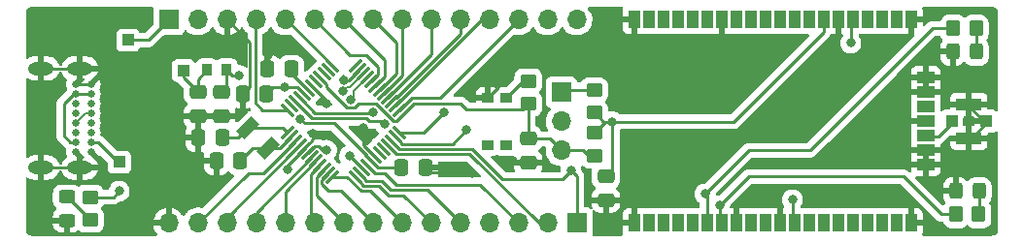
<source format=gtl>
G04 #@! TF.GenerationSoftware,KiCad,Pcbnew,(6.0.9)*
G04 #@! TF.CreationDate,2023-02-20T10:33:00+01:00*
G04 #@! TF.ProjectId,FLWSB-SAMDaaNo21,464c5753-422d-4534-914d-4461614e6f32,1.0*
G04 #@! TF.SameCoordinates,Original*
G04 #@! TF.FileFunction,Copper,L1,Top*
G04 #@! TF.FilePolarity,Positive*
%FSLAX46Y46*%
G04 Gerber Fmt 4.6, Leading zero omitted, Abs format (unit mm)*
G04 Created by KiCad (PCBNEW (6.0.9)) date 2023-02-20 10:33:00*
%MOMM*%
%LPD*%
G01*
G04 APERTURE LIST*
G04 Aperture macros list*
%AMRoundRect*
0 Rectangle with rounded corners*
0 $1 Rounding radius*
0 $2 $3 $4 $5 $6 $7 $8 $9 X,Y pos of 4 corners*
0 Add a 4 corners polygon primitive as box body*
4,1,4,$2,$3,$4,$5,$6,$7,$8,$9,$2,$3,0*
0 Add four circle primitives for the rounded corners*
1,1,$1+$1,$2,$3*
1,1,$1+$1,$4,$5*
1,1,$1+$1,$6,$7*
1,1,$1+$1,$8,$9*
0 Add four rect primitives between the rounded corners*
20,1,$1+$1,$2,$3,$4,$5,0*
20,1,$1+$1,$4,$5,$6,$7,0*
20,1,$1+$1,$6,$7,$8,$9,0*
20,1,$1+$1,$8,$9,$2,$3,0*%
%AMRotRect*
0 Rectangle, with rotation*
0 The origin of the aperture is its center*
0 $1 length*
0 $2 width*
0 $3 Rotation angle, in degrees counterclockwise*
0 Add horizontal line*
21,1,$1,$2,0,0,$3*%
G04 Aperture macros list end*
G04 #@! TA.AperFunction,SMDPad,CuDef*
%ADD10RoundRect,0.250000X-0.337500X-0.475000X0.337500X-0.475000X0.337500X0.475000X-0.337500X0.475000X0*%
G04 #@! TD*
G04 #@! TA.AperFunction,SMDPad,CuDef*
%ADD11R,1.000000X1.000000*%
G04 #@! TD*
G04 #@! TA.AperFunction,SMDPad,CuDef*
%ADD12R,2.200000X1.050000*%
G04 #@! TD*
G04 #@! TA.AperFunction,SMDPad,CuDef*
%ADD13R,0.990600X0.889000*%
G04 #@! TD*
G04 #@! TA.AperFunction,ComponentPad*
%ADD14R,1.700000X1.700000*%
G04 #@! TD*
G04 #@! TA.AperFunction,ComponentPad*
%ADD15O,1.700000X1.700000*%
G04 #@! TD*
G04 #@! TA.AperFunction,SMDPad,CuDef*
%ADD16RoundRect,0.250000X-0.325000X-0.450000X0.325000X-0.450000X0.325000X0.450000X-0.325000X0.450000X0*%
G04 #@! TD*
G04 #@! TA.AperFunction,SMDPad,CuDef*
%ADD17RoundRect,0.250000X-0.450000X0.350000X-0.450000X-0.350000X0.450000X-0.350000X0.450000X0.350000X0*%
G04 #@! TD*
G04 #@! TA.AperFunction,SMDPad,CuDef*
%ADD18RoundRect,0.250000X0.475000X-0.337500X0.475000X0.337500X-0.475000X0.337500X-0.475000X-0.337500X0*%
G04 #@! TD*
G04 #@! TA.AperFunction,SMDPad,CuDef*
%ADD19R,1.016000X1.524000*%
G04 #@! TD*
G04 #@! TA.AperFunction,SMDPad,CuDef*
%ADD20R,1.524000X1.016000*%
G04 #@! TD*
G04 #@! TA.AperFunction,SMDPad,CuDef*
%ADD21RoundRect,0.250000X0.450000X-0.350000X0.450000X0.350000X-0.450000X0.350000X-0.450000X-0.350000X0*%
G04 #@! TD*
G04 #@! TA.AperFunction,ComponentPad*
%ADD22R,1.000000X1.000000*%
G04 #@! TD*
G04 #@! TA.AperFunction,SMDPad,CuDef*
%ADD23R,0.900000X1.000000*%
G04 #@! TD*
G04 #@! TA.AperFunction,SMDPad,CuDef*
%ADD24RoundRect,0.250000X0.450000X-0.325000X0.450000X0.325000X-0.450000X0.325000X-0.450000X-0.325000X0*%
G04 #@! TD*
G04 #@! TA.AperFunction,SMDPad,CuDef*
%ADD25RoundRect,0.075000X-0.415425X-0.521491X0.521491X0.415425X0.415425X0.521491X-0.521491X-0.415425X0*%
G04 #@! TD*
G04 #@! TA.AperFunction,SMDPad,CuDef*
%ADD26RoundRect,0.075000X0.415425X-0.521491X0.521491X-0.415425X-0.415425X0.521491X-0.521491X0.415425X0*%
G04 #@! TD*
G04 #@! TA.AperFunction,SMDPad,CuDef*
%ADD27RoundRect,0.250000X0.337500X0.475000X-0.337500X0.475000X-0.337500X-0.475000X0.337500X-0.475000X0*%
G04 #@! TD*
G04 #@! TA.AperFunction,SMDPad,CuDef*
%ADD28RotRect,1.000000X1.800000X315.000000*%
G04 #@! TD*
G04 #@! TA.AperFunction,ComponentPad*
%ADD29C,0.650000*%
G04 #@! TD*
G04 #@! TA.AperFunction,ComponentPad*
%ADD30O,2.216000X1.108000*%
G04 #@! TD*
G04 #@! TA.AperFunction,SMDPad,CuDef*
%ADD31RoundRect,0.250000X-0.350000X-0.450000X0.350000X-0.450000X0.350000X0.450000X-0.350000X0.450000X0*%
G04 #@! TD*
G04 #@! TA.AperFunction,ViaPad*
%ADD32C,0.800000*%
G04 #@! TD*
G04 #@! TA.AperFunction,Conductor*
%ADD33C,0.250000*%
G04 #@! TD*
G04 #@! TA.AperFunction,Conductor*
%ADD34C,0.200000*%
G04 #@! TD*
G04 APERTURE END LIST*
D10*
X102960074Y-76339145D03*
X105035074Y-76339145D03*
D11*
X164749311Y-78725000D03*
D12*
X166249311Y-80200000D03*
X166249311Y-77250000D03*
D11*
X167749311Y-78725000D03*
D13*
X124294999Y-80789998D03*
X124294999Y-76690002D03*
X125895001Y-80789998D03*
X125895001Y-76690002D03*
D14*
X132080000Y-87630000D03*
D15*
X129540000Y-87630000D03*
X127000000Y-87630000D03*
X124460000Y-87630000D03*
X121920000Y-87630000D03*
X119380000Y-87630000D03*
X116840000Y-87630000D03*
X114300000Y-87630000D03*
X111760000Y-87630000D03*
X109220000Y-87630000D03*
X106680000Y-87630000D03*
X104140000Y-87630000D03*
X101600000Y-87630000D03*
X99060000Y-87630000D03*
X96520000Y-87630000D03*
D16*
X164837000Y-72644000D03*
X166887000Y-72644000D03*
D17*
X133599141Y-79736329D03*
X133599141Y-81736329D03*
D18*
X127847800Y-82317500D03*
X127847800Y-80242500D03*
D19*
X137083000Y-87625000D03*
X138353000Y-87625000D03*
X139623000Y-87625000D03*
X140893000Y-87625000D03*
X142163000Y-87625000D03*
X143433000Y-87625000D03*
X144703000Y-87625000D03*
X145973000Y-87625000D03*
X147243000Y-87625000D03*
X148513000Y-87625000D03*
X149783000Y-87625000D03*
X151053000Y-87625000D03*
X152323000Y-87625000D03*
X153593000Y-87625000D03*
X154863000Y-87625000D03*
X156133000Y-87625000D03*
X157403000Y-87625000D03*
X158673000Y-87625000D03*
X159943000Y-87625000D03*
X161213000Y-87625000D03*
D20*
X162483000Y-82525000D03*
X162483000Y-81255000D03*
X162483000Y-79985000D03*
X162483000Y-78715000D03*
X162483000Y-77445000D03*
X162483000Y-76175000D03*
X162483000Y-74905000D03*
D19*
X161213000Y-69825000D03*
X159943000Y-69825000D03*
X158673000Y-69825000D03*
X157403000Y-69825000D03*
X156133000Y-69825000D03*
X154863000Y-69825000D03*
X153593000Y-69825000D03*
X152323000Y-69825000D03*
X151053000Y-69825000D03*
X149783000Y-69825000D03*
X148513000Y-69825000D03*
X147243000Y-69825000D03*
X145973000Y-69825000D03*
X144703000Y-69825000D03*
X143433000Y-69825000D03*
X142163000Y-69825000D03*
X140893000Y-69825000D03*
X139623000Y-69825000D03*
X138353000Y-69825000D03*
X137083000Y-69825000D03*
D17*
X127847800Y-75200000D03*
X127847800Y-77200000D03*
D21*
X133597705Y-77979754D03*
X133597705Y-75979754D03*
D22*
X92202000Y-82296000D03*
D23*
X99860509Y-74251432D03*
X101560509Y-74251432D03*
D14*
X96520000Y-69850000D03*
D15*
X99060000Y-69850000D03*
X101600000Y-69850000D03*
X104140000Y-69850000D03*
X106680000Y-69850000D03*
X109220000Y-69850000D03*
X111760000Y-69850000D03*
X114300000Y-69850000D03*
X116840000Y-69850000D03*
X119380000Y-69850000D03*
X121920000Y-69850000D03*
X124460000Y-69850000D03*
X127000000Y-69850000D03*
X129540000Y-69850000D03*
X132080000Y-69850000D03*
D22*
X92964000Y-71628000D03*
D18*
X101092000Y-78275000D03*
X101092000Y-76200000D03*
X99060000Y-78275000D03*
X99060000Y-76200000D03*
D24*
X87630000Y-87385000D03*
X87630000Y-85335000D03*
D10*
X116818500Y-82804000D03*
X118893500Y-82804000D03*
D22*
X97790000Y-74295000D03*
D25*
X106872124Y-79738788D03*
X107225678Y-80092342D03*
X107579231Y-80445895D03*
X107932785Y-80799449D03*
X108286338Y-81153002D03*
X108639891Y-81506555D03*
X108993445Y-81860109D03*
X109346998Y-82213662D03*
X109700551Y-82567215D03*
X110054105Y-82920769D03*
X110407658Y-83274322D03*
X110761212Y-83627876D03*
D26*
X112758788Y-83627876D03*
X113112342Y-83274322D03*
X113465895Y-82920769D03*
X113819449Y-82567215D03*
X114173002Y-82213662D03*
X114526555Y-81860109D03*
X114880109Y-81506555D03*
X115233662Y-81153002D03*
X115587215Y-80799449D03*
X115940769Y-80445895D03*
X116294322Y-80092342D03*
X116647876Y-79738788D03*
D25*
X116647876Y-77741212D03*
X116294322Y-77387658D03*
X115940769Y-77034105D03*
X115587215Y-76680551D03*
X115233662Y-76326998D03*
X114880109Y-75973445D03*
X114526555Y-75619891D03*
X114173002Y-75266338D03*
X113819449Y-74912785D03*
X113465895Y-74559231D03*
X113112342Y-74205678D03*
X112758788Y-73852124D03*
D26*
X110761212Y-73852124D03*
X110407658Y-74205678D03*
X110054105Y-74559231D03*
X109700551Y-74912785D03*
X109346998Y-75266338D03*
X108993445Y-75619891D03*
X108639891Y-75973445D03*
X108286338Y-76326998D03*
X107932785Y-76680551D03*
X107579231Y-77034105D03*
X107225678Y-77387658D03*
X106872124Y-77741212D03*
D27*
X102752564Y-82190734D03*
X100677564Y-82190734D03*
X107209500Y-74168000D03*
X105134500Y-74168000D03*
D14*
X130725015Y-76200000D03*
D15*
X130725015Y-78740000D03*
X130725015Y-81280000D03*
D28*
X105181177Y-81088430D03*
X103413411Y-79320664D03*
D16*
X165091000Y-84836000D03*
X167141000Y-84836000D03*
D18*
X134620000Y-85619500D03*
X134620000Y-83544500D03*
D29*
X89750917Y-75471000D03*
X89750917Y-76321000D03*
X89750917Y-77171000D03*
X89750917Y-78021000D03*
X89750917Y-78871000D03*
X89750917Y-79721000D03*
X89750917Y-80571000D03*
X89750917Y-81421000D03*
X88400917Y-81421000D03*
X88400917Y-80571000D03*
X88400917Y-79721000D03*
X88400917Y-78871000D03*
X88400917Y-78021000D03*
X88400917Y-77171000D03*
X88400917Y-76321000D03*
X88400917Y-75471000D03*
D30*
X88770917Y-74121000D03*
X88770917Y-82771000D03*
X85390917Y-82771000D03*
X85390917Y-74121000D03*
D27*
X101159739Y-80171673D03*
X99084739Y-80171673D03*
D21*
X89662000Y-87360000D03*
X89662000Y-85360000D03*
D31*
X164862000Y-70612000D03*
X166862000Y-70612000D03*
X165100000Y-86868000D03*
X167100000Y-86868000D03*
D32*
X113512152Y-79276413D03*
X126492000Y-82169000D03*
X97536000Y-80772000D03*
X110236000Y-77216000D03*
X109100320Y-79808143D03*
X111765373Y-75122979D03*
X96520000Y-82804000D03*
X134874000Y-69850000D03*
X106834093Y-82958093D03*
X105156000Y-72935500D03*
X122931700Y-83316300D03*
X160274000Y-78740000D03*
X134620000Y-87630000D03*
X125222000Y-74422000D03*
X106612940Y-75759060D03*
X135189916Y-78773524D03*
X107994420Y-78509246D03*
X92202000Y-84836000D03*
X150876000Y-85598000D03*
X110270070Y-81245930D03*
X102671299Y-74731299D03*
X112388456Y-76821360D03*
X111677700Y-76118629D03*
X114357515Y-77978052D03*
X115368705Y-78989241D03*
X120523000Y-77940500D03*
X122428000Y-79502000D03*
X131572000Y-83058000D03*
X143256000Y-85090000D03*
X144526000Y-86106000D03*
X112268000Y-81788000D03*
X155956000Y-71882000D03*
D33*
X96520000Y-69850000D02*
X94742000Y-71628000D01*
X94742000Y-71628000D02*
X92964000Y-71628000D01*
X160330000Y-78796000D02*
X160274000Y-78740000D01*
X105134500Y-74168000D02*
X105156000Y-74146500D01*
X103596956Y-71846956D02*
X101600000Y-69850000D01*
X105156000Y-74146500D02*
X105156000Y-72935500D01*
X162483000Y-78796000D02*
X160330000Y-78796000D01*
X108286338Y-81153002D02*
X106834093Y-82605247D01*
X113512152Y-80845706D02*
X114526555Y-81860109D01*
X113112342Y-74205678D02*
X112195041Y-75122979D01*
X166274311Y-80375917D02*
X167749311Y-78900917D01*
X126492000Y-82169000D02*
X127699300Y-82169000D01*
X134620000Y-85619500D02*
X134620000Y-87630000D01*
X108286338Y-81153002D02*
X109100320Y-80339020D01*
X88400917Y-75471000D02*
X89750917Y-75471000D01*
X167724311Y-78900917D02*
X166249311Y-77425917D01*
X109100320Y-80339020D02*
X109100320Y-79808143D01*
X113512152Y-79276413D02*
X113512152Y-80845706D01*
X134930000Y-69906000D02*
X134874000Y-69850000D01*
X110236000Y-76897802D02*
X108993445Y-75655247D01*
X127699300Y-82169000D02*
X127847800Y-82317500D01*
X167749311Y-78900917D02*
X167724311Y-78900917D01*
X125222000Y-74422000D02*
X125222000Y-75763001D01*
X122838400Y-83223000D02*
X121363015Y-83223000D01*
X103596956Y-75702263D02*
X103596956Y-71846956D01*
X85390917Y-74121000D02*
X85390917Y-82771000D01*
X118893500Y-82804000D02*
X119312500Y-83223000D01*
X88770917Y-74121000D02*
X85390917Y-74121000D01*
X137083000Y-69906000D02*
X134930000Y-69906000D01*
X112195041Y-75122979D02*
X111765373Y-75122979D01*
X166249311Y-80375917D02*
X166274311Y-80375917D01*
X106834093Y-82605247D02*
X106834093Y-82958093D01*
X125222000Y-75763001D02*
X124294999Y-76690002D01*
X102960074Y-76339145D02*
X103596956Y-75702263D01*
X110236000Y-77216000D02*
X110236000Y-76897802D01*
X108993445Y-75655247D02*
X108993445Y-75619891D01*
X119312500Y-83223000D02*
X121363015Y-83223000D01*
X85390917Y-82771000D02*
X88770917Y-82771000D01*
X122931700Y-83316300D02*
X122838400Y-83223000D01*
X112045275Y-77546360D02*
X110268489Y-75769574D01*
X117845340Y-77215500D02*
X116398137Y-78662703D01*
X110268489Y-75480723D02*
X109700551Y-74912785D01*
X130725015Y-81280000D02*
X129709015Y-80264000D01*
X110268489Y-75769574D02*
X110268489Y-75480723D01*
X116066765Y-78662703D02*
X114620062Y-77216000D01*
X127323800Y-77724000D02*
X122474805Y-77724000D01*
X114620062Y-77216000D02*
X113019121Y-77216000D01*
X127847800Y-80242500D02*
X127847800Y-77200000D01*
X122474805Y-77724000D02*
X121966305Y-77215500D01*
X127869300Y-80264000D02*
X127847800Y-80242500D01*
X127847800Y-77200000D02*
X127323800Y-77724000D01*
X129709015Y-80264000D02*
X127869300Y-80264000D01*
X121966305Y-77215500D02*
X117845340Y-77215500D01*
X112688761Y-77546360D02*
X112045275Y-77546360D01*
X132654483Y-81280000D02*
X130725015Y-81280000D01*
X113019121Y-77216000D02*
X112688761Y-77546360D01*
X133110812Y-81736329D02*
X132654483Y-81280000D01*
X116398137Y-78662703D02*
X116066765Y-78662703D01*
X105035074Y-76339145D02*
X105615159Y-75759060D01*
X153593000Y-70918000D02*
X153593000Y-69906000D01*
X110910194Y-78915500D02*
X113787347Y-81792653D01*
X97790000Y-74930000D02*
X99060000Y-76200000D01*
X134566805Y-78773524D02*
X133604000Y-79736329D01*
X107718400Y-75759060D02*
X106612940Y-75759060D01*
X108286338Y-76326998D02*
X107718400Y-75759060D01*
X145737476Y-78773524D02*
X153593000Y-70918000D01*
X108400674Y-78915500D02*
X110910194Y-78915500D01*
X134620000Y-83820000D02*
X135189916Y-83250084D01*
X135189916Y-83250084D02*
X135189916Y-78773524D01*
X99060000Y-75051941D02*
X99860509Y-74251432D01*
X107994420Y-78509246D02*
X108400674Y-78915500D01*
X135189916Y-78773524D02*
X134391475Y-78773524D01*
X114763340Y-82804000D02*
X116818500Y-82804000D01*
X91678000Y-85360000D02*
X92202000Y-84836000D01*
X134391475Y-78773524D02*
X133597705Y-77979754D01*
X135189916Y-78773524D02*
X134566805Y-78773524D01*
X150876000Y-87448000D02*
X151053000Y-87625000D01*
X150876000Y-85598000D02*
X150876000Y-87448000D01*
X89662000Y-85360000D02*
X91678000Y-85360000D01*
X97790000Y-74295000D02*
X97790000Y-74930000D01*
X114173002Y-82213662D02*
X114763340Y-82804000D01*
X135189916Y-78773524D02*
X145737476Y-78773524D01*
X99060000Y-76200000D02*
X99060000Y-75051941D01*
X105615159Y-75759060D02*
X106612940Y-75759060D01*
X103413411Y-79320664D02*
X102562402Y-80171673D01*
X106872124Y-79738788D02*
X106454000Y-79320664D01*
X102562402Y-80171673D02*
X101159739Y-80171673D01*
X106454000Y-79320664D02*
X103413411Y-79320664D01*
X105181177Y-81088430D02*
X103823570Y-81088430D01*
X106229590Y-81088430D02*
X105181177Y-81088430D01*
X103823570Y-81088430D02*
X102752564Y-82159436D01*
X107225678Y-80092342D02*
X106229590Y-81088430D01*
X102752564Y-82159436D02*
X102752564Y-82190734D01*
X102671299Y-74731299D02*
X102040376Y-74731299D01*
X102040376Y-74731299D02*
X101560509Y-74251432D01*
X109574556Y-80938618D02*
X109207828Y-80938618D01*
X101560509Y-74251432D02*
X101560509Y-75731491D01*
X110270070Y-81245930D02*
X109881868Y-81245930D01*
X109881868Y-81245930D02*
X109574556Y-80938618D01*
X109207828Y-80938618D02*
X108639891Y-81506555D01*
X101560509Y-75731491D02*
X101092000Y-76200000D01*
X107209500Y-74543054D02*
X107209500Y-74168000D01*
X108639891Y-75973445D02*
X107209500Y-74543054D01*
X90340424Y-80571000D02*
X92065424Y-82296000D01*
X92065424Y-82296000D02*
X92202000Y-82296000D01*
X88400917Y-76321000D02*
X88271000Y-76321000D01*
X88400917Y-76321000D02*
X89750917Y-76321000D01*
X87376000Y-80010000D02*
X87376000Y-77216000D01*
X88400917Y-80571000D02*
X87937000Y-80571000D01*
X88271000Y-76321000D02*
X87376000Y-77216000D01*
X89750917Y-80571000D02*
X90340424Y-80571000D01*
X87937000Y-80571000D02*
X87376000Y-80010000D01*
D34*
X113819449Y-74912785D02*
X113784094Y-74912785D01*
X112596777Y-76100103D02*
X112596777Y-76613039D01*
X112596777Y-76613039D02*
X112388456Y-76821360D01*
X113784094Y-74912785D02*
X112596777Y-76100103D01*
X112278577Y-75781903D02*
X113465895Y-74594586D01*
X111677700Y-76118629D02*
X112014426Y-75781903D01*
X113465895Y-74594586D02*
X113465895Y-74559231D01*
X88434801Y-78871000D02*
X89284801Y-78021000D01*
X112014426Y-75781903D02*
X112278577Y-75781903D01*
X88400917Y-78871000D02*
X88434801Y-78871000D01*
X89284801Y-78021000D02*
X89750917Y-78021000D01*
D33*
X109267734Y-78015500D02*
X107932785Y-76680551D01*
X114357515Y-77978052D02*
X114320067Y-78015500D01*
X114320067Y-78015500D02*
X109267734Y-78015500D01*
X130945261Y-75979754D02*
X130725015Y-76200000D01*
X133109376Y-75979754D02*
X130945261Y-75979754D01*
X113724695Y-78465500D02*
X108975272Y-78465500D01*
X113999695Y-78740500D02*
X113724695Y-78465500D01*
X108975272Y-78465500D02*
X107710886Y-77201114D01*
X115119964Y-78740500D02*
X113999695Y-78740500D01*
X115368705Y-78989241D02*
X115119964Y-78740500D01*
X116840000Y-74720660D02*
X115233662Y-76326998D01*
X116840000Y-69850000D02*
X116840000Y-74720660D01*
X119380000Y-69850000D02*
X119380000Y-72887766D01*
X119380000Y-72887766D02*
X115587215Y-76680551D01*
X118724712Y-79738788D02*
X116647876Y-79738788D01*
X120523000Y-77940500D02*
X118724712Y-79738788D01*
X116897614Y-80695634D02*
X116294322Y-80092342D01*
X121234366Y-80695634D02*
X116897614Y-80695634D01*
X122428000Y-79502000D02*
X121234366Y-80695634D01*
X113819449Y-82567215D02*
X114506234Y-83254000D01*
X114506234Y-83254000D02*
X115301000Y-83254000D01*
X115301000Y-83254000D02*
X116332000Y-84285000D01*
X116332000Y-84285000D02*
X123655000Y-84285000D01*
X123655000Y-84285000D02*
X127000000Y-87630000D01*
X114046000Y-84836000D02*
X116840000Y-87630000D01*
X113284000Y-84836000D02*
X114046000Y-84836000D01*
X110761212Y-83627876D02*
X112075876Y-83627876D01*
X112075876Y-83627876D02*
X113284000Y-84836000D01*
X110407658Y-83274322D02*
X109839721Y-83842259D01*
X110466734Y-84836000D02*
X111506000Y-84836000D01*
X109839721Y-83842259D02*
X109839721Y-84208987D01*
X109839721Y-84208987D02*
X110466734Y-84836000D01*
X111506000Y-84836000D02*
X114300000Y-87630000D01*
X101600000Y-87167588D02*
X107487588Y-81280000D01*
X101600000Y-87630000D02*
X101600000Y-87167588D01*
X104784392Y-83240734D02*
X107579231Y-80445895D01*
X103449266Y-83240734D02*
X104784392Y-83240734D01*
X99060000Y-87630000D02*
X103449266Y-83240734D01*
X104665212Y-77741212D02*
X106872124Y-77741212D01*
X104046956Y-77122956D02*
X104665212Y-77741212D01*
X104046956Y-69943044D02*
X104046956Y-77122956D01*
X104140000Y-69850000D02*
X104046956Y-69943044D01*
X116332000Y-71882000D02*
X116332000Y-74521554D01*
X114300000Y-69850000D02*
X116332000Y-71882000D01*
X116332000Y-74521554D02*
X114880109Y-75973445D01*
X108993445Y-81860109D02*
X104140000Y-86713554D01*
X104140000Y-86713554D02*
X104140000Y-87630000D01*
X109346998Y-82213662D02*
X106680000Y-84880660D01*
X106680000Y-84880660D02*
X106680000Y-87630000D01*
X124460000Y-69850000D02*
X123796624Y-69850000D01*
X123796624Y-69850000D02*
X116294322Y-77352302D01*
X116294322Y-77352302D02*
X116294322Y-77387658D01*
X117681088Y-76708000D02*
X120142000Y-76708000D01*
X120142000Y-76708000D02*
X127000000Y-69850000D01*
X116647876Y-77741212D02*
X117681088Y-76708000D01*
X121920000Y-71090228D02*
X116317114Y-76693114D01*
X121920000Y-69850000D02*
X121920000Y-71090228D01*
X125604396Y-83820000D02*
X130810000Y-83820000D01*
X131572000Y-83058000D02*
X132080000Y-83566000D01*
X132080000Y-83566000D02*
X132080000Y-87630000D01*
X122930030Y-81145634D02*
X125604396Y-83820000D01*
X115940769Y-80445895D02*
X116640508Y-81145634D01*
X116640508Y-81145634D02*
X122930030Y-81145634D01*
X130810000Y-83820000D02*
X131572000Y-83058000D01*
X116383400Y-81595634D02*
X122743634Y-81595634D01*
X122743634Y-81595634D02*
X128778000Y-87630000D01*
X115587215Y-80799449D02*
X116383400Y-81595634D01*
X128778000Y-87630000D02*
X129540000Y-87630000D01*
X114776294Y-73997661D02*
X114776294Y-74663046D01*
X114776294Y-74663046D02*
X114173002Y-75266338D01*
X109220000Y-69850000D02*
X112300633Y-72930633D01*
X112300633Y-72930633D02*
X113709266Y-72930633D01*
X113709266Y-72930633D02*
X114776294Y-73997661D01*
X115316000Y-74830446D02*
X114526555Y-75619891D01*
X111760000Y-69850000D02*
X115316000Y-73406000D01*
X115316000Y-73406000D02*
X115316000Y-74830446D01*
X119025000Y-84735000D02*
X121920000Y-87630000D01*
X147066000Y-81280000D02*
X143256000Y-85090000D01*
X115851396Y-84735000D02*
X119025000Y-84735000D01*
X113112342Y-83274322D02*
X113774020Y-83936000D01*
X152400000Y-81280000D02*
X147066000Y-81280000D01*
X164862000Y-70612000D02*
X163068000Y-70612000D01*
X115052396Y-83936000D02*
X115851396Y-84735000D01*
X143256000Y-85090000D02*
X143433000Y-85267000D01*
X113774020Y-83936000D02*
X115052396Y-83936000D01*
X143433000Y-85267000D02*
X143433000Y-87625000D01*
X163068000Y-70612000D02*
X152400000Y-81280000D01*
X113516912Y-84386000D02*
X114866000Y-84386000D01*
X147066000Y-83566000D02*
X144526000Y-86106000D01*
X112758788Y-83627876D02*
X113516912Y-84386000D01*
X114866000Y-84386000D02*
X115665000Y-85185000D01*
X115665000Y-85185000D02*
X116935000Y-85185000D01*
X144526000Y-87448000D02*
X144703000Y-87625000D01*
X116935000Y-85185000D02*
X119380000Y-87630000D01*
X163830000Y-86868000D02*
X160528000Y-83566000D01*
X160528000Y-83566000D02*
X147066000Y-83566000D01*
X144526000Y-86106000D02*
X144526000Y-87448000D01*
X165100000Y-86868000D02*
X163830000Y-86868000D01*
X109389721Y-83585153D02*
X109389721Y-85259721D01*
X110054105Y-82920769D02*
X109389721Y-83585153D01*
X109389721Y-85259721D02*
X111760000Y-87630000D01*
X108939721Y-83328045D02*
X108939721Y-87349721D01*
X108939721Y-87349721D02*
X109220000Y-87630000D01*
X109700551Y-82567215D02*
X108939721Y-83328045D01*
X125895001Y-76690002D02*
X127385003Y-75200000D01*
X127385003Y-75200000D02*
X127847800Y-75200000D01*
X106759088Y-69850000D02*
X106680000Y-69850000D01*
X110761212Y-73852124D02*
X106759088Y-69850000D01*
X155956000Y-70083000D02*
X156133000Y-69906000D01*
X113465895Y-82920769D02*
X112333126Y-81788000D01*
X112333126Y-81788000D02*
X112268000Y-81788000D01*
X155956000Y-71882000D02*
X155956000Y-70083000D01*
X164749311Y-78900917D02*
X163584228Y-80066000D01*
X163584228Y-80066000D02*
X162483000Y-80066000D01*
X87630000Y-85335000D02*
X87637000Y-85335000D01*
X87637000Y-85335000D02*
X89662000Y-87360000D01*
X167141000Y-86827000D02*
X167100000Y-86868000D01*
X167141000Y-84836000D02*
X167141000Y-86827000D01*
X166862000Y-72619000D02*
X166887000Y-72644000D01*
X166862000Y-70612000D02*
X166862000Y-72619000D01*
G04 #@! TA.AperFunction,Conductor*
G36*
X95119836Y-68735609D02*
G01*
X95166329Y-68789265D01*
X95176433Y-68859539D01*
X95172592Y-68874537D01*
X95172856Y-68874600D01*
X95171029Y-68882284D01*
X95168255Y-68889684D01*
X95161500Y-68951866D01*
X95161500Y-70260405D01*
X95141498Y-70328526D01*
X95124595Y-70349500D01*
X94516500Y-70957595D01*
X94454188Y-70991621D01*
X94427405Y-70994500D01*
X94044382Y-70994500D01*
X93976261Y-70974498D01*
X93929768Y-70920842D01*
X93926401Y-70912731D01*
X93917769Y-70889707D01*
X93917767Y-70889703D01*
X93914615Y-70881295D01*
X93827261Y-70764739D01*
X93710705Y-70677385D01*
X93574316Y-70626255D01*
X93512134Y-70619500D01*
X92415866Y-70619500D01*
X92353684Y-70626255D01*
X92217295Y-70677385D01*
X92100739Y-70764739D01*
X92013385Y-70881295D01*
X91962255Y-71017684D01*
X91955500Y-71079866D01*
X91955500Y-72176134D01*
X91962255Y-72238316D01*
X92013385Y-72374705D01*
X92100739Y-72491261D01*
X92217295Y-72578615D01*
X92353684Y-72629745D01*
X92415866Y-72636500D01*
X93512134Y-72636500D01*
X93574316Y-72629745D01*
X93710705Y-72578615D01*
X93827261Y-72491261D01*
X93914615Y-72374705D01*
X93917769Y-72366293D01*
X93926401Y-72343269D01*
X93969043Y-72286505D01*
X94035605Y-72261806D01*
X94044382Y-72261500D01*
X94663233Y-72261500D01*
X94674416Y-72262027D01*
X94681909Y-72263702D01*
X94689835Y-72263453D01*
X94689836Y-72263453D01*
X94749986Y-72261562D01*
X94753945Y-72261500D01*
X94781856Y-72261500D01*
X94785791Y-72261003D01*
X94785856Y-72260995D01*
X94797693Y-72260062D01*
X94829951Y-72259048D01*
X94833970Y-72258922D01*
X94841889Y-72258673D01*
X94861343Y-72253021D01*
X94880700Y-72249013D01*
X94892930Y-72247468D01*
X94892931Y-72247468D01*
X94900797Y-72246474D01*
X94908168Y-72243555D01*
X94908170Y-72243555D01*
X94941912Y-72230196D01*
X94953142Y-72226351D01*
X94987983Y-72216229D01*
X94987984Y-72216229D01*
X94995593Y-72214018D01*
X95002412Y-72209985D01*
X95002417Y-72209983D01*
X95013028Y-72203707D01*
X95030776Y-72195012D01*
X95049617Y-72187552D01*
X95085387Y-72161564D01*
X95095307Y-72155048D01*
X95126535Y-72136580D01*
X95126538Y-72136578D01*
X95133362Y-72132542D01*
X95147683Y-72118221D01*
X95162717Y-72105380D01*
X95172694Y-72098131D01*
X95179107Y-72093472D01*
X95207298Y-72059395D01*
X95215288Y-72050616D01*
X96020499Y-71245405D01*
X96082811Y-71211379D01*
X96109594Y-71208500D01*
X97418134Y-71208500D01*
X97480316Y-71201745D01*
X97616705Y-71150615D01*
X97733261Y-71063261D01*
X97820615Y-70946705D01*
X97842799Y-70887529D01*
X97864598Y-70829382D01*
X97907240Y-70772618D01*
X97973802Y-70747918D01*
X98043150Y-70763126D01*
X98077817Y-70791114D01*
X98106250Y-70823938D01*
X98278126Y-70966632D01*
X98471000Y-71079338D01*
X98475825Y-71081180D01*
X98475826Y-71081181D01*
X98513324Y-71095500D01*
X98679692Y-71159030D01*
X98684760Y-71160061D01*
X98684763Y-71160062D01*
X98766311Y-71176653D01*
X98898597Y-71203567D01*
X98903772Y-71203757D01*
X98903774Y-71203757D01*
X99116673Y-71211564D01*
X99116677Y-71211564D01*
X99121837Y-71211753D01*
X99126957Y-71211097D01*
X99126959Y-71211097D01*
X99338288Y-71184025D01*
X99338289Y-71184025D01*
X99343416Y-71183368D01*
X99348369Y-71181882D01*
X99552429Y-71120661D01*
X99552434Y-71120659D01*
X99557384Y-71119174D01*
X99757994Y-71020896D01*
X99939860Y-70891173D01*
X100006211Y-70825054D01*
X100059531Y-70771919D01*
X100098096Y-70733489D01*
X100129812Y-70689352D01*
X100228453Y-70552077D01*
X100229640Y-70552930D01*
X100276960Y-70509362D01*
X100346897Y-70497145D01*
X100412338Y-70524678D01*
X100440166Y-70556511D01*
X100497694Y-70650388D01*
X100503777Y-70658699D01*
X100643213Y-70819667D01*
X100650580Y-70826883D01*
X100814434Y-70962916D01*
X100822881Y-70968831D01*
X101006756Y-71076279D01*
X101016042Y-71080729D01*
X101215001Y-71156703D01*
X101224899Y-71159579D01*
X101328250Y-71180606D01*
X101342299Y-71179410D01*
X101346000Y-71169065D01*
X101346000Y-69722000D01*
X101366002Y-69653879D01*
X101419658Y-69607386D01*
X101472000Y-69596000D01*
X101728000Y-69596000D01*
X101796121Y-69616002D01*
X101842614Y-69669658D01*
X101854000Y-69722000D01*
X101854000Y-71168517D01*
X101858064Y-71182359D01*
X101871478Y-71184393D01*
X101878184Y-71183534D01*
X101888262Y-71181392D01*
X102092255Y-71120191D01*
X102101842Y-71116433D01*
X102293095Y-71022739D01*
X102301945Y-71017464D01*
X102475328Y-70893792D01*
X102483200Y-70887139D01*
X102634052Y-70736812D01*
X102640730Y-70728965D01*
X102768022Y-70551819D01*
X102769279Y-70552722D01*
X102816373Y-70509362D01*
X102886311Y-70497145D01*
X102951751Y-70524678D01*
X102979579Y-70556511D01*
X103039987Y-70655088D01*
X103186250Y-70823938D01*
X103267235Y-70891173D01*
X103329329Y-70942724D01*
X103358126Y-70966632D01*
X103360227Y-70967860D01*
X103404057Y-71022697D01*
X103413456Y-71070449D01*
X103413456Y-73900251D01*
X103393454Y-73968372D01*
X103339798Y-74014865D01*
X103269524Y-74024969D01*
X103213395Y-74002187D01*
X103133393Y-73944062D01*
X103133392Y-73944061D01*
X103128051Y-73940181D01*
X103122023Y-73937497D01*
X103122021Y-73937496D01*
X102959618Y-73865190D01*
X102959617Y-73865190D01*
X102953587Y-73862505D01*
X102854889Y-73841526D01*
X102773243Y-73824171D01*
X102773238Y-73824171D01*
X102766786Y-73822799D01*
X102644657Y-73822799D01*
X102576536Y-73802797D01*
X102530043Y-73749141D01*
X102519009Y-73704296D01*
X102519009Y-73703298D01*
X102512254Y-73641116D01*
X102461124Y-73504727D01*
X102373770Y-73388171D01*
X102257214Y-73300817D01*
X102120825Y-73249687D01*
X102058643Y-73242932D01*
X101062375Y-73242932D01*
X101000193Y-73249687D01*
X100863804Y-73300817D01*
X100856619Y-73306202D01*
X100856617Y-73306203D01*
X100786074Y-73359072D01*
X100719567Y-73383920D01*
X100650185Y-73368867D01*
X100634944Y-73359072D01*
X100564401Y-73306203D01*
X100564399Y-73306202D01*
X100557214Y-73300817D01*
X100420825Y-73249687D01*
X100358643Y-73242932D01*
X99362375Y-73242932D01*
X99300193Y-73249687D01*
X99163804Y-73300817D01*
X99047248Y-73388171D01*
X98959894Y-73504727D01*
X98956742Y-73513135D01*
X98956740Y-73513139D01*
X98956679Y-73513301D01*
X98956576Y-73513438D01*
X98952432Y-73521007D01*
X98951339Y-73520409D01*
X98914037Y-73570065D01*
X98847475Y-73594764D01*
X98778127Y-73579556D01*
X98737872Y-73544635D01*
X98658642Y-73438919D01*
X98653261Y-73431739D01*
X98536705Y-73344385D01*
X98400316Y-73293255D01*
X98338134Y-73286500D01*
X97241866Y-73286500D01*
X97179684Y-73293255D01*
X97043295Y-73344385D01*
X96926739Y-73431739D01*
X96839385Y-73548295D01*
X96788255Y-73684684D01*
X96781500Y-73746866D01*
X96781500Y-74843134D01*
X96788255Y-74905316D01*
X96839385Y-75041705D01*
X96926739Y-75158261D01*
X97043295Y-75245615D01*
X97179684Y-75296745D01*
X97210554Y-75300098D01*
X97225929Y-75301769D01*
X97291491Y-75329011D01*
X97314255Y-75352968D01*
X97324528Y-75367107D01*
X97330634Y-75372158D01*
X97358605Y-75395298D01*
X97367384Y-75403288D01*
X97789595Y-75825499D01*
X97823621Y-75887811D01*
X97826500Y-75914594D01*
X97826500Y-76587900D01*
X97826837Y-76591146D01*
X97826837Y-76591150D01*
X97836464Y-76683927D01*
X97837474Y-76693666D01*
X97839655Y-76700202D01*
X97839655Y-76700204D01*
X97878622Y-76817002D01*
X97893450Y-76861446D01*
X97986522Y-77011848D01*
X98111697Y-77136805D01*
X98116235Y-77139602D01*
X98156824Y-77196853D01*
X98160054Y-77267776D01*
X98124428Y-77329187D01*
X98115932Y-77336562D01*
X98105793Y-77344598D01*
X97991261Y-77459329D01*
X97982249Y-77470740D01*
X97897184Y-77608743D01*
X97891037Y-77621924D01*
X97839862Y-77776210D01*
X97836995Y-77789586D01*
X97827328Y-77883938D01*
X97827000Y-77890355D01*
X97827000Y-78002885D01*
X97831475Y-78018124D01*
X97832865Y-78019329D01*
X97840548Y-78021000D01*
X102306884Y-78021000D01*
X102322123Y-78016525D01*
X102323328Y-78015135D01*
X102324999Y-78007452D01*
X102324999Y-77890405D01*
X102324662Y-77883886D01*
X102314743Y-77788294D01*
X102311851Y-77774900D01*
X102292002Y-77715405D01*
X102289418Y-77644456D01*
X102325601Y-77583372D01*
X102389066Y-77551547D01*
X102451194Y-77555936D01*
X102461284Y-77559283D01*
X102474660Y-77562150D01*
X102569012Y-77571817D01*
X102575428Y-77572145D01*
X102687959Y-77572145D01*
X102703198Y-77567670D01*
X102704403Y-77566280D01*
X102706074Y-77558597D01*
X102706074Y-76211145D01*
X102726076Y-76143024D01*
X102779732Y-76096531D01*
X102832074Y-76085145D01*
X103088074Y-76085145D01*
X103156195Y-76105147D01*
X103202688Y-76158803D01*
X103214074Y-76211145D01*
X103214074Y-77554029D01*
X103218549Y-77569268D01*
X103219939Y-77570473D01*
X103227622Y-77572144D01*
X103344669Y-77572144D01*
X103351188Y-77571807D01*
X103446780Y-77561888D01*
X103460177Y-77558995D01*
X103479383Y-77552588D01*
X103550332Y-77550004D01*
X103599575Y-77575029D01*
X103615551Y-77588246D01*
X103624329Y-77596234D01*
X103648324Y-77620229D01*
X103682350Y-77682541D01*
X103677285Y-77753356D01*
X103634738Y-77810192D01*
X103577093Y-77834051D01*
X103572940Y-77834646D01*
X103552068Y-77837635D01*
X103543900Y-77841349D01*
X103543899Y-77841349D01*
X103517568Y-77853321D01*
X103419472Y-77897922D01*
X103413319Y-77902869D01*
X103413316Y-77902871D01*
X103407665Y-77907415D01*
X103370726Y-77937115D01*
X102539028Y-78768813D01*
X102476716Y-78802839D01*
X102405901Y-78797774D01*
X102349065Y-78755227D01*
X102324254Y-78688707D01*
X102324552Y-78669279D01*
X102324508Y-78669277D01*
X102324571Y-78668039D01*
X102324589Y-78666881D01*
X102324672Y-78666075D01*
X102325000Y-78659646D01*
X102325000Y-78547115D01*
X102320525Y-78531876D01*
X102319135Y-78530671D01*
X102311452Y-78529000D01*
X99332115Y-78529000D01*
X99316876Y-78533475D01*
X99315671Y-78534865D01*
X99314000Y-78542548D01*
X99314000Y-78880558D01*
X99327133Y-78925284D01*
X99333637Y-78935406D01*
X99338739Y-78970899D01*
X99338739Y-81386557D01*
X99343214Y-81401796D01*
X99344604Y-81403001D01*
X99352287Y-81404672D01*
X99471159Y-81404672D01*
X99539280Y-81424674D01*
X99585773Y-81478330D01*
X99595877Y-81548604D01*
X99594360Y-81557082D01*
X99592059Y-81567815D01*
X99582392Y-81662172D01*
X99582064Y-81668589D01*
X99582064Y-81918619D01*
X99586539Y-81933858D01*
X99587929Y-81935063D01*
X99595612Y-81936734D01*
X100805564Y-81936734D01*
X100873685Y-81956736D01*
X100920178Y-82010392D01*
X100931564Y-82062734D01*
X100931564Y-83405618D01*
X100936039Y-83420857D01*
X100937429Y-83422062D01*
X100945112Y-83423733D01*
X101062159Y-83423733D01*
X101068678Y-83423396D01*
X101164270Y-83413477D01*
X101177664Y-83410585D01*
X101331848Y-83359146D01*
X101345026Y-83352973D01*
X101482871Y-83267671D01*
X101494272Y-83258635D01*
X101608802Y-83143906D01*
X101615858Y-83134972D01*
X101673776Y-83093911D01*
X101744699Y-83090681D01*
X101806110Y-83126308D01*
X101812910Y-83134141D01*
X101816586Y-83140082D01*
X101821768Y-83145255D01*
X101850334Y-83173771D01*
X101941761Y-83265039D01*
X101947991Y-83268879D01*
X101947992Y-83268880D01*
X102085352Y-83353550D01*
X102092326Y-83357849D01*
X102156758Y-83379220D01*
X102215119Y-83419650D01*
X102242356Y-83485214D01*
X102229823Y-83555096D01*
X102206187Y-83587908D01*
X99517345Y-86276750D01*
X99455033Y-86310776D01*
X99406154Y-86311702D01*
X99193373Y-86273800D01*
X99193367Y-86273799D01*
X99188284Y-86272894D01*
X99114452Y-86271992D01*
X98970081Y-86270228D01*
X98970079Y-86270228D01*
X98964911Y-86270165D01*
X98744091Y-86303955D01*
X98531756Y-86373357D01*
X98458757Y-86411358D01*
X98357975Y-86463822D01*
X98333607Y-86476507D01*
X98329474Y-86479610D01*
X98329471Y-86479612D01*
X98193331Y-86581829D01*
X98154965Y-86610635D01*
X98129541Y-86637240D01*
X98061280Y-86708671D01*
X98000629Y-86772138D01*
X97997720Y-86776403D01*
X97997714Y-86776411D01*
X97973130Y-86812450D01*
X97893204Y-86929618D01*
X97892898Y-86930066D01*
X97837987Y-86975069D01*
X97767462Y-86983240D01*
X97703715Y-86951986D01*
X97683018Y-86927502D01*
X97602426Y-86802926D01*
X97596136Y-86794757D01*
X97452806Y-86637240D01*
X97445273Y-86630215D01*
X97278139Y-86498222D01*
X97269552Y-86492517D01*
X97083117Y-86389599D01*
X97073705Y-86385369D01*
X96872959Y-86314280D01*
X96862988Y-86311646D01*
X96791837Y-86298972D01*
X96778540Y-86300432D01*
X96774000Y-86314989D01*
X96774000Y-87758000D01*
X96753998Y-87826121D01*
X96700342Y-87872614D01*
X96648000Y-87884000D01*
X95203225Y-87884000D01*
X95189694Y-87887973D01*
X95188257Y-87897966D01*
X95218565Y-88032446D01*
X95221645Y-88042275D01*
X95301770Y-88239603D01*
X95306413Y-88248794D01*
X95417694Y-88430388D01*
X95423772Y-88438692D01*
X95503745Y-88531015D01*
X95533228Y-88595601D01*
X95523113Y-88665873D01*
X95476612Y-88719522D01*
X95408512Y-88739513D01*
X84604447Y-88739806D01*
X84585062Y-88738305D01*
X84561371Y-88734616D01*
X84552468Y-88735780D01*
X84552465Y-88735780D01*
X84552351Y-88735795D01*
X84521902Y-88736066D01*
X84459830Y-88729071D01*
X84432325Y-88722793D01*
X84355241Y-88695820D01*
X84329820Y-88683578D01*
X84311587Y-88672121D01*
X84260670Y-88640128D01*
X84238611Y-88622537D01*
X84180861Y-88564786D01*
X84163270Y-88542727D01*
X84119821Y-88473578D01*
X84107579Y-88448157D01*
X84080607Y-88371075D01*
X84074329Y-88343571D01*
X84068073Y-88288060D01*
X84067289Y-88272407D01*
X84067398Y-88263457D01*
X84068781Y-88254579D01*
X84066841Y-88239742D01*
X84064652Y-88223001D01*
X84063588Y-88206671D01*
X84063564Y-87757095D01*
X86422001Y-87757095D01*
X86422338Y-87763614D01*
X86432257Y-87859206D01*
X86435149Y-87872600D01*
X86486588Y-88026784D01*
X86492761Y-88039962D01*
X86578063Y-88177807D01*
X86587099Y-88189208D01*
X86701829Y-88303739D01*
X86713240Y-88312751D01*
X86851243Y-88397816D01*
X86864424Y-88403963D01*
X87018710Y-88455138D01*
X87032086Y-88458005D01*
X87126438Y-88467672D01*
X87132854Y-88468000D01*
X87357885Y-88468000D01*
X87373124Y-88463525D01*
X87374329Y-88462135D01*
X87376000Y-88454452D01*
X87376000Y-87657115D01*
X87371525Y-87641876D01*
X87370135Y-87640671D01*
X87362452Y-87639000D01*
X86440116Y-87639000D01*
X86424877Y-87643475D01*
X86423672Y-87644865D01*
X86422001Y-87652548D01*
X86422001Y-87757095D01*
X84063564Y-87757095D01*
X84063456Y-85710400D01*
X86421500Y-85710400D01*
X86421837Y-85713646D01*
X86421837Y-85713650D01*
X86431131Y-85803218D01*
X86432474Y-85816166D01*
X86434655Y-85822702D01*
X86434655Y-85822704D01*
X86449961Y-85868580D01*
X86488450Y-85983946D01*
X86581522Y-86134348D01*
X86706697Y-86259305D01*
X86711235Y-86262102D01*
X86751824Y-86319353D01*
X86755054Y-86390276D01*
X86719428Y-86451687D01*
X86710932Y-86459062D01*
X86700793Y-86467098D01*
X86586261Y-86581829D01*
X86577249Y-86593240D01*
X86492184Y-86731243D01*
X86486037Y-86744424D01*
X86434862Y-86898710D01*
X86431995Y-86912086D01*
X86422328Y-87006438D01*
X86422000Y-87012855D01*
X86422000Y-87112885D01*
X86426475Y-87128124D01*
X86427865Y-87129329D01*
X86435548Y-87131000D01*
X87758000Y-87131000D01*
X87826121Y-87151002D01*
X87872614Y-87204658D01*
X87884000Y-87257000D01*
X87884000Y-88449884D01*
X87888475Y-88465123D01*
X87889865Y-88466328D01*
X87897548Y-88467999D01*
X88127095Y-88467999D01*
X88133614Y-88467662D01*
X88229206Y-88457743D01*
X88242600Y-88454851D01*
X88396784Y-88403412D01*
X88409962Y-88397239D01*
X88547807Y-88311937D01*
X88564945Y-88298354D01*
X88566384Y-88300169D01*
X88618870Y-88271456D01*
X88689690Y-88276465D01*
X88727094Y-88300459D01*
X88727774Y-88299598D01*
X88733515Y-88304132D01*
X88738697Y-88309305D01*
X88813444Y-88355380D01*
X88882288Y-88397816D01*
X88889262Y-88402115D01*
X88969005Y-88428564D01*
X89050611Y-88455632D01*
X89050613Y-88455632D01*
X89057139Y-88457797D01*
X89063975Y-88458497D01*
X89063978Y-88458498D01*
X89107031Y-88462909D01*
X89161600Y-88468500D01*
X90162400Y-88468500D01*
X90165646Y-88468163D01*
X90165650Y-88468163D01*
X90261308Y-88458238D01*
X90261312Y-88458237D01*
X90268166Y-88457526D01*
X90274702Y-88455345D01*
X90274704Y-88455345D01*
X90406806Y-88411272D01*
X90435946Y-88401550D01*
X90586348Y-88308478D01*
X90711305Y-88183303D01*
X90777342Y-88076172D01*
X90800275Y-88038968D01*
X90800276Y-88038966D01*
X90804115Y-88032738D01*
X90853623Y-87883475D01*
X90857632Y-87871389D01*
X90857632Y-87871387D01*
X90859797Y-87864861D01*
X90870500Y-87760400D01*
X90870500Y-87364183D01*
X95184389Y-87364183D01*
X95185912Y-87372607D01*
X95198292Y-87376000D01*
X96247885Y-87376000D01*
X96263124Y-87371525D01*
X96264329Y-87370135D01*
X96266000Y-87362452D01*
X96266000Y-86313102D01*
X96262082Y-86299758D01*
X96247806Y-86297771D01*
X96209324Y-86303660D01*
X96199288Y-86306051D01*
X95996868Y-86372212D01*
X95987359Y-86376209D01*
X95798463Y-86474542D01*
X95789738Y-86480036D01*
X95619433Y-86607905D01*
X95611726Y-86614748D01*
X95464590Y-86768717D01*
X95458104Y-86776727D01*
X95338098Y-86952649D01*
X95333000Y-86961623D01*
X95243338Y-87154783D01*
X95239775Y-87164470D01*
X95184389Y-87364183D01*
X90870500Y-87364183D01*
X90870500Y-86959600D01*
X90865570Y-86912086D01*
X90860238Y-86860692D01*
X90860237Y-86860688D01*
X90859526Y-86853834D01*
X90843446Y-86805635D01*
X90805868Y-86693002D01*
X90803550Y-86686054D01*
X90710478Y-86535652D01*
X90623891Y-86449216D01*
X90589812Y-86386934D01*
X90594815Y-86316114D01*
X90623736Y-86271025D01*
X90706134Y-86188483D01*
X90711305Y-86183303D01*
X90723241Y-86163940D01*
X90791389Y-86053384D01*
X90844162Y-86005890D01*
X90898649Y-85993500D01*
X91599233Y-85993500D01*
X91610416Y-85994027D01*
X91617909Y-85995702D01*
X91625835Y-85995453D01*
X91625836Y-85995453D01*
X91685986Y-85993562D01*
X91689945Y-85993500D01*
X91717856Y-85993500D01*
X91721791Y-85993003D01*
X91721856Y-85992995D01*
X91733693Y-85992062D01*
X91765951Y-85991048D01*
X91769970Y-85990922D01*
X91777889Y-85990673D01*
X91797343Y-85985021D01*
X91816700Y-85981013D01*
X91828930Y-85979468D01*
X91828931Y-85979468D01*
X91836797Y-85978474D01*
X91844168Y-85975555D01*
X91844170Y-85975555D01*
X91877912Y-85962196D01*
X91889142Y-85958351D01*
X91923983Y-85948229D01*
X91923984Y-85948229D01*
X91931593Y-85946018D01*
X91938412Y-85941985D01*
X91938417Y-85941983D01*
X91949028Y-85935707D01*
X91966776Y-85927012D01*
X91985617Y-85919552D01*
X92011944Y-85900425D01*
X92021387Y-85893564D01*
X92031307Y-85887048D01*
X92062535Y-85868580D01*
X92062538Y-85868578D01*
X92069362Y-85864542D01*
X92083683Y-85850221D01*
X92098717Y-85837380D01*
X92108693Y-85830132D01*
X92115107Y-85825472D01*
X92143293Y-85791401D01*
X92151282Y-85782622D01*
X92152499Y-85781405D01*
X92214811Y-85747379D01*
X92241594Y-85744500D01*
X92297487Y-85744500D01*
X92303939Y-85743128D01*
X92303944Y-85743128D01*
X92390887Y-85724647D01*
X92484288Y-85704794D01*
X92529656Y-85684595D01*
X92652722Y-85629803D01*
X92652724Y-85629802D01*
X92658752Y-85627118D01*
X92689794Y-85604565D01*
X92762875Y-85551468D01*
X92813253Y-85514866D01*
X92854101Y-85469500D01*
X92936621Y-85377852D01*
X92936622Y-85377851D01*
X92941040Y-85372944D01*
X93036527Y-85207556D01*
X93095542Y-85025928D01*
X93102850Y-84956402D01*
X93114814Y-84842565D01*
X93115504Y-84836000D01*
X93104280Y-84729206D01*
X93096232Y-84652635D01*
X93096232Y-84652633D01*
X93095542Y-84646072D01*
X93036527Y-84464444D01*
X93030209Y-84453500D01*
X92976505Y-84360483D01*
X92941040Y-84299056D01*
X92922242Y-84278178D01*
X92817675Y-84162045D01*
X92817674Y-84162044D01*
X92813253Y-84157134D01*
X92706267Y-84079404D01*
X92664094Y-84048763D01*
X92664093Y-84048762D01*
X92658752Y-84044882D01*
X92652724Y-84042198D01*
X92652722Y-84042197D01*
X92490319Y-83969891D01*
X92490318Y-83969891D01*
X92484288Y-83967206D01*
X92390888Y-83947353D01*
X92303944Y-83928872D01*
X92303939Y-83928872D01*
X92297487Y-83927500D01*
X92106513Y-83927500D01*
X92100061Y-83928872D01*
X92100056Y-83928872D01*
X92013112Y-83947353D01*
X91919712Y-83967206D01*
X91913682Y-83969891D01*
X91913681Y-83969891D01*
X91751278Y-84042197D01*
X91751276Y-84042198D01*
X91745248Y-84044882D01*
X91739907Y-84048762D01*
X91739906Y-84048763D01*
X91697733Y-84079404D01*
X91590747Y-84157134D01*
X91586326Y-84162044D01*
X91586325Y-84162045D01*
X91481759Y-84278178D01*
X91462960Y-84299056D01*
X91427495Y-84360483D01*
X91373792Y-84453500D01*
X91367473Y-84464444D01*
X91321386Y-84606283D01*
X91310614Y-84639437D01*
X91270540Y-84698042D01*
X91205143Y-84725679D01*
X91190781Y-84726500D01*
X90898781Y-84726500D01*
X90830660Y-84706498D01*
X90791637Y-84666803D01*
X90714332Y-84541880D01*
X90710478Y-84535652D01*
X90585303Y-84410695D01*
X90552799Y-84390659D01*
X90440968Y-84321725D01*
X90440966Y-84321724D01*
X90434738Y-84317885D01*
X90337015Y-84285472D01*
X90273389Y-84264368D01*
X90273387Y-84264368D01*
X90266861Y-84262203D01*
X90260025Y-84261503D01*
X90260022Y-84261502D01*
X90216969Y-84257091D01*
X90162400Y-84251500D01*
X89161600Y-84251500D01*
X89158354Y-84251837D01*
X89158350Y-84251837D01*
X89062692Y-84261762D01*
X89062688Y-84261763D01*
X89055834Y-84262474D01*
X89049298Y-84264655D01*
X89049296Y-84264655D01*
X88933743Y-84303207D01*
X88888054Y-84318450D01*
X88737652Y-84411522D01*
X88732479Y-84416704D01*
X88726742Y-84421251D01*
X88725314Y-84419449D01*
X88672774Y-84448191D01*
X88601955Y-84443181D01*
X88564976Y-84419458D01*
X88564229Y-84420404D01*
X88558483Y-84415866D01*
X88553303Y-84410695D01*
X88520799Y-84390659D01*
X88408968Y-84321725D01*
X88408966Y-84321724D01*
X88402738Y-84317885D01*
X88305015Y-84285472D01*
X88241389Y-84264368D01*
X88241387Y-84264368D01*
X88234861Y-84262203D01*
X88228025Y-84261503D01*
X88228022Y-84261502D01*
X88184969Y-84257091D01*
X88130400Y-84251500D01*
X87129600Y-84251500D01*
X87126354Y-84251837D01*
X87126350Y-84251837D01*
X87030692Y-84261762D01*
X87030688Y-84261763D01*
X87023834Y-84262474D01*
X87017298Y-84264655D01*
X87017296Y-84264655D01*
X86901743Y-84303207D01*
X86856054Y-84318450D01*
X86705652Y-84411522D01*
X86700479Y-84416704D01*
X86661549Y-84455702D01*
X86580695Y-84536697D01*
X86576855Y-84542927D01*
X86576854Y-84542928D01*
X86499392Y-84668595D01*
X86487885Y-84687262D01*
X86474428Y-84727834D01*
X86436374Y-84842565D01*
X86432203Y-84855139D01*
X86421500Y-84959600D01*
X86421500Y-85710400D01*
X84063456Y-85710400D01*
X84063354Y-83770749D01*
X84083352Y-83702627D01*
X84137006Y-83656131D01*
X84207279Y-83646024D01*
X84250055Y-83660327D01*
X84411129Y-83748878D01*
X84422399Y-83753708D01*
X84609173Y-83812956D01*
X84621167Y-83815506D01*
X84773630Y-83832607D01*
X84780654Y-83833000D01*
X85118802Y-83833000D01*
X85134041Y-83828525D01*
X85135246Y-83827135D01*
X85136917Y-83819452D01*
X85136917Y-83814885D01*
X85644917Y-83814885D01*
X85649392Y-83830124D01*
X85650782Y-83831329D01*
X85658465Y-83833000D01*
X85994247Y-83833000D01*
X86000395Y-83832699D01*
X86146059Y-83818417D01*
X86158094Y-83816034D01*
X86345671Y-83759400D01*
X86357011Y-83754727D01*
X86530021Y-83662736D01*
X86540239Y-83655947D01*
X86692085Y-83532106D01*
X86700789Y-83523462D01*
X86825686Y-83372487D01*
X86832546Y-83362316D01*
X86925743Y-83189951D01*
X86930495Y-83178646D01*
X86960517Y-83081661D01*
X86999768Y-83022501D01*
X87064772Y-82993954D01*
X87134891Y-83005083D01*
X87187863Y-83052354D01*
X87201755Y-83083345D01*
X87225740Y-83164839D01*
X87230337Y-83176216D01*
X87321119Y-83349866D01*
X87327833Y-83360127D01*
X87450616Y-83512838D01*
X87459194Y-83521597D01*
X87609301Y-83647552D01*
X87619415Y-83654478D01*
X87791129Y-83748878D01*
X87802399Y-83753708D01*
X87989173Y-83812956D01*
X88001167Y-83815506D01*
X88153630Y-83832607D01*
X88160654Y-83833000D01*
X88498802Y-83833000D01*
X88514041Y-83828525D01*
X88515246Y-83827135D01*
X88516917Y-83819452D01*
X88516917Y-83814885D01*
X89024917Y-83814885D01*
X89029392Y-83830124D01*
X89030782Y-83831329D01*
X89038465Y-83833000D01*
X89374247Y-83833000D01*
X89380395Y-83832699D01*
X89526059Y-83818417D01*
X89538094Y-83816034D01*
X89725671Y-83759400D01*
X89737011Y-83754727D01*
X89910021Y-83662736D01*
X89920239Y-83655947D01*
X90072085Y-83532106D01*
X90080789Y-83523462D01*
X90205686Y-83372487D01*
X90212546Y-83362316D01*
X90305743Y-83189951D01*
X90310495Y-83178646D01*
X90352699Y-83042308D01*
X90352905Y-83028205D01*
X90346150Y-83025000D01*
X89043032Y-83025000D01*
X89027793Y-83029475D01*
X89026588Y-83030865D01*
X89024917Y-83038548D01*
X89024917Y-83814885D01*
X88516917Y-83814885D01*
X88516917Y-81914325D01*
X88509387Y-81888680D01*
X88240302Y-81619595D01*
X88206276Y-81557283D01*
X88211341Y-81486468D01*
X88253888Y-81429632D01*
X88320408Y-81404821D01*
X88329397Y-81404500D01*
X88488521Y-81404500D01*
X88494974Y-81403128D01*
X88494978Y-81403128D01*
X88574324Y-81386262D01*
X88631993Y-81374004D01*
X88702782Y-81379406D01*
X88747283Y-81408156D01*
X89008127Y-81669000D01*
X89007683Y-81669444D01*
X89022958Y-81682209D01*
X89029693Y-81690566D01*
X89108731Y-81769604D01*
X89142757Y-81831916D01*
X89137692Y-81902731D01*
X89108731Y-81947794D01*
X89037729Y-82018796D01*
X89024917Y-82042258D01*
X89024917Y-82498885D01*
X89029392Y-82514124D01*
X89030782Y-82515329D01*
X89038465Y-82517000D01*
X90339135Y-82517000D01*
X90352666Y-82513027D01*
X90353786Y-82505232D01*
X90316093Y-82377162D01*
X90311494Y-82365778D01*
X90226936Y-82204034D01*
X90215912Y-82192603D01*
X90183294Y-82184887D01*
X90182131Y-82184948D01*
X90122163Y-82151456D01*
X89590302Y-81619595D01*
X89556276Y-81557283D01*
X89561341Y-81486468D01*
X89603888Y-81429632D01*
X89670408Y-81404821D01*
X89679397Y-81404500D01*
X89838521Y-81404500D01*
X89844974Y-81403128D01*
X89844978Y-81403128D01*
X89924324Y-81386262D01*
X89981993Y-81374004D01*
X90052782Y-81379406D01*
X90097283Y-81408156D01*
X90479383Y-81790256D01*
X90491763Y-81797016D01*
X90506599Y-81785910D01*
X90573119Y-81761099D01*
X90642494Y-81776191D01*
X90671203Y-81797683D01*
X91156595Y-82283075D01*
X91190621Y-82345387D01*
X91193500Y-82372170D01*
X91193500Y-82844134D01*
X91200255Y-82906316D01*
X91251385Y-83042705D01*
X91338739Y-83159261D01*
X91455295Y-83246615D01*
X91591684Y-83297745D01*
X91653866Y-83304500D01*
X92750134Y-83304500D01*
X92812316Y-83297745D01*
X92948705Y-83246615D01*
X93065261Y-83159261D01*
X93152615Y-83042705D01*
X93203745Y-82906316D01*
X93210500Y-82844134D01*
X93210500Y-82712829D01*
X99582065Y-82712829D01*
X99582402Y-82719348D01*
X99592321Y-82814940D01*
X99595213Y-82828334D01*
X99646652Y-82982518D01*
X99652825Y-82995696D01*
X99738127Y-83133541D01*
X99747163Y-83144942D01*
X99861893Y-83259473D01*
X99873304Y-83268485D01*
X100011307Y-83353550D01*
X100024488Y-83359697D01*
X100178774Y-83410872D01*
X100192150Y-83413739D01*
X100286502Y-83423406D01*
X100292918Y-83423734D01*
X100405449Y-83423734D01*
X100420688Y-83419259D01*
X100421893Y-83417869D01*
X100423564Y-83410186D01*
X100423564Y-82462849D01*
X100419089Y-82447610D01*
X100417699Y-82446405D01*
X100410016Y-82444734D01*
X99600180Y-82444734D01*
X99584941Y-82449209D01*
X99583736Y-82450599D01*
X99582065Y-82458282D01*
X99582065Y-82712829D01*
X93210500Y-82712829D01*
X93210500Y-81747866D01*
X93203745Y-81685684D01*
X93152615Y-81549295D01*
X93065261Y-81432739D01*
X92948705Y-81345385D01*
X92812316Y-81294255D01*
X92750134Y-81287500D01*
X92005019Y-81287500D01*
X91936898Y-81267498D01*
X91915924Y-81250595D01*
X91359097Y-80693768D01*
X97989240Y-80693768D01*
X97989577Y-80700287D01*
X97999496Y-80795879D01*
X98002388Y-80809273D01*
X98053827Y-80963457D01*
X98060000Y-80976635D01*
X98145302Y-81114480D01*
X98154338Y-81125881D01*
X98269068Y-81240412D01*
X98280479Y-81249424D01*
X98418482Y-81334489D01*
X98431663Y-81340636D01*
X98585949Y-81391811D01*
X98599325Y-81394678D01*
X98693677Y-81404345D01*
X98700093Y-81404673D01*
X98812624Y-81404673D01*
X98827863Y-81400198D01*
X98829068Y-81398808D01*
X98830739Y-81391125D01*
X98830739Y-80443788D01*
X98826264Y-80428549D01*
X98824874Y-80427344D01*
X98817191Y-80425673D01*
X98007355Y-80425673D01*
X97992116Y-80430148D01*
X97990911Y-80431538D01*
X97989240Y-80439221D01*
X97989240Y-80693768D01*
X91359097Y-80693768D01*
X90844076Y-80178747D01*
X90836536Y-80170461D01*
X90832424Y-80163982D01*
X90782772Y-80117356D01*
X90779931Y-80114602D01*
X90760194Y-80094865D01*
X90756997Y-80092385D01*
X90747975Y-80084680D01*
X90721524Y-80059841D01*
X90715745Y-80054414D01*
X90708799Y-80050595D01*
X90708796Y-80050593D01*
X90697990Y-80044652D01*
X90681471Y-80033801D01*
X90681007Y-80033441D01*
X90665465Y-80021386D01*
X90647080Y-80013430D01*
X90592506Y-79968019D01*
X90571146Y-79900311D01*
X90571811Y-79884623D01*
X90588318Y-79727565D01*
X90589008Y-79721000D01*
X90586612Y-79698206D01*
X90571385Y-79553321D01*
X90571384Y-79553317D01*
X90570694Y-79546751D01*
X90532971Y-79430652D01*
X90518591Y-79386395D01*
X90518589Y-79386391D01*
X90516551Y-79380118D01*
X90513253Y-79374405D01*
X90513250Y-79374399D01*
X90504359Y-79359000D01*
X90487621Y-79290004D01*
X90504359Y-79233000D01*
X90513250Y-79217601D01*
X90513253Y-79217595D01*
X90516551Y-79211882D01*
X90518814Y-79204919D01*
X90553229Y-79099000D01*
X90570694Y-79045249D01*
X90572126Y-79031630D01*
X90588318Y-78877565D01*
X90589008Y-78871000D01*
X90582523Y-78809294D01*
X90571385Y-78703321D01*
X90571384Y-78703317D01*
X90570694Y-78696751D01*
X90558621Y-78659595D01*
X97827001Y-78659595D01*
X97827338Y-78666114D01*
X97837257Y-78761706D01*
X97840149Y-78775100D01*
X97891588Y-78929284D01*
X97897761Y-78942462D01*
X97983063Y-79080307D01*
X97992099Y-79091708D01*
X98068626Y-79168102D01*
X98102705Y-79230385D01*
X98097702Y-79301205D01*
X98086868Y-79323391D01*
X98059423Y-79367916D01*
X98053276Y-79381097D01*
X98002101Y-79535383D01*
X97999234Y-79548759D01*
X97989567Y-79643111D01*
X97989239Y-79649528D01*
X97989239Y-79899558D01*
X97993714Y-79914797D01*
X97995104Y-79916002D01*
X98002787Y-79917673D01*
X98812624Y-79917673D01*
X98827863Y-79913198D01*
X98829068Y-79911808D01*
X98830739Y-79904125D01*
X98830739Y-79428615D01*
X98817606Y-79383889D01*
X98811102Y-79373767D01*
X98806000Y-79338274D01*
X98806000Y-78547115D01*
X98801525Y-78531876D01*
X98800135Y-78530671D01*
X98792452Y-78529000D01*
X97845116Y-78529000D01*
X97829877Y-78533475D01*
X97828672Y-78534865D01*
X97827001Y-78542548D01*
X97827001Y-78659595D01*
X90558621Y-78659595D01*
X90521604Y-78545669D01*
X90518591Y-78536395D01*
X90518589Y-78536391D01*
X90516551Y-78530118D01*
X90513253Y-78524405D01*
X90513250Y-78524399D01*
X90504359Y-78509000D01*
X90487621Y-78440004D01*
X90504359Y-78383000D01*
X90513250Y-78367601D01*
X90513253Y-78367595D01*
X90516551Y-78361882D01*
X90518985Y-78354393D01*
X90546631Y-78269305D01*
X90570694Y-78195249D01*
X90572254Y-78180413D01*
X90588318Y-78027565D01*
X90589008Y-78021000D01*
X90584952Y-77982406D01*
X90571385Y-77853321D01*
X90571384Y-77853317D01*
X90570694Y-77846751D01*
X90538116Y-77746488D01*
X90518591Y-77686395D01*
X90518589Y-77686391D01*
X90516551Y-77680118D01*
X90513253Y-77674405D01*
X90513250Y-77674399D01*
X90504359Y-77659000D01*
X90487621Y-77590004D01*
X90504359Y-77533000D01*
X90513250Y-77517601D01*
X90513253Y-77517595D01*
X90516551Y-77511882D01*
X90519188Y-77503768D01*
X90550928Y-77406081D01*
X90570694Y-77345249D01*
X90572383Y-77329187D01*
X90588318Y-77177565D01*
X90589008Y-77171000D01*
X90581350Y-77098134D01*
X90571385Y-77003321D01*
X90571384Y-77003317D01*
X90570694Y-76996751D01*
X90531119Y-76874953D01*
X90518591Y-76836395D01*
X90518589Y-76836391D01*
X90516551Y-76830118D01*
X90513253Y-76824405D01*
X90513250Y-76824399D01*
X90504359Y-76809000D01*
X90487621Y-76740004D01*
X90504359Y-76683000D01*
X90513250Y-76667601D01*
X90513253Y-76667595D01*
X90516551Y-76661882D01*
X90520207Y-76650632D01*
X90542824Y-76581022D01*
X90570694Y-76495249D01*
X90572531Y-76477776D01*
X90588318Y-76327565D01*
X90589008Y-76321000D01*
X90581619Y-76250695D01*
X90571385Y-76153321D01*
X90571384Y-76153317D01*
X90570694Y-76146751D01*
X90516551Y-75980118D01*
X90504069Y-75958498D01*
X90487332Y-75889504D01*
X90504071Y-75832498D01*
X90512789Y-75817399D01*
X90518134Y-75805393D01*
X90568162Y-75651422D01*
X90570892Y-75638581D01*
X90587815Y-75477565D01*
X90587815Y-75464435D01*
X90570892Y-75303419D01*
X90568162Y-75290578D01*
X90518131Y-75136598D01*
X90512793Y-75124609D01*
X90501252Y-75104619D01*
X90491048Y-75094889D01*
X90483027Y-75098100D01*
X90097283Y-75483844D01*
X90034971Y-75517870D01*
X89981993Y-75517996D01*
X89914721Y-75503697D01*
X89844978Y-75488872D01*
X89844974Y-75488872D01*
X89838521Y-75487500D01*
X89679397Y-75487500D01*
X89611276Y-75467498D01*
X89564783Y-75413842D01*
X89554679Y-75343568D01*
X89584173Y-75278988D01*
X89590302Y-75272405D01*
X90127489Y-74735218D01*
X90189801Y-74701192D01*
X90207596Y-74698634D01*
X90215704Y-74698054D01*
X90223354Y-74692327D01*
X90305743Y-74539953D01*
X90310495Y-74528646D01*
X90352699Y-74392308D01*
X90352905Y-74378205D01*
X90346150Y-74375000D01*
X89043032Y-74375000D01*
X89027793Y-74379475D01*
X89026588Y-74380865D01*
X89024917Y-74388548D01*
X89024917Y-74842277D01*
X89032447Y-74867922D01*
X89108731Y-74944206D01*
X89142757Y-75006518D01*
X89137692Y-75077333D01*
X89108731Y-75122396D01*
X89024917Y-75206210D01*
X89024473Y-75205766D01*
X89011708Y-75221041D01*
X89003351Y-75227776D01*
X88747283Y-75483844D01*
X88684971Y-75517870D01*
X88631993Y-75517996D01*
X88564721Y-75503697D01*
X88494978Y-75488872D01*
X88494974Y-75488872D01*
X88488521Y-75487500D01*
X88329397Y-75487500D01*
X88261276Y-75467498D01*
X88214783Y-75413842D01*
X88204679Y-75343568D01*
X88234173Y-75278988D01*
X88240302Y-75272405D01*
X88504105Y-75008602D01*
X88516917Y-74985140D01*
X88516917Y-73848885D01*
X89024917Y-73848885D01*
X89029392Y-73864124D01*
X89030782Y-73865329D01*
X89038465Y-73867000D01*
X90339135Y-73867000D01*
X90352666Y-73863027D01*
X90353786Y-73855232D01*
X90316093Y-73727162D01*
X90311494Y-73715778D01*
X90220715Y-73542134D01*
X90214001Y-73531873D01*
X90091218Y-73379162D01*
X90082640Y-73370403D01*
X89932533Y-73244448D01*
X89922419Y-73237522D01*
X89750705Y-73143122D01*
X89739435Y-73138292D01*
X89552661Y-73079044D01*
X89540667Y-73076494D01*
X89388204Y-73059393D01*
X89381180Y-73059000D01*
X89043032Y-73059000D01*
X89027793Y-73063475D01*
X89026588Y-73064865D01*
X89024917Y-73072548D01*
X89024917Y-73848885D01*
X88516917Y-73848885D01*
X88516917Y-73077115D01*
X88512442Y-73061876D01*
X88511052Y-73060671D01*
X88503369Y-73059000D01*
X88167587Y-73059000D01*
X88161439Y-73059301D01*
X88015775Y-73073583D01*
X88003740Y-73075966D01*
X87816163Y-73132600D01*
X87804823Y-73137273D01*
X87631813Y-73229264D01*
X87621595Y-73236053D01*
X87469749Y-73359894D01*
X87461045Y-73368538D01*
X87336148Y-73519513D01*
X87329288Y-73529684D01*
X87236091Y-73702049D01*
X87231339Y-73713354D01*
X87201317Y-73810339D01*
X87162066Y-73869499D01*
X87097062Y-73898046D01*
X87026943Y-73886917D01*
X86973971Y-73839646D01*
X86960079Y-73808655D01*
X86936094Y-73727161D01*
X86931497Y-73715784D01*
X86840715Y-73542134D01*
X86834001Y-73531873D01*
X86711218Y-73379162D01*
X86702640Y-73370403D01*
X86552533Y-73244448D01*
X86542419Y-73237522D01*
X86370705Y-73143122D01*
X86359435Y-73138292D01*
X86172661Y-73079044D01*
X86160667Y-73076494D01*
X86008204Y-73059393D01*
X86001180Y-73059000D01*
X85663032Y-73059000D01*
X85647793Y-73063475D01*
X85646588Y-73064865D01*
X85644917Y-73072548D01*
X85644917Y-75164885D01*
X85649392Y-75180124D01*
X85650782Y-75181329D01*
X85658465Y-75183000D01*
X85994247Y-75183000D01*
X86000395Y-75182699D01*
X86146059Y-75168417D01*
X86158094Y-75166034D01*
X86345671Y-75109400D01*
X86357011Y-75104727D01*
X86530021Y-75012736D01*
X86540239Y-75005947D01*
X86692085Y-74882106D01*
X86700789Y-74873462D01*
X86825686Y-74722487D01*
X86832546Y-74712316D01*
X86925743Y-74539951D01*
X86930495Y-74528646D01*
X86960517Y-74431661D01*
X86999768Y-74372501D01*
X87064772Y-74343954D01*
X87134891Y-74355083D01*
X87187863Y-74402354D01*
X87201755Y-74433345D01*
X87225740Y-74514839D01*
X87230337Y-74526216D01*
X87321119Y-74699866D01*
X87327833Y-74710127D01*
X87450616Y-74862838D01*
X87459194Y-74871597D01*
X87599401Y-74989245D01*
X87638728Y-75048355D01*
X87639854Y-75119343D01*
X87634047Y-75135540D01*
X87583672Y-75290578D01*
X87580942Y-75303419D01*
X87564019Y-75464435D01*
X87564019Y-75477565D01*
X87580942Y-75638581D01*
X87583672Y-75651422D01*
X87633700Y-75805393D01*
X87639045Y-75817399D01*
X87647763Y-75832498D01*
X87664502Y-75901493D01*
X87647765Y-75958498D01*
X87635283Y-75980118D01*
X87605792Y-76070882D01*
X87575054Y-76121042D01*
X87278208Y-76417887D01*
X86983742Y-76712353D01*
X86975463Y-76719887D01*
X86968982Y-76724000D01*
X86933432Y-76761857D01*
X86922357Y-76773651D01*
X86919602Y-76776493D01*
X86899865Y-76796230D01*
X86897385Y-76799427D01*
X86889682Y-76808447D01*
X86859414Y-76840679D01*
X86855595Y-76847625D01*
X86855593Y-76847628D01*
X86849652Y-76858434D01*
X86838801Y-76874953D01*
X86826386Y-76890959D01*
X86823241Y-76898228D01*
X86823238Y-76898232D01*
X86808826Y-76931537D01*
X86803609Y-76942187D01*
X86782305Y-76980940D01*
X86780334Y-76988615D01*
X86780334Y-76988616D01*
X86777267Y-77000562D01*
X86770863Y-77019266D01*
X86762819Y-77037855D01*
X86761580Y-77045678D01*
X86761577Y-77045688D01*
X86755901Y-77081524D01*
X86753495Y-77093144D01*
X86752214Y-77098134D01*
X86742500Y-77135970D01*
X86742500Y-77156224D01*
X86740949Y-77175934D01*
X86737780Y-77195943D01*
X86738526Y-77203835D01*
X86741941Y-77239961D01*
X86742500Y-77251819D01*
X86742500Y-79931233D01*
X86741973Y-79942416D01*
X86740298Y-79949909D01*
X86740547Y-79957835D01*
X86740547Y-79957836D01*
X86742438Y-80017986D01*
X86742500Y-80021945D01*
X86742500Y-80049856D01*
X86742997Y-80053790D01*
X86742997Y-80053791D01*
X86743005Y-80053856D01*
X86743938Y-80065693D01*
X86745327Y-80109889D01*
X86750978Y-80129339D01*
X86754987Y-80148700D01*
X86757526Y-80168797D01*
X86760445Y-80176168D01*
X86760445Y-80176170D01*
X86773804Y-80209912D01*
X86777649Y-80221142D01*
X86784992Y-80246418D01*
X86789982Y-80263593D01*
X86794015Y-80270412D01*
X86794017Y-80270417D01*
X86800293Y-80281028D01*
X86808988Y-80298776D01*
X86816448Y-80317617D01*
X86821110Y-80324033D01*
X86821110Y-80324034D01*
X86842436Y-80353387D01*
X86848952Y-80363307D01*
X86864410Y-80389444D01*
X86871458Y-80401362D01*
X86885779Y-80415683D01*
X86898619Y-80430716D01*
X86910528Y-80447107D01*
X86935237Y-80467548D01*
X86944593Y-80475288D01*
X86953374Y-80483278D01*
X87433353Y-80963258D01*
X87440887Y-80971537D01*
X87445000Y-80978018D01*
X87470006Y-81001500D01*
X87494651Y-81024643D01*
X87497493Y-81027398D01*
X87517230Y-81047135D01*
X87520427Y-81049615D01*
X87529449Y-81057320D01*
X87558329Y-81084440D01*
X87594294Y-81145652D01*
X87591909Y-81215225D01*
X87583672Y-81240575D01*
X87580942Y-81253419D01*
X87564019Y-81414435D01*
X87564019Y-81427565D01*
X87580942Y-81588581D01*
X87583672Y-81601422D01*
X87633701Y-81755398D01*
X87633970Y-81756001D01*
X87634021Y-81756381D01*
X87635742Y-81761678D01*
X87634773Y-81761993D01*
X87643403Y-81826368D01*
X87613295Y-81890665D01*
X87598497Y-81904890D01*
X87469754Y-82009890D01*
X87461045Y-82018538D01*
X87336148Y-82169513D01*
X87329288Y-82179684D01*
X87236091Y-82352049D01*
X87231339Y-82363354D01*
X87201317Y-82460339D01*
X87162066Y-82519499D01*
X87097062Y-82548046D01*
X87026943Y-82536917D01*
X86973971Y-82489646D01*
X86960079Y-82458655D01*
X86936094Y-82377161D01*
X86931497Y-82365784D01*
X86840715Y-82192134D01*
X86834001Y-82181873D01*
X86711218Y-82029162D01*
X86702640Y-82020403D01*
X86552533Y-81894448D01*
X86542419Y-81887522D01*
X86370705Y-81793122D01*
X86359435Y-81788292D01*
X86172661Y-81729044D01*
X86160667Y-81726494D01*
X86008204Y-81709393D01*
X86001180Y-81709000D01*
X85663032Y-81709000D01*
X85647793Y-81713475D01*
X85646588Y-81714865D01*
X85644917Y-81722548D01*
X85644917Y-83814885D01*
X85136917Y-83814885D01*
X85136917Y-81727115D01*
X85132442Y-81711876D01*
X85131052Y-81710671D01*
X85123369Y-81709000D01*
X84787587Y-81709000D01*
X84781439Y-81709301D01*
X84635775Y-81723583D01*
X84623740Y-81725966D01*
X84436163Y-81782600D01*
X84424823Y-81787273D01*
X84248402Y-81881077D01*
X84178865Y-81895396D01*
X84112624Y-81869848D01*
X84070711Y-81812543D01*
X84063249Y-81769832D01*
X84063041Y-77834051D01*
X84062898Y-75120497D01*
X84082896Y-75052376D01*
X84136550Y-75005880D01*
X84206823Y-74995773D01*
X84249599Y-75010076D01*
X84411129Y-75098878D01*
X84422399Y-75103708D01*
X84609173Y-75162956D01*
X84621167Y-75165506D01*
X84773630Y-75182607D01*
X84780654Y-75183000D01*
X85118802Y-75183000D01*
X85134041Y-75178525D01*
X85135246Y-75177135D01*
X85136917Y-75169452D01*
X85136917Y-73077115D01*
X85132442Y-73061876D01*
X85131052Y-73060671D01*
X85123369Y-73059000D01*
X84787587Y-73059000D01*
X84781439Y-73059301D01*
X84635775Y-73073583D01*
X84623740Y-73075966D01*
X84436163Y-73132600D01*
X84424815Y-73137276D01*
X84247946Y-73231319D01*
X84178409Y-73245639D01*
X84112168Y-73220091D01*
X84070256Y-73162787D01*
X84062793Y-73120075D01*
X84062590Y-69256461D01*
X84064090Y-69237072D01*
X84066397Y-69222255D01*
X84066397Y-69222248D01*
X84067778Y-69213379D01*
X84066614Y-69204474D01*
X84066598Y-69204350D01*
X84066327Y-69173911D01*
X84073320Y-69111841D01*
X84079598Y-69084334D01*
X84106571Y-69007245D01*
X84118814Y-68981822D01*
X84162265Y-68912670D01*
X84179856Y-68890611D01*
X84237605Y-68832861D01*
X84259663Y-68815270D01*
X84301048Y-68789265D01*
X84328815Y-68771817D01*
X84354236Y-68759575D01*
X84417910Y-68737294D01*
X84431326Y-68732600D01*
X84458820Y-68726323D01*
X84514246Y-68720077D01*
X84529956Y-68720417D01*
X84529970Y-68719307D01*
X84538945Y-68719416D01*
X84547818Y-68720798D01*
X84579375Y-68716671D01*
X84595714Y-68715607D01*
X95051715Y-68715607D01*
X95119836Y-68735609D01*
G37*
G04 #@! TD.AperFunction*
G04 #@! TA.AperFunction,Conductor*
G36*
X168262915Y-68717107D02*
G01*
X168277748Y-68719417D01*
X168277752Y-68719417D01*
X168286621Y-68720798D01*
X168295646Y-68719618D01*
X168326081Y-68719346D01*
X168388158Y-68726340D01*
X168415664Y-68732618D01*
X168492752Y-68759592D01*
X168518168Y-68771831D01*
X168587325Y-68815286D01*
X168609380Y-68832875D01*
X168667125Y-68890620D01*
X168684711Y-68912670D01*
X168728169Y-68981832D01*
X168740408Y-69007248D01*
X168767382Y-69084336D01*
X168773660Y-69111841D01*
X168777679Y-69147509D01*
X168779912Y-69167325D01*
X168779245Y-69182960D01*
X168780694Y-69182978D01*
X168780584Y-69191951D01*
X168779202Y-69200827D01*
X168781665Y-69219663D01*
X168783329Y-69232386D01*
X168784393Y-69248724D01*
X168784253Y-77705114D01*
X168784252Y-77739142D01*
X168764249Y-77807263D01*
X168710592Y-77853755D01*
X168640318Y-77863857D01*
X168582687Y-77839966D01*
X168502960Y-77780214D01*
X168487365Y-77771676D01*
X168366917Y-77726522D01*
X168351662Y-77722895D01*
X168300797Y-77717369D01*
X168293983Y-77717000D01*
X167983311Y-77717000D01*
X167915190Y-77696998D01*
X167868697Y-77643342D01*
X167857311Y-77591000D01*
X167857311Y-77522115D01*
X167852836Y-77506876D01*
X167851446Y-77505671D01*
X167843763Y-77504000D01*
X166521426Y-77504000D01*
X166506187Y-77508475D01*
X166504982Y-77509865D01*
X166503311Y-77517548D01*
X166503311Y-78264884D01*
X166507786Y-78280123D01*
X166509176Y-78281328D01*
X166516859Y-78282999D01*
X166615311Y-78282999D01*
X166683432Y-78303001D01*
X166729925Y-78356657D01*
X166741311Y-78408999D01*
X166741311Y-78452885D01*
X166745786Y-78468124D01*
X166747176Y-78469329D01*
X166754859Y-78471000D01*
X167877311Y-78471000D01*
X167945432Y-78491002D01*
X167991925Y-78544658D01*
X168003311Y-78597000D01*
X168003311Y-78853000D01*
X167983309Y-78921121D01*
X167929653Y-78967614D01*
X167877311Y-78979000D01*
X166759427Y-78979000D01*
X166744188Y-78983475D01*
X166742983Y-78984865D01*
X166741312Y-78992548D01*
X166741312Y-79041000D01*
X166721310Y-79109121D01*
X166667654Y-79155614D01*
X166615312Y-79167000D01*
X166521426Y-79167000D01*
X166506187Y-79171475D01*
X166504982Y-79172865D01*
X166503311Y-79180548D01*
X166503311Y-79927885D01*
X166507786Y-79943124D01*
X166509176Y-79944329D01*
X166516859Y-79946000D01*
X167839195Y-79946000D01*
X167854434Y-79941525D01*
X167855639Y-79940135D01*
X167857310Y-79932452D01*
X167857310Y-79858999D01*
X167877312Y-79790878D01*
X167930968Y-79744385D01*
X167983310Y-79732999D01*
X168293980Y-79732999D01*
X168300801Y-79732629D01*
X168351663Y-79727105D01*
X168366915Y-79723479D01*
X168487365Y-79678324D01*
X168502955Y-79669789D01*
X168582654Y-79610058D01*
X168649161Y-79585211D01*
X168718543Y-79600264D01*
X168768773Y-79650439D01*
X168784219Y-79710887D01*
X168784078Y-88196660D01*
X168782577Y-88216046D01*
X168778887Y-88239742D01*
X168780051Y-88248645D01*
X168780051Y-88248650D01*
X168780066Y-88248765D01*
X168780337Y-88279213D01*
X168774627Y-88329874D01*
X168773342Y-88341273D01*
X168767063Y-88368778D01*
X168740089Y-88445859D01*
X168727849Y-88471274D01*
X168690395Y-88530878D01*
X168684398Y-88540422D01*
X168666806Y-88562480D01*
X168609059Y-88620224D01*
X168586999Y-88637815D01*
X168517853Y-88681260D01*
X168492434Y-88693500D01*
X168415355Y-88720469D01*
X168387849Y-88726747D01*
X168331910Y-88733048D01*
X168316268Y-88733831D01*
X168307738Y-88733727D01*
X168298865Y-88732345D01*
X168289962Y-88733509D01*
X168267282Y-88736474D01*
X168250951Y-88737537D01*
X166383283Y-88737588D01*
X162313895Y-88737699D01*
X162245776Y-88717699D01*
X162199282Y-88664044D01*
X162189176Y-88593771D01*
X162195912Y-88567470D01*
X162219478Y-88504609D01*
X162223105Y-88489351D01*
X162228631Y-88438486D01*
X162229000Y-88431672D01*
X162229000Y-87897115D01*
X162224525Y-87881876D01*
X162223135Y-87880671D01*
X162215452Y-87879000D01*
X161085500Y-87879000D01*
X161017379Y-87858998D01*
X160970886Y-87805342D01*
X160959500Y-87753000D01*
X160959500Y-87352885D01*
X161467000Y-87352885D01*
X161471475Y-87368124D01*
X161472865Y-87369329D01*
X161480548Y-87371000D01*
X162210884Y-87371000D01*
X162226123Y-87366525D01*
X162227328Y-87365135D01*
X162228999Y-87357452D01*
X162228999Y-86818331D01*
X162228629Y-86811510D01*
X162223105Y-86760648D01*
X162219479Y-86745396D01*
X162174324Y-86624946D01*
X162165786Y-86609351D01*
X162089285Y-86507276D01*
X162076724Y-86494715D01*
X161974649Y-86418214D01*
X161959054Y-86409676D01*
X161838606Y-86364522D01*
X161823351Y-86360895D01*
X161772486Y-86355369D01*
X161765672Y-86355000D01*
X161485115Y-86355000D01*
X161469876Y-86359475D01*
X161468671Y-86360865D01*
X161467000Y-86368548D01*
X161467000Y-87352885D01*
X160959500Y-87352885D01*
X160959500Y-86814866D01*
X160959166Y-86811794D01*
X160959000Y-86805635D01*
X160959000Y-86373116D01*
X160954525Y-86357877D01*
X160953135Y-86356672D01*
X160945452Y-86355001D01*
X160660331Y-86355001D01*
X160653510Y-86355371D01*
X160594793Y-86361748D01*
X160594556Y-86359567D01*
X160561499Y-86359567D01*
X160561316Y-86361255D01*
X160502531Y-86354869D01*
X160499134Y-86354500D01*
X159386866Y-86354500D01*
X159383469Y-86354869D01*
X159341069Y-86359475D01*
X159324684Y-86361255D01*
X159324473Y-86359309D01*
X159291527Y-86359309D01*
X159291316Y-86361255D01*
X159232531Y-86354869D01*
X159229134Y-86354500D01*
X158116866Y-86354500D01*
X158113469Y-86354869D01*
X158071069Y-86359475D01*
X158054684Y-86361255D01*
X158054473Y-86359309D01*
X158021527Y-86359309D01*
X158021316Y-86361255D01*
X157962531Y-86354869D01*
X157959134Y-86354500D01*
X156846866Y-86354500D01*
X156843469Y-86354869D01*
X156801069Y-86359475D01*
X156784684Y-86361255D01*
X156784473Y-86359309D01*
X156751527Y-86359309D01*
X156751316Y-86361255D01*
X156692531Y-86354869D01*
X156689134Y-86354500D01*
X155576866Y-86354500D01*
X155573469Y-86354869D01*
X155531069Y-86359475D01*
X155514684Y-86361255D01*
X155514473Y-86359309D01*
X155481527Y-86359309D01*
X155481316Y-86361255D01*
X155422531Y-86354869D01*
X155419134Y-86354500D01*
X154306866Y-86354500D01*
X154303469Y-86354869D01*
X154261069Y-86359475D01*
X154244684Y-86361255D01*
X154244473Y-86359309D01*
X154211527Y-86359309D01*
X154211316Y-86361255D01*
X154152531Y-86354869D01*
X154149134Y-86354500D01*
X153036866Y-86354500D01*
X153033469Y-86354869D01*
X152991069Y-86359475D01*
X152974684Y-86361255D01*
X152974473Y-86359309D01*
X152941527Y-86359309D01*
X152941316Y-86361255D01*
X152882531Y-86354869D01*
X152879134Y-86354500D01*
X151766866Y-86354500D01*
X151763471Y-86354869D01*
X151763467Y-86354869D01*
X151707486Y-86360950D01*
X151637603Y-86348421D01*
X151585588Y-86300100D01*
X151567954Y-86231328D01*
X151590301Y-86163940D01*
X151600235Y-86151386D01*
X151615040Y-86134944D01*
X151689550Y-86005890D01*
X151707223Y-85975279D01*
X151707224Y-85975278D01*
X151710527Y-85969556D01*
X151769542Y-85787928D01*
X151771138Y-85772749D01*
X151788814Y-85604565D01*
X151789504Y-85598000D01*
X151781441Y-85521283D01*
X151770232Y-85414635D01*
X151770232Y-85414633D01*
X151769542Y-85408072D01*
X151710527Y-85226444D01*
X151692520Y-85195254D01*
X151635137Y-85095865D01*
X151615040Y-85061056D01*
X151589064Y-85032206D01*
X151491675Y-84924045D01*
X151491674Y-84924044D01*
X151487253Y-84919134D01*
X151372829Y-84836000D01*
X151338094Y-84810763D01*
X151338093Y-84810762D01*
X151332752Y-84806882D01*
X151326724Y-84804198D01*
X151326722Y-84804197D01*
X151164319Y-84731891D01*
X151164318Y-84731891D01*
X151158288Y-84729206D01*
X151051456Y-84706498D01*
X150977944Y-84690872D01*
X150977939Y-84690872D01*
X150971487Y-84689500D01*
X150780513Y-84689500D01*
X150774061Y-84690872D01*
X150774056Y-84690872D01*
X150700544Y-84706498D01*
X150593712Y-84729206D01*
X150587682Y-84731891D01*
X150587681Y-84731891D01*
X150425278Y-84804197D01*
X150425276Y-84804198D01*
X150419248Y-84806882D01*
X150413907Y-84810762D01*
X150413906Y-84810763D01*
X150379171Y-84836000D01*
X150264747Y-84919134D01*
X150260326Y-84924044D01*
X150260325Y-84924045D01*
X150162937Y-85032206D01*
X150136960Y-85061056D01*
X150116863Y-85095865D01*
X150059481Y-85195254D01*
X150041473Y-85226444D01*
X149982458Y-85408072D01*
X149981768Y-85414633D01*
X149981768Y-85414635D01*
X149970559Y-85521283D01*
X149962496Y-85598000D01*
X149963186Y-85604565D01*
X149980863Y-85772749D01*
X149982458Y-85787928D01*
X150041473Y-85969556D01*
X150044776Y-85975278D01*
X150044777Y-85975279D01*
X150062450Y-86005890D01*
X150136960Y-86134944D01*
X150145738Y-86144693D01*
X150176453Y-86208699D01*
X150167687Y-86279153D01*
X150122223Y-86333683D01*
X150072202Y-86348889D01*
X150072498Y-86349896D01*
X150039876Y-86359475D01*
X150038671Y-86360865D01*
X150037000Y-86368548D01*
X150037000Y-86805635D01*
X150036834Y-86811794D01*
X150036500Y-86814866D01*
X150036500Y-87753000D01*
X150016498Y-87821121D01*
X149962842Y-87867614D01*
X149910500Y-87879000D01*
X149655500Y-87879000D01*
X149587379Y-87858998D01*
X149540886Y-87805342D01*
X149529500Y-87753000D01*
X149529500Y-86814866D01*
X149529166Y-86811794D01*
X149529000Y-86805635D01*
X149529000Y-86373116D01*
X149524525Y-86357877D01*
X149523135Y-86356672D01*
X149515452Y-86355001D01*
X149230331Y-86355001D01*
X149223510Y-86355371D01*
X149164793Y-86361748D01*
X149164556Y-86359567D01*
X149131499Y-86359567D01*
X149131316Y-86361255D01*
X149072531Y-86354869D01*
X149069134Y-86354500D01*
X147956866Y-86354500D01*
X147953469Y-86354869D01*
X147911069Y-86359475D01*
X147894684Y-86361255D01*
X147894473Y-86359309D01*
X147861527Y-86359309D01*
X147861316Y-86361255D01*
X147802531Y-86354869D01*
X147799134Y-86354500D01*
X146686866Y-86354500D01*
X146683469Y-86354869D01*
X146641069Y-86359475D01*
X146624684Y-86361255D01*
X146624500Y-86359564D01*
X146591444Y-86359564D01*
X146591207Y-86361748D01*
X146532486Y-86355369D01*
X146525672Y-86355000D01*
X146245115Y-86355000D01*
X146229876Y-86359475D01*
X146228671Y-86360865D01*
X146227000Y-86368548D01*
X146227000Y-86805635D01*
X146226834Y-86811794D01*
X146226500Y-86814866D01*
X146226500Y-87753000D01*
X146206498Y-87821121D01*
X146152842Y-87867614D01*
X146100500Y-87879000D01*
X145845500Y-87879000D01*
X145777379Y-87858998D01*
X145730886Y-87805342D01*
X145719500Y-87753000D01*
X145719500Y-86814866D01*
X145719166Y-86811794D01*
X145719000Y-86805635D01*
X145719000Y-86373116D01*
X145714525Y-86357877D01*
X145713135Y-86356672D01*
X145705452Y-86355001D01*
X145553270Y-86355001D01*
X145485149Y-86334999D01*
X145438656Y-86281343D01*
X145427960Y-86215832D01*
X145436907Y-86130705D01*
X145463920Y-86065050D01*
X145473122Y-86054782D01*
X147291499Y-84236405D01*
X147353811Y-84202379D01*
X147380594Y-84199500D01*
X160213406Y-84199500D01*
X160281527Y-84219502D01*
X160302501Y-84236405D01*
X163326343Y-87260247D01*
X163333887Y-87268537D01*
X163338000Y-87275018D01*
X163343777Y-87280443D01*
X163387667Y-87321658D01*
X163390509Y-87324413D01*
X163410230Y-87344134D01*
X163413425Y-87346612D01*
X163422447Y-87354318D01*
X163454679Y-87384586D01*
X163461628Y-87388406D01*
X163472432Y-87394346D01*
X163488956Y-87405199D01*
X163504959Y-87417613D01*
X163545543Y-87435176D01*
X163556173Y-87440383D01*
X163594940Y-87461695D01*
X163602617Y-87463666D01*
X163602622Y-87463668D01*
X163614558Y-87466732D01*
X163633266Y-87473137D01*
X163651855Y-87481181D01*
X163659683Y-87482421D01*
X163659690Y-87482423D01*
X163695524Y-87488099D01*
X163707144Y-87490505D01*
X163742289Y-87499528D01*
X163749970Y-87501500D01*
X163770224Y-87501500D01*
X163789934Y-87503051D01*
X163809943Y-87506220D01*
X163817835Y-87505474D01*
X163853961Y-87502059D01*
X163865819Y-87501500D01*
X163920803Y-87501500D01*
X163988924Y-87521502D01*
X164035417Y-87575158D01*
X164040326Y-87587623D01*
X164058450Y-87641946D01*
X164151522Y-87792348D01*
X164276697Y-87917305D01*
X164282927Y-87921145D01*
X164282928Y-87921146D01*
X164420090Y-88005694D01*
X164427262Y-88010115D01*
X164474524Y-88025791D01*
X164588611Y-88063632D01*
X164588613Y-88063632D01*
X164595139Y-88065797D01*
X164601975Y-88066497D01*
X164601978Y-88066498D01*
X164645031Y-88070909D01*
X164699600Y-88076500D01*
X165500400Y-88076500D01*
X165503646Y-88076163D01*
X165503650Y-88076163D01*
X165599308Y-88066238D01*
X165599312Y-88066237D01*
X165606166Y-88065526D01*
X165612702Y-88063345D01*
X165612704Y-88063345D01*
X165744806Y-88019272D01*
X165773946Y-88009550D01*
X165924348Y-87916478D01*
X166010784Y-87829891D01*
X166073066Y-87795812D01*
X166143886Y-87800815D01*
X166188975Y-87829736D01*
X166225469Y-87866166D01*
X166276697Y-87917305D01*
X166282927Y-87921145D01*
X166282928Y-87921146D01*
X166420090Y-88005694D01*
X166427262Y-88010115D01*
X166474524Y-88025791D01*
X166588611Y-88063632D01*
X166588613Y-88063632D01*
X166595139Y-88065797D01*
X166601975Y-88066497D01*
X166601978Y-88066498D01*
X166645031Y-88070909D01*
X166699600Y-88076500D01*
X167500400Y-88076500D01*
X167503646Y-88076163D01*
X167503650Y-88076163D01*
X167599308Y-88066238D01*
X167599312Y-88066237D01*
X167606166Y-88065526D01*
X167612702Y-88063345D01*
X167612704Y-88063345D01*
X167744806Y-88019272D01*
X167773946Y-88009550D01*
X167924348Y-87916478D01*
X168049305Y-87791303D01*
X168068354Y-87760400D01*
X168138275Y-87646968D01*
X168138276Y-87646966D01*
X168142115Y-87640738D01*
X168181664Y-87521502D01*
X168195632Y-87479389D01*
X168195632Y-87479387D01*
X168197797Y-87472861D01*
X168199333Y-87457876D01*
X168203956Y-87412753D01*
X168208500Y-87368400D01*
X168208500Y-86367600D01*
X168207810Y-86360950D01*
X168198238Y-86268692D01*
X168198237Y-86268688D01*
X168197526Y-86261834D01*
X168187349Y-86231328D01*
X168145604Y-86106206D01*
X168141550Y-86094054D01*
X168085913Y-86004146D01*
X168052329Y-85949874D01*
X168052326Y-85949870D01*
X168048478Y-85943652D01*
X168043501Y-85938684D01*
X168016908Y-85872982D01*
X168030079Y-85803218D01*
X168053119Y-85771510D01*
X168055759Y-85768866D01*
X168065305Y-85759303D01*
X168074430Y-85744500D01*
X168154275Y-85614968D01*
X168154276Y-85614966D01*
X168158115Y-85608738D01*
X168202733Y-85474219D01*
X168211632Y-85447389D01*
X168211632Y-85447387D01*
X168213797Y-85440861D01*
X168224500Y-85336400D01*
X168224500Y-84335600D01*
X168224163Y-84332350D01*
X168214238Y-84236692D01*
X168214237Y-84236688D01*
X168213526Y-84229834D01*
X168210648Y-84221206D01*
X168159868Y-84069002D01*
X168157550Y-84062054D01*
X168064478Y-83911652D01*
X167939303Y-83786695D01*
X167895023Y-83759400D01*
X167794968Y-83697725D01*
X167794966Y-83697724D01*
X167788738Y-83693885D01*
X167669929Y-83654478D01*
X167627389Y-83640368D01*
X167627387Y-83640368D01*
X167620861Y-83638203D01*
X167614025Y-83637503D01*
X167614022Y-83637502D01*
X167569162Y-83632906D01*
X167516400Y-83627500D01*
X166765600Y-83627500D01*
X166762354Y-83627837D01*
X166762350Y-83627837D01*
X166666692Y-83637762D01*
X166666688Y-83637763D01*
X166659834Y-83638474D01*
X166653298Y-83640655D01*
X166653296Y-83640655D01*
X166587112Y-83662736D01*
X166492054Y-83694450D01*
X166341652Y-83787522D01*
X166216695Y-83912697D01*
X166213898Y-83917235D01*
X166156647Y-83957824D01*
X166085724Y-83961054D01*
X166024313Y-83925428D01*
X166016938Y-83916932D01*
X166008902Y-83906793D01*
X165894171Y-83792261D01*
X165882760Y-83783249D01*
X165744757Y-83698184D01*
X165731576Y-83692037D01*
X165577290Y-83640862D01*
X165563914Y-83637995D01*
X165469562Y-83628328D01*
X165463145Y-83628000D01*
X165363115Y-83628000D01*
X165347876Y-83632475D01*
X165346671Y-83633865D01*
X165345000Y-83641548D01*
X165345000Y-84964000D01*
X165324998Y-85032121D01*
X165271342Y-85078614D01*
X165219000Y-85090000D01*
X164026116Y-85090000D01*
X164010877Y-85094475D01*
X164009672Y-85095865D01*
X164008001Y-85103548D01*
X164008001Y-85333095D01*
X164008338Y-85339614D01*
X164018257Y-85435206D01*
X164021149Y-85448600D01*
X164072588Y-85602784D01*
X164078761Y-85615962D01*
X164164066Y-85753811D01*
X164172815Y-85764851D01*
X164199450Y-85830662D01*
X164186277Y-85900425D01*
X164163240Y-85932129D01*
X164155870Y-85939512D01*
X164155866Y-85939517D01*
X164150695Y-85944697D01*
X164146853Y-85950929D01*
X164146852Y-85950931D01*
X164101592Y-86024355D01*
X164048820Y-86071848D01*
X163978748Y-86083270D01*
X163913625Y-86054996D01*
X163905238Y-86047333D01*
X162421790Y-84563885D01*
X164008000Y-84563885D01*
X164012475Y-84579124D01*
X164013865Y-84580329D01*
X164021548Y-84582000D01*
X164818885Y-84582000D01*
X164834124Y-84577525D01*
X164835329Y-84576135D01*
X164837000Y-84568452D01*
X164837000Y-83646116D01*
X164832525Y-83630877D01*
X164831135Y-83629672D01*
X164823452Y-83628001D01*
X164718905Y-83628001D01*
X164712386Y-83628338D01*
X164616794Y-83638257D01*
X164603400Y-83641149D01*
X164449216Y-83692588D01*
X164436038Y-83698761D01*
X164298193Y-83784063D01*
X164286792Y-83793099D01*
X164172261Y-83907829D01*
X164163249Y-83919240D01*
X164078184Y-84057243D01*
X164072037Y-84070424D01*
X164020862Y-84224710D01*
X164017995Y-84238086D01*
X164008328Y-84332438D01*
X164008000Y-84338855D01*
X164008000Y-84563885D01*
X162421790Y-84563885D01*
X161614000Y-83756095D01*
X161579974Y-83693783D01*
X161585039Y-83622968D01*
X161627586Y-83566132D01*
X161694106Y-83541321D01*
X161703095Y-83541000D01*
X162210885Y-83541000D01*
X162226124Y-83536525D01*
X162227329Y-83535135D01*
X162229000Y-83527452D01*
X162229000Y-83522884D01*
X162737000Y-83522884D01*
X162741475Y-83538123D01*
X162742865Y-83539328D01*
X162750548Y-83540999D01*
X163289669Y-83540999D01*
X163296490Y-83540629D01*
X163347352Y-83535105D01*
X163362604Y-83531479D01*
X163483054Y-83486324D01*
X163498649Y-83477786D01*
X163600724Y-83401285D01*
X163613285Y-83388724D01*
X163689786Y-83286649D01*
X163698324Y-83271054D01*
X163743478Y-83150606D01*
X163747105Y-83135351D01*
X163752631Y-83084486D01*
X163753000Y-83077672D01*
X163753000Y-82797115D01*
X163748525Y-82781876D01*
X163747135Y-82780671D01*
X163739452Y-82779000D01*
X162755115Y-82779000D01*
X162739876Y-82783475D01*
X162738671Y-82784865D01*
X162737000Y-82792548D01*
X162737000Y-83522884D01*
X162229000Y-83522884D01*
X162229000Y-82797115D01*
X162224525Y-82781876D01*
X162223135Y-82780671D01*
X162215452Y-82779000D01*
X161231116Y-82779000D01*
X161215877Y-82783475D01*
X161214672Y-82784865D01*
X161213001Y-82792548D01*
X161213001Y-83049053D01*
X161192999Y-83117174D01*
X161139343Y-83163667D01*
X161069069Y-83173771D01*
X161000749Y-83140904D01*
X160972192Y-83114088D01*
X160970347Y-83112355D01*
X160967507Y-83109602D01*
X160947770Y-83089865D01*
X160944573Y-83087385D01*
X160935551Y-83079680D01*
X160917415Y-83062649D01*
X160903321Y-83049414D01*
X160896375Y-83045595D01*
X160896372Y-83045593D01*
X160885566Y-83039652D01*
X160869047Y-83028801D01*
X160868279Y-83028205D01*
X160853041Y-83016386D01*
X160845772Y-83013241D01*
X160845768Y-83013238D01*
X160812463Y-82998826D01*
X160801813Y-82993609D01*
X160763060Y-82972305D01*
X160743437Y-82967267D01*
X160724734Y-82960863D01*
X160713420Y-82955967D01*
X160713419Y-82955967D01*
X160706145Y-82952819D01*
X160698322Y-82951580D01*
X160698312Y-82951577D01*
X160662476Y-82945901D01*
X160650856Y-82943495D01*
X160615711Y-82934472D01*
X160615710Y-82934472D01*
X160608030Y-82932500D01*
X160587776Y-82932500D01*
X160568065Y-82930949D01*
X160565534Y-82930548D01*
X160548057Y-82927780D01*
X160540165Y-82928526D01*
X160504039Y-82931941D01*
X160492181Y-82932500D01*
X147144763Y-82932500D01*
X147133579Y-82931973D01*
X147126091Y-82930299D01*
X147118168Y-82930548D01*
X147058033Y-82932438D01*
X147054075Y-82932500D01*
X147026144Y-82932500D01*
X147022229Y-82932995D01*
X147022225Y-82932995D01*
X147022167Y-82933003D01*
X147022138Y-82933006D01*
X147010296Y-82933939D01*
X146966110Y-82935327D01*
X146948744Y-82940372D01*
X146946658Y-82940978D01*
X146927306Y-82944986D01*
X146915068Y-82946532D01*
X146915066Y-82946533D01*
X146907203Y-82947526D01*
X146866086Y-82963806D01*
X146854885Y-82967641D01*
X146812406Y-82979982D01*
X146805587Y-82984015D01*
X146805582Y-82984017D01*
X146794971Y-82990293D01*
X146777221Y-82998990D01*
X146758383Y-83006448D01*
X146751967Y-83011109D01*
X146751966Y-83011110D01*
X146722625Y-83032428D01*
X146712701Y-83038947D01*
X146681460Y-83057422D01*
X146681455Y-83057426D01*
X146674637Y-83061458D01*
X146660313Y-83075782D01*
X146645281Y-83088621D01*
X146628893Y-83100528D01*
X146604165Y-83130419D01*
X146600712Y-83134593D01*
X146592722Y-83143373D01*
X144575500Y-85160595D01*
X144513188Y-85194621D01*
X144486405Y-85197500D01*
X144430513Y-85197500D01*
X144424053Y-85198873D01*
X144424054Y-85198873D01*
X144356253Y-85213284D01*
X144285463Y-85207882D01*
X144228830Y-85165065D01*
X144204337Y-85098427D01*
X144219758Y-85029126D01*
X144240962Y-85000942D01*
X146989019Y-82252885D01*
X161213000Y-82252885D01*
X161217475Y-82268124D01*
X161218865Y-82269329D01*
X161226548Y-82271000D01*
X162210885Y-82271000D01*
X162226124Y-82266525D01*
X162227329Y-82265135D01*
X162229000Y-82257452D01*
X162229000Y-82252885D01*
X162737000Y-82252885D01*
X162741475Y-82268124D01*
X162742865Y-82269329D01*
X162750548Y-82271000D01*
X163734884Y-82271000D01*
X163750123Y-82266525D01*
X163751328Y-82265135D01*
X163752999Y-82257452D01*
X163752999Y-81972331D01*
X163752629Y-81965510D01*
X163746252Y-81906793D01*
X163748176Y-81906584D01*
X163748178Y-81873416D01*
X163746252Y-81873207D01*
X163752631Y-81814486D01*
X163753000Y-81807672D01*
X163753000Y-81527115D01*
X163748525Y-81511876D01*
X163747135Y-81510671D01*
X163739452Y-81509000D01*
X162755115Y-81509000D01*
X162739876Y-81513475D01*
X162738671Y-81514865D01*
X162737000Y-81522548D01*
X162737000Y-82252885D01*
X162229000Y-82252885D01*
X162229000Y-81527115D01*
X162224525Y-81511876D01*
X162223135Y-81510671D01*
X162215452Y-81509000D01*
X161231116Y-81509000D01*
X161215877Y-81513475D01*
X161214672Y-81514865D01*
X161213001Y-81522548D01*
X161213001Y-81807669D01*
X161213371Y-81814490D01*
X161219748Y-81873207D01*
X161217824Y-81873416D01*
X161217822Y-81906584D01*
X161219748Y-81906793D01*
X161213369Y-81965514D01*
X161213000Y-81972328D01*
X161213000Y-82252885D01*
X146989019Y-82252885D01*
X147291499Y-81950405D01*
X147353811Y-81916379D01*
X147380594Y-81913500D01*
X152321233Y-81913500D01*
X152332416Y-81914027D01*
X152339909Y-81915702D01*
X152347835Y-81915453D01*
X152347836Y-81915453D01*
X152407986Y-81913562D01*
X152411945Y-81913500D01*
X152439856Y-81913500D01*
X152443791Y-81913003D01*
X152443856Y-81912995D01*
X152455693Y-81912062D01*
X152487951Y-81911048D01*
X152491970Y-81910922D01*
X152499889Y-81910673D01*
X152519343Y-81905021D01*
X152538700Y-81901013D01*
X152550930Y-81899468D01*
X152550931Y-81899468D01*
X152558797Y-81898474D01*
X152566168Y-81895555D01*
X152566170Y-81895555D01*
X152599912Y-81882196D01*
X152611142Y-81878351D01*
X152645983Y-81868229D01*
X152645984Y-81868229D01*
X152653593Y-81866018D01*
X152660412Y-81861985D01*
X152660417Y-81861983D01*
X152671028Y-81855707D01*
X152688776Y-81847012D01*
X152707617Y-81839552D01*
X152743387Y-81813564D01*
X152753307Y-81807048D01*
X152784535Y-81788580D01*
X152784538Y-81788578D01*
X152791362Y-81784542D01*
X152805683Y-81770221D01*
X152820717Y-81757380D01*
X152823445Y-81755398D01*
X152837107Y-81745472D01*
X152865298Y-81711395D01*
X152873288Y-81702616D01*
X154034770Y-80541134D01*
X161212500Y-80541134D01*
X161212869Y-80544531D01*
X161219255Y-80603316D01*
X161217564Y-80603500D01*
X161217564Y-80636556D01*
X161219748Y-80636793D01*
X161213369Y-80695514D01*
X161213000Y-80702328D01*
X161213000Y-80982885D01*
X161217475Y-80998124D01*
X161218865Y-80999329D01*
X161226548Y-81001000D01*
X161663635Y-81001000D01*
X161669794Y-81001166D01*
X161672866Y-81001500D01*
X163293134Y-81001500D01*
X163296206Y-81001166D01*
X163302365Y-81001000D01*
X163734884Y-81001000D01*
X163750123Y-80996525D01*
X163751328Y-80995135D01*
X163752999Y-80987452D01*
X163752999Y-80770407D01*
X163753216Y-80769669D01*
X164641312Y-80769669D01*
X164641682Y-80776490D01*
X164647206Y-80827352D01*
X164650832Y-80842604D01*
X164695987Y-80963054D01*
X164704525Y-80978649D01*
X164781026Y-81080724D01*
X164793587Y-81093285D01*
X164895662Y-81169786D01*
X164911257Y-81178324D01*
X165031705Y-81223478D01*
X165046960Y-81227105D01*
X165097825Y-81232631D01*
X165104639Y-81233000D01*
X165977196Y-81233000D01*
X165992435Y-81228525D01*
X165993640Y-81227135D01*
X165995311Y-81219452D01*
X165995311Y-81214884D01*
X166503311Y-81214884D01*
X166507786Y-81230123D01*
X166509176Y-81231328D01*
X166516859Y-81232999D01*
X167393980Y-81232999D01*
X167400801Y-81232629D01*
X167451663Y-81227105D01*
X167466915Y-81223479D01*
X167587365Y-81178324D01*
X167602960Y-81169786D01*
X167705035Y-81093285D01*
X167717596Y-81080724D01*
X167794097Y-80978649D01*
X167802635Y-80963054D01*
X167847789Y-80842606D01*
X167851416Y-80827351D01*
X167856942Y-80776486D01*
X167857311Y-80769672D01*
X167857311Y-80472115D01*
X167852836Y-80456876D01*
X167851446Y-80455671D01*
X167843763Y-80454000D01*
X166521426Y-80454000D01*
X166506187Y-80458475D01*
X166504982Y-80459865D01*
X166503311Y-80467548D01*
X166503311Y-81214884D01*
X165995311Y-81214884D01*
X165995311Y-80472115D01*
X165990836Y-80456876D01*
X165989446Y-80455671D01*
X165981763Y-80454000D01*
X164659427Y-80454000D01*
X164644188Y-80458475D01*
X164642983Y-80459865D01*
X164641312Y-80467548D01*
X164641312Y-80769669D01*
X163753216Y-80769669D01*
X163773001Y-80702286D01*
X163828961Y-80654769D01*
X163830206Y-80654230D01*
X163837821Y-80652018D01*
X163844641Y-80647985D01*
X163844647Y-80647982D01*
X163855256Y-80641707D01*
X163873004Y-80633012D01*
X163891845Y-80625552D01*
X163922198Y-80603500D01*
X163927615Y-80599564D01*
X163937535Y-80593048D01*
X163968763Y-80574580D01*
X163968766Y-80574578D01*
X163975590Y-80570542D01*
X163989911Y-80556221D01*
X164004945Y-80543380D01*
X164008036Y-80541134D01*
X164021335Y-80531472D01*
X164049526Y-80497395D01*
X164057516Y-80488616D01*
X164563227Y-79982905D01*
X164625539Y-79948879D01*
X164652322Y-79946000D01*
X165977196Y-79946000D01*
X165992435Y-79941525D01*
X165993640Y-79940135D01*
X165995311Y-79932452D01*
X165995311Y-79185115D01*
X165990836Y-79169876D01*
X165989446Y-79168671D01*
X165981763Y-79167000D01*
X165883811Y-79167000D01*
X165815690Y-79146998D01*
X165769197Y-79093342D01*
X165757811Y-79041000D01*
X165757811Y-78408999D01*
X165777813Y-78340878D01*
X165831469Y-78294385D01*
X165883811Y-78282999D01*
X165977195Y-78282999D01*
X165992435Y-78278524D01*
X165993640Y-78277134D01*
X165995311Y-78269451D01*
X165995311Y-77522115D01*
X165990836Y-77506876D01*
X165989446Y-77505671D01*
X165981763Y-77504000D01*
X164659427Y-77504000D01*
X164644188Y-77508475D01*
X164642983Y-77509865D01*
X164641312Y-77517548D01*
X164641312Y-77590500D01*
X164621310Y-77658621D01*
X164567654Y-77705114D01*
X164515312Y-77716500D01*
X164201177Y-77716500D01*
X164138995Y-77723255D01*
X164002606Y-77774385D01*
X163959997Y-77806319D01*
X163955065Y-77810015D01*
X163888559Y-77834863D01*
X163819176Y-77819810D01*
X163768946Y-77769636D01*
X163753500Y-77709189D01*
X163753500Y-76977885D01*
X164641311Y-76977885D01*
X164645786Y-76993124D01*
X164647176Y-76994329D01*
X164654859Y-76996000D01*
X165977196Y-76996000D01*
X165992435Y-76991525D01*
X165993640Y-76990135D01*
X165995311Y-76982452D01*
X165995311Y-76977885D01*
X166503311Y-76977885D01*
X166507786Y-76993124D01*
X166509176Y-76994329D01*
X166516859Y-76996000D01*
X167839195Y-76996000D01*
X167854434Y-76991525D01*
X167855639Y-76990135D01*
X167857310Y-76982452D01*
X167857310Y-76680331D01*
X167856940Y-76673510D01*
X167851416Y-76622648D01*
X167847790Y-76607396D01*
X167802635Y-76486946D01*
X167794097Y-76471351D01*
X167717596Y-76369276D01*
X167705035Y-76356715D01*
X167602960Y-76280214D01*
X167587365Y-76271676D01*
X167466917Y-76226522D01*
X167451662Y-76222895D01*
X167400797Y-76217369D01*
X167393983Y-76217000D01*
X166521426Y-76217000D01*
X166506187Y-76221475D01*
X166504982Y-76222865D01*
X166503311Y-76230548D01*
X166503311Y-76977885D01*
X165995311Y-76977885D01*
X165995311Y-76235116D01*
X165990836Y-76219877D01*
X165989446Y-76218672D01*
X165981763Y-76217001D01*
X165104642Y-76217001D01*
X165097821Y-76217371D01*
X165046959Y-76222895D01*
X165031707Y-76226521D01*
X164911257Y-76271676D01*
X164895662Y-76280214D01*
X164793587Y-76356715D01*
X164781026Y-76369276D01*
X164704525Y-76471351D01*
X164695987Y-76486946D01*
X164650833Y-76607394D01*
X164647206Y-76622649D01*
X164641680Y-76673514D01*
X164641311Y-76680328D01*
X164641311Y-76977885D01*
X163753500Y-76977885D01*
X163753500Y-76888866D01*
X163746745Y-76826684D01*
X163748436Y-76826500D01*
X163748436Y-76793444D01*
X163746252Y-76793207D01*
X163752631Y-76734486D01*
X163753000Y-76727672D01*
X163753000Y-76447115D01*
X163748525Y-76431876D01*
X163747135Y-76430671D01*
X163739452Y-76429000D01*
X163302365Y-76429000D01*
X163296206Y-76428834D01*
X163293134Y-76428500D01*
X161672866Y-76428500D01*
X161669794Y-76428834D01*
X161663635Y-76429000D01*
X161231116Y-76429000D01*
X161215877Y-76433475D01*
X161214672Y-76434865D01*
X161213001Y-76442548D01*
X161213001Y-76727669D01*
X161213371Y-76734490D01*
X161219748Y-76793207D01*
X161217567Y-76793444D01*
X161217567Y-76826501D01*
X161219255Y-76826684D01*
X161212500Y-76888866D01*
X161212500Y-78001134D01*
X161212869Y-78004531D01*
X161219255Y-78063316D01*
X161217564Y-78063500D01*
X161217564Y-78096556D01*
X161219748Y-78096793D01*
X161213369Y-78155514D01*
X161213000Y-78162328D01*
X161213000Y-78442885D01*
X161217475Y-78458124D01*
X161218865Y-78459329D01*
X161226548Y-78461000D01*
X161663635Y-78461000D01*
X161669794Y-78461166D01*
X161672866Y-78461500D01*
X162611000Y-78461500D01*
X162679121Y-78481502D01*
X162725614Y-78535158D01*
X162737000Y-78587500D01*
X162737000Y-78842500D01*
X162716998Y-78910621D01*
X162663342Y-78957114D01*
X162611000Y-78968500D01*
X161672866Y-78968500D01*
X161669794Y-78968834D01*
X161663635Y-78969000D01*
X161231116Y-78969000D01*
X161215877Y-78973475D01*
X161214672Y-78974865D01*
X161213001Y-78982548D01*
X161213001Y-79267669D01*
X161213371Y-79274490D01*
X161219748Y-79333207D01*
X161217567Y-79333444D01*
X161217567Y-79366501D01*
X161219255Y-79366684D01*
X161212500Y-79428866D01*
X161212500Y-80541134D01*
X154034770Y-80541134D01*
X158673019Y-75902885D01*
X161213000Y-75902885D01*
X161217475Y-75918124D01*
X161218865Y-75919329D01*
X161226548Y-75921000D01*
X162210885Y-75921000D01*
X162226124Y-75916525D01*
X162227329Y-75915135D01*
X162229000Y-75907452D01*
X162229000Y-75902885D01*
X162737000Y-75902885D01*
X162741475Y-75918124D01*
X162742865Y-75919329D01*
X162750548Y-75921000D01*
X163734884Y-75921000D01*
X163750123Y-75916525D01*
X163751328Y-75915135D01*
X163752999Y-75907452D01*
X163752999Y-75622331D01*
X163752629Y-75615510D01*
X163746252Y-75556793D01*
X163748176Y-75556584D01*
X163748178Y-75523416D01*
X163746252Y-75523207D01*
X163752631Y-75464486D01*
X163753000Y-75457672D01*
X163753000Y-75177115D01*
X163748525Y-75161876D01*
X163747135Y-75160671D01*
X163739452Y-75159000D01*
X162755115Y-75159000D01*
X162739876Y-75163475D01*
X162738671Y-75164865D01*
X162737000Y-75172548D01*
X162737000Y-75902885D01*
X162229000Y-75902885D01*
X162229000Y-75177115D01*
X162224525Y-75161876D01*
X162223135Y-75160671D01*
X162215452Y-75159000D01*
X161231116Y-75159000D01*
X161215877Y-75163475D01*
X161214672Y-75164865D01*
X161213001Y-75172548D01*
X161213001Y-75457669D01*
X161213371Y-75464490D01*
X161219748Y-75523207D01*
X161217824Y-75523416D01*
X161217822Y-75556584D01*
X161219748Y-75556793D01*
X161213369Y-75615514D01*
X161213000Y-75622328D01*
X161213000Y-75902885D01*
X158673019Y-75902885D01*
X159943019Y-74632885D01*
X161213000Y-74632885D01*
X161217475Y-74648124D01*
X161218865Y-74649329D01*
X161226548Y-74651000D01*
X162210885Y-74651000D01*
X162226124Y-74646525D01*
X162227329Y-74645135D01*
X162229000Y-74637452D01*
X162229000Y-74632885D01*
X162737000Y-74632885D01*
X162741475Y-74648124D01*
X162742865Y-74649329D01*
X162750548Y-74651000D01*
X163734884Y-74651000D01*
X163750123Y-74646525D01*
X163751328Y-74645135D01*
X163752999Y-74637452D01*
X163752999Y-74352331D01*
X163752629Y-74345510D01*
X163747105Y-74294648D01*
X163743479Y-74279396D01*
X163698324Y-74158946D01*
X163689786Y-74143351D01*
X163613285Y-74041276D01*
X163600724Y-74028715D01*
X163498649Y-73952214D01*
X163483054Y-73943676D01*
X163362606Y-73898522D01*
X163347351Y-73894895D01*
X163296486Y-73889369D01*
X163289672Y-73889000D01*
X162755115Y-73889000D01*
X162739876Y-73893475D01*
X162738671Y-73894865D01*
X162737000Y-73902548D01*
X162737000Y-74632885D01*
X162229000Y-74632885D01*
X162229000Y-73907116D01*
X162224525Y-73891877D01*
X162223135Y-73890672D01*
X162215452Y-73889001D01*
X161676331Y-73889001D01*
X161669510Y-73889371D01*
X161618648Y-73894895D01*
X161603396Y-73898521D01*
X161482946Y-73943676D01*
X161467351Y-73952214D01*
X161365276Y-74028715D01*
X161352715Y-74041276D01*
X161276214Y-74143351D01*
X161267676Y-74158946D01*
X161222522Y-74279394D01*
X161218895Y-74294649D01*
X161213369Y-74345514D01*
X161213000Y-74352328D01*
X161213000Y-74632885D01*
X159943019Y-74632885D01*
X161434809Y-73141095D01*
X163754001Y-73141095D01*
X163754338Y-73147614D01*
X163764257Y-73243206D01*
X163767149Y-73256600D01*
X163818588Y-73410784D01*
X163824761Y-73423962D01*
X163910063Y-73561807D01*
X163919099Y-73573208D01*
X164033829Y-73687739D01*
X164045240Y-73696751D01*
X164183243Y-73781816D01*
X164196424Y-73787963D01*
X164350710Y-73839138D01*
X164364086Y-73842005D01*
X164458438Y-73851672D01*
X164464854Y-73852000D01*
X164564885Y-73852000D01*
X164580124Y-73847525D01*
X164581329Y-73846135D01*
X164583000Y-73838452D01*
X164583000Y-72916115D01*
X164578525Y-72900876D01*
X164577135Y-72899671D01*
X164569452Y-72898000D01*
X163772116Y-72898000D01*
X163756877Y-72902475D01*
X163755672Y-72903865D01*
X163754001Y-72911548D01*
X163754001Y-73141095D01*
X161434809Y-73141095D01*
X163293499Y-71282405D01*
X163355811Y-71248379D01*
X163382594Y-71245500D01*
X163682803Y-71245500D01*
X163750924Y-71265502D01*
X163797417Y-71319158D01*
X163802326Y-71331623D01*
X163811905Y-71360333D01*
X163820450Y-71385946D01*
X163913522Y-71536348D01*
X163918704Y-71541521D01*
X163923251Y-71547258D01*
X163921560Y-71548598D01*
X163950543Y-71601569D01*
X163945538Y-71672389D01*
X163921843Y-71709328D01*
X163922799Y-71710083D01*
X163909249Y-71727240D01*
X163824184Y-71865243D01*
X163818037Y-71878424D01*
X163766862Y-72032710D01*
X163763995Y-72046086D01*
X163754328Y-72140438D01*
X163754000Y-72146855D01*
X163754000Y-72371885D01*
X163758475Y-72387124D01*
X163759865Y-72388329D01*
X163767548Y-72390000D01*
X164965000Y-72390000D01*
X165033121Y-72410002D01*
X165079614Y-72463658D01*
X165091000Y-72516000D01*
X165091000Y-73833884D01*
X165095475Y-73849123D01*
X165096865Y-73850328D01*
X165104548Y-73851999D01*
X165209095Y-73851999D01*
X165215614Y-73851662D01*
X165311206Y-73841743D01*
X165324600Y-73838851D01*
X165478784Y-73787412D01*
X165491962Y-73781239D01*
X165629807Y-73695937D01*
X165641208Y-73686901D01*
X165755738Y-73572172D01*
X165762794Y-73563238D01*
X165820712Y-73522177D01*
X165891635Y-73518947D01*
X165953046Y-73554574D01*
X165959846Y-73562407D01*
X165963522Y-73568348D01*
X165968704Y-73573521D01*
X165993326Y-73598100D01*
X166088697Y-73693305D01*
X166094927Y-73697145D01*
X166094928Y-73697146D01*
X166232288Y-73781816D01*
X166239262Y-73786115D01*
X166289557Y-73802797D01*
X166400611Y-73839632D01*
X166400613Y-73839632D01*
X166407139Y-73841797D01*
X166413975Y-73842497D01*
X166413978Y-73842498D01*
X166457031Y-73846909D01*
X166511600Y-73852500D01*
X167262400Y-73852500D01*
X167265646Y-73852163D01*
X167265650Y-73852163D01*
X167361308Y-73842238D01*
X167361312Y-73842237D01*
X167368166Y-73841526D01*
X167374702Y-73839345D01*
X167374704Y-73839345D01*
X167506806Y-73795272D01*
X167535946Y-73785550D01*
X167686348Y-73692478D01*
X167811305Y-73567303D01*
X167825859Y-73543692D01*
X167900275Y-73422968D01*
X167900276Y-73422966D01*
X167904115Y-73416738D01*
X167945355Y-73292402D01*
X167957632Y-73255389D01*
X167957632Y-73255387D01*
X167959797Y-73248861D01*
X167961110Y-73236053D01*
X167968616Y-73162787D01*
X167970500Y-73144400D01*
X167970500Y-72143600D01*
X167969353Y-72132542D01*
X167960238Y-72044692D01*
X167960237Y-72044688D01*
X167959526Y-72037834D01*
X167903550Y-71870054D01*
X167810478Y-71719652D01*
X167805296Y-71714479D01*
X167800749Y-71708742D01*
X167802551Y-71707314D01*
X167773809Y-71654774D01*
X167778819Y-71583955D01*
X167802542Y-71546976D01*
X167801596Y-71546229D01*
X167806134Y-71540483D01*
X167811305Y-71535303D01*
X167822754Y-71516729D01*
X167900275Y-71390968D01*
X167900276Y-71390966D01*
X167904115Y-71384738D01*
X167932520Y-71299100D01*
X167957632Y-71223389D01*
X167957632Y-71223387D01*
X167959797Y-71216861D01*
X167960692Y-71208131D01*
X167965961Y-71156703D01*
X167970500Y-71112400D01*
X167970500Y-70111600D01*
X167963210Y-70041341D01*
X167960238Y-70012692D01*
X167960237Y-70012688D01*
X167959526Y-70005834D01*
X167955089Y-69992533D01*
X167908658Y-69853365D01*
X167903550Y-69838054D01*
X167810478Y-69687652D01*
X167685303Y-69562695D01*
X167679072Y-69558854D01*
X167540968Y-69473725D01*
X167540966Y-69473724D01*
X167534738Y-69469885D01*
X167374254Y-69416655D01*
X167373389Y-69416368D01*
X167373387Y-69416368D01*
X167366861Y-69414203D01*
X167360025Y-69413503D01*
X167360022Y-69413502D01*
X167316969Y-69409091D01*
X167262400Y-69403500D01*
X166461600Y-69403500D01*
X166458354Y-69403837D01*
X166458350Y-69403837D01*
X166362692Y-69413762D01*
X166362688Y-69413763D01*
X166355834Y-69414474D01*
X166349298Y-69416655D01*
X166349296Y-69416655D01*
X166217194Y-69460728D01*
X166188054Y-69470450D01*
X166037652Y-69563522D01*
X165978935Y-69622342D01*
X165951216Y-69650109D01*
X165888934Y-69684188D01*
X165818114Y-69679185D01*
X165773025Y-69650264D01*
X165690483Y-69567866D01*
X165685303Y-69562695D01*
X165679072Y-69558854D01*
X165540968Y-69473725D01*
X165540966Y-69473724D01*
X165534738Y-69469885D01*
X165374254Y-69416655D01*
X165373389Y-69416368D01*
X165373387Y-69416368D01*
X165366861Y-69414203D01*
X165360025Y-69413503D01*
X165360022Y-69413502D01*
X165316969Y-69409091D01*
X165262400Y-69403500D01*
X164461600Y-69403500D01*
X164458354Y-69403837D01*
X164458350Y-69403837D01*
X164362692Y-69413762D01*
X164362688Y-69413763D01*
X164355834Y-69414474D01*
X164349298Y-69416655D01*
X164349296Y-69416655D01*
X164217194Y-69460728D01*
X164188054Y-69470450D01*
X164037652Y-69563522D01*
X163912695Y-69688697D01*
X163908855Y-69694927D01*
X163908854Y-69694928D01*
X163833796Y-69816695D01*
X163819885Y-69839262D01*
X163802337Y-69892168D01*
X163761906Y-69950527D01*
X163696342Y-69977764D01*
X163682744Y-69978500D01*
X163146767Y-69978500D01*
X163135584Y-69977973D01*
X163128091Y-69976298D01*
X163120165Y-69976547D01*
X163120164Y-69976547D01*
X163060014Y-69978438D01*
X163056055Y-69978500D01*
X163028144Y-69978500D01*
X163024210Y-69978997D01*
X163024209Y-69978997D01*
X163024144Y-69979005D01*
X163012307Y-69979938D01*
X162980490Y-69980938D01*
X162976029Y-69981078D01*
X162968110Y-69981327D01*
X162950454Y-69986456D01*
X162948658Y-69986978D01*
X162929306Y-69990986D01*
X162922235Y-69991880D01*
X162909203Y-69993526D01*
X162901834Y-69996443D01*
X162901832Y-69996444D01*
X162868097Y-70009800D01*
X162856869Y-70013645D01*
X162814407Y-70025982D01*
X162807585Y-70030016D01*
X162807579Y-70030019D01*
X162796968Y-70036294D01*
X162779218Y-70044990D01*
X162767756Y-70049528D01*
X162767751Y-70049531D01*
X162760383Y-70052448D01*
X162753968Y-70057109D01*
X162724625Y-70078427D01*
X162714707Y-70084943D01*
X162701848Y-70092548D01*
X162676637Y-70107458D01*
X162662313Y-70121782D01*
X162647281Y-70134621D01*
X162630893Y-70146528D01*
X162602712Y-70180593D01*
X162594722Y-70189373D01*
X162444095Y-70340000D01*
X162381783Y-70374026D01*
X162310968Y-70368961D01*
X162254132Y-70326414D01*
X162229321Y-70259894D01*
X162229000Y-70250905D01*
X162229000Y-70097115D01*
X162224525Y-70081876D01*
X162223135Y-70080671D01*
X162215452Y-70079000D01*
X161485115Y-70079000D01*
X161469876Y-70083475D01*
X161468671Y-70084865D01*
X161467000Y-70092548D01*
X161467000Y-71076884D01*
X161471475Y-71092123D01*
X161487331Y-71105863D01*
X161525714Y-71165589D01*
X161525714Y-71236586D01*
X161493913Y-71290182D01*
X152174500Y-80609595D01*
X152112188Y-80643621D01*
X152085405Y-80646500D01*
X147144768Y-80646500D01*
X147133585Y-80645973D01*
X147126092Y-80644298D01*
X147118166Y-80644547D01*
X147118165Y-80644547D01*
X147058002Y-80646438D01*
X147054044Y-80646500D01*
X147026144Y-80646500D01*
X147022154Y-80647004D01*
X147010320Y-80647936D01*
X146966111Y-80649326D01*
X146958495Y-80651539D01*
X146958493Y-80651539D01*
X146946652Y-80654979D01*
X146927293Y-80658988D01*
X146925983Y-80659154D01*
X146907203Y-80661526D01*
X146899837Y-80664442D01*
X146899831Y-80664444D01*
X146866098Y-80677800D01*
X146854868Y-80681645D01*
X146832942Y-80688015D01*
X146812407Y-80693981D01*
X146805584Y-80698016D01*
X146794966Y-80704295D01*
X146777213Y-80712992D01*
X146772890Y-80714704D01*
X146758383Y-80720448D01*
X146751968Y-80725109D01*
X146722612Y-80746437D01*
X146712695Y-80752951D01*
X146674638Y-80775458D01*
X146660317Y-80789779D01*
X146645284Y-80802619D01*
X146628893Y-80814528D01*
X146605665Y-80842606D01*
X146600702Y-80848605D01*
X146592712Y-80857384D01*
X143305500Y-84144595D01*
X143243188Y-84178621D01*
X143216405Y-84181500D01*
X143160513Y-84181500D01*
X143154061Y-84182872D01*
X143154056Y-84182872D01*
X143083870Y-84197791D01*
X142973712Y-84221206D01*
X142967682Y-84223891D01*
X142967681Y-84223891D01*
X142805278Y-84296197D01*
X142805276Y-84296198D01*
X142799248Y-84298882D01*
X142793907Y-84302762D01*
X142793906Y-84302763D01*
X142773093Y-84317885D01*
X142644747Y-84411134D01*
X142640326Y-84416044D01*
X142640325Y-84416045D01*
X142532631Y-84535652D01*
X142516960Y-84553056D01*
X142467088Y-84639437D01*
X142443056Y-84681062D01*
X142421473Y-84718444D01*
X142362458Y-84900072D01*
X142361768Y-84906633D01*
X142361768Y-84906635D01*
X142356201Y-84959600D01*
X142342496Y-85090000D01*
X142343186Y-85096565D01*
X142355454Y-85213284D01*
X142362458Y-85279928D01*
X142421473Y-85461556D01*
X142424776Y-85467278D01*
X142424777Y-85467279D01*
X142426245Y-85469821D01*
X142516960Y-85626944D01*
X142521378Y-85631851D01*
X142521379Y-85631852D01*
X142621572Y-85743128D01*
X142644747Y-85768866D01*
X142722658Y-85825472D01*
X142747561Y-85843565D01*
X142790915Y-85899787D01*
X142799500Y-85945501D01*
X142799500Y-86228500D01*
X142779498Y-86296621D01*
X142725842Y-86343114D01*
X142673500Y-86354500D01*
X141606866Y-86354500D01*
X141603469Y-86354869D01*
X141561069Y-86359475D01*
X141544684Y-86361255D01*
X141544473Y-86359309D01*
X141511527Y-86359309D01*
X141511316Y-86361255D01*
X141452531Y-86354869D01*
X141449134Y-86354500D01*
X140336866Y-86354500D01*
X140333469Y-86354869D01*
X140291069Y-86359475D01*
X140274684Y-86361255D01*
X140274473Y-86359309D01*
X140241527Y-86359309D01*
X140241316Y-86361255D01*
X140182531Y-86354869D01*
X140179134Y-86354500D01*
X139066866Y-86354500D01*
X139063469Y-86354869D01*
X139021069Y-86359475D01*
X139004684Y-86361255D01*
X139004473Y-86359309D01*
X138971527Y-86359309D01*
X138971316Y-86361255D01*
X138912531Y-86354869D01*
X138909134Y-86354500D01*
X137796866Y-86354500D01*
X137793469Y-86354869D01*
X137751069Y-86359475D01*
X137734684Y-86361255D01*
X137734500Y-86359564D01*
X137701444Y-86359564D01*
X137701207Y-86361748D01*
X137642486Y-86355369D01*
X137635672Y-86355000D01*
X137355115Y-86355000D01*
X137339876Y-86359475D01*
X137338671Y-86360865D01*
X137337000Y-86368548D01*
X137337000Y-86805635D01*
X137336834Y-86811794D01*
X137336500Y-86814866D01*
X137336500Y-87753000D01*
X137316498Y-87821121D01*
X137262842Y-87867614D01*
X137210500Y-87879000D01*
X136085116Y-87879000D01*
X136069877Y-87883475D01*
X136068672Y-87884865D01*
X136067001Y-87892548D01*
X136067001Y-88431669D01*
X136067371Y-88438490D01*
X136072895Y-88489352D01*
X136076522Y-88504607D01*
X136100355Y-88568183D01*
X136105538Y-88638990D01*
X136071617Y-88701359D01*
X136009361Y-88735488D01*
X135982376Y-88738412D01*
X133554977Y-88738478D01*
X133486856Y-88718478D01*
X133440362Y-88664823D01*
X133430256Y-88594550D01*
X133430357Y-88594017D01*
X133431745Y-88590316D01*
X133438500Y-88528134D01*
X133438500Y-87352885D01*
X136067000Y-87352885D01*
X136071475Y-87368124D01*
X136072865Y-87369329D01*
X136080548Y-87371000D01*
X136810885Y-87371000D01*
X136826124Y-87366525D01*
X136827329Y-87365135D01*
X136829000Y-87357452D01*
X136829000Y-86373116D01*
X136824525Y-86357877D01*
X136823135Y-86356672D01*
X136815452Y-86355001D01*
X136530331Y-86355001D01*
X136523510Y-86355371D01*
X136472648Y-86360895D01*
X136457396Y-86364521D01*
X136336946Y-86409676D01*
X136321351Y-86418214D01*
X136219276Y-86494715D01*
X136206715Y-86507276D01*
X136130214Y-86609351D01*
X136121676Y-86624946D01*
X136076522Y-86745394D01*
X136072895Y-86760649D01*
X136067369Y-86811514D01*
X136067000Y-86818328D01*
X136067000Y-87352885D01*
X133438500Y-87352885D01*
X133438500Y-86731866D01*
X133431745Y-86669684D01*
X133423611Y-86647987D01*
X133418428Y-86577180D01*
X133452348Y-86514811D01*
X133514604Y-86480682D01*
X133585428Y-86485628D01*
X133630611Y-86514584D01*
X133666829Y-86550739D01*
X133678240Y-86559751D01*
X133816243Y-86644816D01*
X133829424Y-86650963D01*
X133983710Y-86702138D01*
X133997086Y-86705005D01*
X134091438Y-86714672D01*
X134097854Y-86715000D01*
X134347885Y-86715000D01*
X134363124Y-86710525D01*
X134364329Y-86709135D01*
X134366000Y-86701450D01*
X134366000Y-86696884D01*
X134874000Y-86696884D01*
X134878475Y-86712123D01*
X134879865Y-86713328D01*
X134887548Y-86714999D01*
X135142095Y-86714999D01*
X135148614Y-86714662D01*
X135244206Y-86704743D01*
X135257600Y-86701851D01*
X135411784Y-86650412D01*
X135424962Y-86644239D01*
X135562807Y-86558937D01*
X135574208Y-86549901D01*
X135688739Y-86435171D01*
X135697751Y-86423760D01*
X135782816Y-86285757D01*
X135788963Y-86272576D01*
X135840138Y-86118290D01*
X135843005Y-86104914D01*
X135852672Y-86010562D01*
X135853000Y-86004146D01*
X135853000Y-85891615D01*
X135848525Y-85876376D01*
X135847135Y-85875171D01*
X135839452Y-85873500D01*
X134892115Y-85873500D01*
X134876876Y-85877975D01*
X134875671Y-85879365D01*
X134874000Y-85887048D01*
X134874000Y-86696884D01*
X134366000Y-86696884D01*
X134366000Y-85891615D01*
X134361525Y-85876376D01*
X134360135Y-85875171D01*
X134352452Y-85873500D01*
X133405116Y-85873500D01*
X133389877Y-85877975D01*
X133388672Y-85879365D01*
X133387001Y-85887048D01*
X133387001Y-86004095D01*
X133387338Y-86010614D01*
X133397257Y-86106206D01*
X133400149Y-86119600D01*
X133440334Y-86240051D01*
X133442918Y-86311001D01*
X133406734Y-86372085D01*
X133343270Y-86403909D01*
X133272675Y-86396370D01*
X133245245Y-86380753D01*
X133238564Y-86375746D01*
X133176705Y-86329385D01*
X133040316Y-86278255D01*
X132978134Y-86271500D01*
X132839500Y-86271500D01*
X132771379Y-86251498D01*
X132724886Y-86197842D01*
X132713500Y-86145500D01*
X132713500Y-83644763D01*
X132714027Y-83633579D01*
X132715701Y-83626091D01*
X132713562Y-83558032D01*
X132713500Y-83554075D01*
X132713500Y-83526144D01*
X132712994Y-83522138D01*
X132712061Y-83510292D01*
X132711976Y-83507568D01*
X132710673Y-83466110D01*
X132705022Y-83446658D01*
X132701014Y-83427306D01*
X132699468Y-83415068D01*
X132699467Y-83415066D01*
X132698474Y-83407203D01*
X132682194Y-83366086D01*
X132678359Y-83354885D01*
X132666018Y-83312406D01*
X132661985Y-83305587D01*
X132661983Y-83305582D01*
X132655707Y-83294971D01*
X132647010Y-83277221D01*
X132639552Y-83258383D01*
X132613571Y-83222623D01*
X132607053Y-83212701D01*
X132588578Y-83181460D01*
X132588574Y-83181455D01*
X132584542Y-83174637D01*
X132570218Y-83160313D01*
X132557376Y-83145278D01*
X132545472Y-83128893D01*
X132527574Y-83114086D01*
X132487836Y-83055255D01*
X132482579Y-83030172D01*
X132482036Y-83025000D01*
X132471896Y-82928526D01*
X132466232Y-82874635D01*
X132466232Y-82874633D01*
X132465542Y-82868072D01*
X132438721Y-82785526D01*
X132436693Y-82714559D01*
X132473356Y-82653761D01*
X132537068Y-82622435D01*
X132607602Y-82630528D01*
X132647571Y-82657417D01*
X132675838Y-82685634D01*
X132682068Y-82689474D01*
X132682069Y-82689475D01*
X132702543Y-82702095D01*
X132826403Y-82778444D01*
X132882695Y-82797115D01*
X132987752Y-82831961D01*
X132987754Y-82831961D01*
X132994280Y-82834126D01*
X133001116Y-82834826D01*
X133001119Y-82834827D01*
X133044172Y-82839238D01*
X133098741Y-82844829D01*
X133291422Y-82844829D01*
X133359543Y-82864831D01*
X133406036Y-82918487D01*
X133416140Y-82988761D01*
X133411015Y-83010495D01*
X133400332Y-83042705D01*
X133397203Y-83052139D01*
X133396503Y-83058975D01*
X133396502Y-83058978D01*
X133394746Y-83076115D01*
X133386500Y-83156600D01*
X133386500Y-83932400D01*
X133397474Y-84038166D01*
X133399655Y-84044702D01*
X133399655Y-84044704D01*
X133437165Y-84157134D01*
X133453450Y-84205946D01*
X133546522Y-84356348D01*
X133671697Y-84481305D01*
X133676235Y-84484102D01*
X133716824Y-84541353D01*
X133720054Y-84612276D01*
X133684428Y-84673687D01*
X133675932Y-84681062D01*
X133665793Y-84689098D01*
X133551261Y-84803829D01*
X133542249Y-84815240D01*
X133457184Y-84953243D01*
X133451037Y-84966424D01*
X133399862Y-85120710D01*
X133396995Y-85134086D01*
X133387328Y-85228438D01*
X133387000Y-85234855D01*
X133387000Y-85347385D01*
X133391475Y-85362624D01*
X133392865Y-85363829D01*
X133400548Y-85365500D01*
X135834884Y-85365500D01*
X135850123Y-85361025D01*
X135851328Y-85359635D01*
X135852999Y-85351952D01*
X135852999Y-85234905D01*
X135852662Y-85228386D01*
X135842743Y-85132794D01*
X135839851Y-85119400D01*
X135788412Y-84965216D01*
X135782239Y-84952038D01*
X135696937Y-84814193D01*
X135687901Y-84802792D01*
X135573172Y-84688262D01*
X135564238Y-84681206D01*
X135523177Y-84623288D01*
X135519947Y-84552365D01*
X135555574Y-84490954D01*
X135563407Y-84484154D01*
X135569348Y-84480478D01*
X135627529Y-84422196D01*
X135689134Y-84360483D01*
X135694305Y-84355303D01*
X135698146Y-84349072D01*
X135783275Y-84210968D01*
X135783276Y-84210966D01*
X135787115Y-84204738D01*
X135831665Y-84070424D01*
X135840632Y-84043389D01*
X135840632Y-84043387D01*
X135842797Y-84036861D01*
X135853500Y-83932400D01*
X135853500Y-83156600D01*
X135853158Y-83153299D01*
X135848960Y-83112842D01*
X135842526Y-83050834D01*
X135829893Y-83012968D01*
X135823416Y-82973092D01*
X135823416Y-79533024D01*
X135843418Y-79464903D01*
X135897074Y-79418410D01*
X135949416Y-79407024D01*
X145658709Y-79407024D01*
X145669892Y-79407551D01*
X145677385Y-79409226D01*
X145685311Y-79408977D01*
X145685312Y-79408977D01*
X145745462Y-79407086D01*
X145749421Y-79407024D01*
X145777332Y-79407024D01*
X145781267Y-79406527D01*
X145781332Y-79406519D01*
X145793169Y-79405586D01*
X145825427Y-79404572D01*
X145829446Y-79404446D01*
X145837365Y-79404197D01*
X145856819Y-79398545D01*
X145876176Y-79394537D01*
X145888406Y-79392992D01*
X145888407Y-79392992D01*
X145896273Y-79391998D01*
X145903644Y-79389079D01*
X145903646Y-79389079D01*
X145937388Y-79375720D01*
X145948618Y-79371875D01*
X145983459Y-79361753D01*
X145983460Y-79361753D01*
X145991069Y-79359542D01*
X145997888Y-79355509D01*
X145997893Y-79355507D01*
X146008504Y-79349231D01*
X146026252Y-79340536D01*
X146045093Y-79333076D01*
X146058424Y-79323391D01*
X146080863Y-79307088D01*
X146090783Y-79300572D01*
X146122011Y-79282104D01*
X146122014Y-79282102D01*
X146128838Y-79278066D01*
X146143159Y-79263745D01*
X146158193Y-79250904D01*
X146168170Y-79243655D01*
X146174583Y-79238996D01*
X146202774Y-79204919D01*
X146210764Y-79196140D01*
X153985247Y-71421657D01*
X153993537Y-71414113D01*
X154000018Y-71410000D01*
X154046659Y-71360332D01*
X154049413Y-71357491D01*
X154069135Y-71337769D01*
X154071612Y-71334576D01*
X154079317Y-71325555D01*
X154098329Y-71305309D01*
X154109586Y-71293321D01*
X154115587Y-71282405D01*
X154119346Y-71275568D01*
X154130202Y-71259041D01*
X154137757Y-71249302D01*
X154137758Y-71249300D01*
X154142614Y-71243040D01*
X154160174Y-71202460D01*
X154165391Y-71191812D01*
X154183115Y-71159573D01*
X154233461Y-71109515D01*
X154300345Y-71094460D01*
X154310312Y-71095000D01*
X154590885Y-71095000D01*
X154606124Y-71090525D01*
X154607329Y-71089135D01*
X154609000Y-71081452D01*
X154609000Y-70644365D01*
X154609166Y-70638206D01*
X154609500Y-70635134D01*
X154609500Y-69697000D01*
X154629502Y-69628879D01*
X154683158Y-69582386D01*
X154735500Y-69571000D01*
X154990500Y-69571000D01*
X155058621Y-69591002D01*
X155105114Y-69644658D01*
X155116500Y-69697000D01*
X155116500Y-70635134D01*
X155116834Y-70638206D01*
X155117000Y-70644365D01*
X155117000Y-71076884D01*
X155121475Y-71092123D01*
X155122865Y-71093328D01*
X155130548Y-71094999D01*
X155159112Y-71094999D01*
X155227233Y-71115001D01*
X155273726Y-71168657D01*
X155283830Y-71238931D01*
X155252750Y-71305308D01*
X155216960Y-71345056D01*
X155121473Y-71510444D01*
X155062458Y-71692072D01*
X155061768Y-71698633D01*
X155061768Y-71698635D01*
X155050113Y-71809526D01*
X155042496Y-71882000D01*
X155043186Y-71888565D01*
X155060661Y-72054827D01*
X155062458Y-72071928D01*
X155121473Y-72253556D01*
X155124776Y-72259278D01*
X155124777Y-72259279D01*
X155126059Y-72261500D01*
X155216960Y-72418944D01*
X155221378Y-72423851D01*
X155221379Y-72423852D01*
X155340325Y-72555955D01*
X155344747Y-72560866D01*
X155499248Y-72673118D01*
X155505276Y-72675802D01*
X155505278Y-72675803D01*
X155509090Y-72677500D01*
X155673712Y-72750794D01*
X155767113Y-72770647D01*
X155854056Y-72789128D01*
X155854061Y-72789128D01*
X155860513Y-72790500D01*
X156051487Y-72790500D01*
X156057939Y-72789128D01*
X156057944Y-72789128D01*
X156144887Y-72770647D01*
X156238288Y-72750794D01*
X156402910Y-72677500D01*
X156406722Y-72675803D01*
X156406724Y-72675802D01*
X156412752Y-72673118D01*
X156567253Y-72560866D01*
X156571675Y-72555955D01*
X156690621Y-72423852D01*
X156690622Y-72423851D01*
X156695040Y-72418944D01*
X156785941Y-72261500D01*
X156787223Y-72259279D01*
X156787224Y-72259278D01*
X156790527Y-72253556D01*
X156849542Y-72071928D01*
X156851340Y-72054827D01*
X156868814Y-71888565D01*
X156869504Y-71882000D01*
X156861887Y-71809526D01*
X156850232Y-71698635D01*
X156850232Y-71698633D01*
X156849542Y-71692072D01*
X156790527Y-71510444D01*
X156695040Y-71345056D01*
X156654589Y-71300130D01*
X156623873Y-71236125D01*
X156632636Y-71165672D01*
X156678099Y-71111140D01*
X156734618Y-71090559D01*
X156751316Y-71088745D01*
X156751527Y-71090691D01*
X156784473Y-71090691D01*
X156784684Y-71088745D01*
X156838867Y-71094631D01*
X156846866Y-71095500D01*
X157959134Y-71095500D01*
X157967134Y-71094631D01*
X158021316Y-71088745D01*
X158021527Y-71090691D01*
X158054473Y-71090691D01*
X158054684Y-71088745D01*
X158108867Y-71094631D01*
X158116866Y-71095500D01*
X159229134Y-71095500D01*
X159237134Y-71094631D01*
X159291316Y-71088745D01*
X159291527Y-71090691D01*
X159324473Y-71090691D01*
X159324684Y-71088745D01*
X159378867Y-71094631D01*
X159386866Y-71095500D01*
X160499134Y-71095500D01*
X160507134Y-71094631D01*
X160561316Y-71088745D01*
X160561500Y-71090436D01*
X160594556Y-71090436D01*
X160594793Y-71088252D01*
X160653514Y-71094631D01*
X160660328Y-71095000D01*
X160940885Y-71095000D01*
X160956124Y-71090525D01*
X160957329Y-71089135D01*
X160959000Y-71081452D01*
X160959000Y-70644365D01*
X160959166Y-70638206D01*
X160959500Y-70635134D01*
X160959500Y-69697000D01*
X160979502Y-69628879D01*
X161033158Y-69582386D01*
X161085500Y-69571000D01*
X162210884Y-69571000D01*
X162226123Y-69566525D01*
X162227328Y-69565135D01*
X162228999Y-69557452D01*
X162228999Y-69018331D01*
X162228629Y-69011510D01*
X162223105Y-68960648D01*
X162219479Y-68945397D01*
X162197151Y-68885837D01*
X162191968Y-68815030D01*
X162225889Y-68752661D01*
X162288144Y-68718531D01*
X162315133Y-68715607D01*
X168243530Y-68715607D01*
X168262915Y-68717107D01*
G37*
G04 #@! TD.AperFunction*
G04 #@! TA.AperFunction,Conductor*
G36*
X122497161Y-82249136D02*
G01*
X122518135Y-82266039D01*
X123688501Y-83436405D01*
X123722527Y-83498717D01*
X123717462Y-83569532D01*
X123674915Y-83626368D01*
X123608395Y-83651179D01*
X123599406Y-83651500D01*
X120080625Y-83651500D01*
X120012504Y-83631498D01*
X119966011Y-83577842D01*
X119955907Y-83507568D01*
X119961032Y-83485832D01*
X119976138Y-83440290D01*
X119979005Y-83426914D01*
X119988672Y-83332562D01*
X119989000Y-83326146D01*
X119989000Y-83076115D01*
X119984525Y-83060876D01*
X119983135Y-83059671D01*
X119975452Y-83058000D01*
X118765500Y-83058000D01*
X118697379Y-83037998D01*
X118650886Y-82984342D01*
X118639500Y-82932000D01*
X118639500Y-82676000D01*
X118659502Y-82607879D01*
X118713158Y-82561386D01*
X118765500Y-82550000D01*
X119970884Y-82550000D01*
X119986123Y-82545525D01*
X119987328Y-82544135D01*
X119988999Y-82536452D01*
X119988999Y-82355134D01*
X120009001Y-82287013D01*
X120062657Y-82240520D01*
X120114999Y-82229134D01*
X122429040Y-82229134D01*
X122497161Y-82249136D01*
G37*
G04 #@! TD.AperFunction*
G04 #@! TA.AperFunction,Conductor*
G36*
X129327521Y-80917502D02*
G01*
X129374014Y-80971158D01*
X129384687Y-81036889D01*
X129375740Y-81120614D01*
X129362266Y-81246695D01*
X129362563Y-81251848D01*
X129362563Y-81251851D01*
X129372814Y-81429632D01*
X129375125Y-81469715D01*
X129376262Y-81474761D01*
X129376263Y-81474767D01*
X129394954Y-81557703D01*
X129424237Y-81687639D01*
X129476927Y-81817400D01*
X129505871Y-81888680D01*
X129508281Y-81894616D01*
X129543160Y-81951534D01*
X129609031Y-82059025D01*
X129625002Y-82085088D01*
X129771265Y-82253938D01*
X129943141Y-82396632D01*
X130136015Y-82509338D01*
X130140840Y-82511180D01*
X130140841Y-82511181D01*
X130162624Y-82519499D01*
X130344707Y-82589030D01*
X130349775Y-82590061D01*
X130349778Y-82590062D01*
X130432604Y-82606913D01*
X130563612Y-82633567D01*
X130568787Y-82633757D01*
X130568789Y-82633757D01*
X130585614Y-82634374D01*
X130652956Y-82656859D01*
X130697450Y-82712183D01*
X130704971Y-82782780D01*
X130700829Y-82799221D01*
X130678458Y-82868072D01*
X130677768Y-82874633D01*
X130677768Y-82874635D01*
X130661093Y-83033292D01*
X130634080Y-83098949D01*
X130624877Y-83109219D01*
X130584498Y-83149597D01*
X130522186Y-83183621D01*
X130495404Y-83186500D01*
X129111326Y-83186500D01*
X129043205Y-83166498D01*
X128996712Y-83112842D01*
X128986608Y-83042568D01*
X129004066Y-82994384D01*
X129010616Y-82983757D01*
X129016763Y-82970576D01*
X129067938Y-82816290D01*
X129070805Y-82802914D01*
X129080472Y-82708562D01*
X129080800Y-82702146D01*
X129080800Y-82589615D01*
X129076325Y-82574376D01*
X129074935Y-82573171D01*
X129067252Y-82571500D01*
X126632916Y-82571500D01*
X126617677Y-82575975D01*
X126616472Y-82577365D01*
X126614801Y-82585048D01*
X126614801Y-82702095D01*
X126615138Y-82708614D01*
X126625057Y-82804206D01*
X126627949Y-82817600D01*
X126679388Y-82971784D01*
X126685562Y-82984963D01*
X126691276Y-82994197D01*
X126710114Y-83062649D01*
X126688953Y-83130419D01*
X126634512Y-83175990D01*
X126584132Y-83186500D01*
X125918990Y-83186500D01*
X125850869Y-83166498D01*
X125829895Y-83149595D01*
X124638394Y-81958093D01*
X124604368Y-81895781D01*
X124609433Y-81824965D01*
X124651980Y-81768130D01*
X124718500Y-81743319D01*
X124727489Y-81742998D01*
X124838433Y-81742998D01*
X124900615Y-81736243D01*
X125014525Y-81693540D01*
X125028602Y-81688263D01*
X125028603Y-81688262D01*
X125037004Y-81685113D01*
X125038179Y-81684232D01*
X125103847Y-81669869D01*
X125151214Y-81683778D01*
X125152996Y-81685113D01*
X125161397Y-81688262D01*
X125161398Y-81688263D01*
X125175475Y-81693540D01*
X125289385Y-81736243D01*
X125351567Y-81742998D01*
X126438435Y-81742998D01*
X126441830Y-81742629D01*
X126441834Y-81742629D01*
X126481299Y-81738342D01*
X126551182Y-81750871D01*
X126603197Y-81799192D01*
X126620831Y-81867964D01*
X126620250Y-81876448D01*
X126615128Y-81926440D01*
X126614800Y-81932855D01*
X126614800Y-82045385D01*
X126619275Y-82060624D01*
X126620665Y-82061829D01*
X126628348Y-82063500D01*
X129062684Y-82063500D01*
X129077923Y-82059025D01*
X129079128Y-82057635D01*
X129080799Y-82049952D01*
X129080799Y-81932905D01*
X129080462Y-81926386D01*
X129070543Y-81830794D01*
X129067651Y-81817400D01*
X129016212Y-81663216D01*
X129010039Y-81650038D01*
X128924737Y-81512193D01*
X128915701Y-81500792D01*
X128800972Y-81386262D01*
X128792038Y-81379206D01*
X128750977Y-81321288D01*
X128747747Y-81250365D01*
X128783374Y-81188954D01*
X128791207Y-81182154D01*
X128797148Y-81178478D01*
X128922105Y-81053303D01*
X128925946Y-81047072D01*
X128981231Y-80957384D01*
X129034004Y-80909890D01*
X129088491Y-80897500D01*
X129259400Y-80897500D01*
X129327521Y-80917502D01*
G37*
G04 #@! TD.AperFunction*
G04 #@! TA.AperFunction,Conductor*
G36*
X110663721Y-79569002D02*
G01*
X110684695Y-79585905D01*
X111878415Y-80779626D01*
X111912441Y-80841938D01*
X111907376Y-80912754D01*
X111864829Y-80969589D01*
X111840571Y-80983827D01*
X111811248Y-80996882D01*
X111656747Y-81109134D01*
X111652326Y-81114044D01*
X111652325Y-81114045D01*
X111539487Y-81239365D01*
X111528960Y-81251056D01*
X111480790Y-81334489D01*
X111440184Y-81404821D01*
X111433473Y-81416444D01*
X111419776Y-81458598D01*
X111405956Y-81501132D01*
X111371599Y-81551377D01*
X111377896Y-81575332D01*
X111375594Y-81594574D01*
X111374458Y-81598072D01*
X111373769Y-81604629D01*
X111373768Y-81604633D01*
X111356365Y-81770221D01*
X111354496Y-81788000D01*
X111355186Y-81794565D01*
X111372536Y-81959638D01*
X111374458Y-81977928D01*
X111433473Y-82159556D01*
X111436776Y-82165278D01*
X111436777Y-82165279D01*
X111471943Y-82226188D01*
X111488681Y-82295183D01*
X111465461Y-82362275D01*
X111409653Y-82406162D01*
X111338978Y-82412911D01*
X111273729Y-82378283D01*
X111208637Y-82313191D01*
X111117351Y-82243145D01*
X111118300Y-82241909D01*
X111086518Y-82210127D01*
X111085282Y-82211076D01*
X111065233Y-82184948D01*
X111015236Y-82119790D01*
X110936931Y-82041485D01*
X110902905Y-81979173D01*
X110907970Y-81908358D01*
X110932388Y-81868083D01*
X111009110Y-81782874D01*
X111078195Y-81663216D01*
X111101293Y-81623209D01*
X111101294Y-81623208D01*
X111104597Y-81617486D01*
X111132114Y-81532798D01*
X111166471Y-81482553D01*
X111160174Y-81458598D01*
X111162476Y-81439356D01*
X111163612Y-81435858D01*
X111164506Y-81427358D01*
X111182884Y-81252495D01*
X111183574Y-81245930D01*
X111176572Y-81179305D01*
X111164302Y-81062565D01*
X111164302Y-81062563D01*
X111163612Y-81056002D01*
X111104597Y-80874374D01*
X111094140Y-80856261D01*
X111049894Y-80779626D01*
X111009110Y-80708986D01*
X111001278Y-80700287D01*
X110885745Y-80571975D01*
X110885744Y-80571974D01*
X110881323Y-80567064D01*
X110766002Y-80483278D01*
X110732164Y-80458693D01*
X110732163Y-80458692D01*
X110726822Y-80454812D01*
X110720794Y-80452128D01*
X110720792Y-80452127D01*
X110558389Y-80379821D01*
X110558388Y-80379821D01*
X110552358Y-80377136D01*
X110449633Y-80355301D01*
X110372014Y-80338802D01*
X110372009Y-80338802D01*
X110365557Y-80337430D01*
X110174583Y-80337430D01*
X110168131Y-80338802D01*
X110168126Y-80338802D01*
X110052842Y-80363307D01*
X109987782Y-80377136D01*
X109981749Y-80379822D01*
X109981746Y-80379823D01*
X109981329Y-80380009D01*
X109981066Y-80380044D01*
X109975472Y-80381862D01*
X109975140Y-80380839D01*
X109910962Y-80389444D01*
X109880039Y-80380540D01*
X109859019Y-80371444D01*
X109848369Y-80366227D01*
X109809616Y-80344923D01*
X109789993Y-80339885D01*
X109771290Y-80333481D01*
X109759976Y-80328585D01*
X109759975Y-80328585D01*
X109752701Y-80325437D01*
X109744878Y-80324198D01*
X109744868Y-80324195D01*
X109709032Y-80318519D01*
X109697412Y-80316113D01*
X109662267Y-80307090D01*
X109662266Y-80307090D01*
X109654586Y-80305118D01*
X109634332Y-80305118D01*
X109614621Y-80303567D01*
X109602442Y-80301638D01*
X109594613Y-80300398D01*
X109565342Y-80303165D01*
X109550595Y-80304559D01*
X109538737Y-80305118D01*
X109286595Y-80305118D01*
X109275412Y-80304591D01*
X109267919Y-80302916D01*
X109259993Y-80303165D01*
X109259992Y-80303165D01*
X109199842Y-80305056D01*
X109195883Y-80305118D01*
X109179431Y-80305118D01*
X109111310Y-80285116D01*
X109064817Y-80231460D01*
X109053752Y-80188107D01*
X109052536Y-80171113D01*
X109043480Y-80158864D01*
X108995778Y-80122261D01*
X108996866Y-80120843D01*
X108964991Y-80088967D01*
X108963962Y-80089756D01*
X108930304Y-80045892D01*
X108893916Y-79998470D01*
X108733764Y-79838318D01*
X108651198Y-79774963D01*
X108609331Y-79717625D01*
X108605109Y-79646754D01*
X108639873Y-79584851D01*
X108702586Y-79551570D01*
X108727902Y-79549000D01*
X110595600Y-79549000D01*
X110663721Y-79569002D01*
G37*
G04 #@! TD.AperFunction*
G04 #@! TA.AperFunction,Conductor*
G36*
X113477677Y-79119002D02*
G01*
X113504941Y-79143179D01*
X113507695Y-79147518D01*
X113513470Y-79152941D01*
X113557347Y-79194144D01*
X113560189Y-79196899D01*
X113579925Y-79216635D01*
X113583120Y-79219113D01*
X113592140Y-79226817D01*
X113624374Y-79257086D01*
X113631320Y-79260905D01*
X113631323Y-79260907D01*
X113642129Y-79266848D01*
X113658648Y-79277699D01*
X113674654Y-79290114D01*
X113681923Y-79293259D01*
X113681927Y-79293262D01*
X113715232Y-79307674D01*
X113725882Y-79312891D01*
X113764635Y-79334195D01*
X113772310Y-79336166D01*
X113772311Y-79336166D01*
X113784257Y-79339233D01*
X113802961Y-79345637D01*
X113811267Y-79349231D01*
X113821550Y-79353681D01*
X113829373Y-79354920D01*
X113829383Y-79354923D01*
X113865219Y-79360599D01*
X113876839Y-79363005D01*
X113895968Y-79367916D01*
X113919665Y-79374000D01*
X113939919Y-79374000D01*
X113959629Y-79375551D01*
X113979638Y-79378720D01*
X113987530Y-79377974D01*
X114023656Y-79374559D01*
X114035514Y-79374000D01*
X114469055Y-79374000D01*
X114537176Y-79394002D01*
X114578174Y-79437000D01*
X114629665Y-79526185D01*
X114634083Y-79531092D01*
X114634084Y-79531093D01*
X114644759Y-79542949D01*
X114757452Y-79668107D01*
X114762786Y-79671982D01*
X114763987Y-79673064D01*
X114801222Y-79733512D01*
X114799866Y-79804496D01*
X114768765Y-79855789D01*
X114626084Y-79998470D01*
X114556038Y-80089756D01*
X114554802Y-80088807D01*
X114523020Y-80120589D01*
X114523969Y-80121825D01*
X114432683Y-80191871D01*
X114272531Y-80352023D01*
X114202485Y-80443309D01*
X114201249Y-80442360D01*
X114169467Y-80474142D01*
X114170416Y-80475378D01*
X114079130Y-80545424D01*
X113918978Y-80705576D01*
X113866289Y-80774242D01*
X113808951Y-80816109D01*
X113738080Y-80820331D01*
X113677231Y-80786633D01*
X112204694Y-79314095D01*
X112170668Y-79251783D01*
X112175733Y-79180967D01*
X112218280Y-79124132D01*
X112284800Y-79099321D01*
X112293789Y-79099000D01*
X113409556Y-79099000D01*
X113477677Y-79119002D01*
G37*
G04 #@! TD.AperFunction*
G04 #@! TA.AperFunction,Conductor*
G36*
X136048988Y-68735609D02*
G01*
X136095481Y-68789265D01*
X136105585Y-68859539D01*
X136098849Y-68885837D01*
X136076522Y-68945394D01*
X136072895Y-68960649D01*
X136067369Y-69011514D01*
X136067000Y-69018328D01*
X136067000Y-69552885D01*
X136071475Y-69568124D01*
X136072865Y-69569329D01*
X136080548Y-69571000D01*
X137210500Y-69571000D01*
X137278621Y-69591002D01*
X137325114Y-69644658D01*
X137336500Y-69697000D01*
X137336500Y-70635134D01*
X137336834Y-70638206D01*
X137337000Y-70644365D01*
X137337000Y-71076884D01*
X137341475Y-71092123D01*
X137342865Y-71093328D01*
X137350548Y-71094999D01*
X137635669Y-71094999D01*
X137642490Y-71094629D01*
X137701207Y-71088252D01*
X137701444Y-71090433D01*
X137734501Y-71090433D01*
X137734684Y-71088745D01*
X137788867Y-71094631D01*
X137796866Y-71095500D01*
X138909134Y-71095500D01*
X138917134Y-71094631D01*
X138971316Y-71088745D01*
X138971527Y-71090691D01*
X139004473Y-71090691D01*
X139004684Y-71088745D01*
X139058867Y-71094631D01*
X139066866Y-71095500D01*
X140179134Y-71095500D01*
X140187134Y-71094631D01*
X140241316Y-71088745D01*
X140241527Y-71090691D01*
X140274473Y-71090691D01*
X140274684Y-71088745D01*
X140328867Y-71094631D01*
X140336866Y-71095500D01*
X141449134Y-71095500D01*
X141457134Y-71094631D01*
X141511316Y-71088745D01*
X141511527Y-71090691D01*
X141544473Y-71090691D01*
X141544684Y-71088745D01*
X141598867Y-71094631D01*
X141606866Y-71095500D01*
X142719134Y-71095500D01*
X142727134Y-71094631D01*
X142781316Y-71088745D01*
X142781527Y-71090691D01*
X142814473Y-71090691D01*
X142814684Y-71088745D01*
X142868867Y-71094631D01*
X142876866Y-71095500D01*
X143989134Y-71095500D01*
X143997134Y-71094631D01*
X144051316Y-71088745D01*
X144051500Y-71090436D01*
X144084556Y-71090436D01*
X144084793Y-71088252D01*
X144143514Y-71094631D01*
X144150328Y-71095000D01*
X144430885Y-71095000D01*
X144446124Y-71090525D01*
X144447329Y-71089135D01*
X144449000Y-71081452D01*
X144449000Y-70644365D01*
X144449166Y-70638206D01*
X144449500Y-70635134D01*
X144449500Y-69697000D01*
X144469502Y-69628879D01*
X144523158Y-69582386D01*
X144575500Y-69571000D01*
X144830500Y-69571000D01*
X144898621Y-69591002D01*
X144945114Y-69644658D01*
X144956500Y-69697000D01*
X144956500Y-70635134D01*
X144956834Y-70638206D01*
X144957000Y-70644365D01*
X144957000Y-71076884D01*
X144961475Y-71092123D01*
X144962865Y-71093328D01*
X144970548Y-71094999D01*
X145255669Y-71094999D01*
X145262490Y-71094629D01*
X145321207Y-71088252D01*
X145321444Y-71090433D01*
X145354501Y-71090433D01*
X145354684Y-71088745D01*
X145408867Y-71094631D01*
X145416866Y-71095500D01*
X146529134Y-71095500D01*
X146537134Y-71094631D01*
X146591316Y-71088745D01*
X146591527Y-71090691D01*
X146624473Y-71090691D01*
X146624684Y-71088745D01*
X146678867Y-71094631D01*
X146686866Y-71095500D01*
X147799134Y-71095500D01*
X147807134Y-71094631D01*
X147861316Y-71088745D01*
X147861527Y-71090691D01*
X147894473Y-71090691D01*
X147894684Y-71088745D01*
X147948867Y-71094631D01*
X147956866Y-71095500D01*
X149069134Y-71095500D01*
X149077134Y-71094631D01*
X149131316Y-71088745D01*
X149131527Y-71090691D01*
X149164473Y-71090691D01*
X149164684Y-71088745D01*
X149218867Y-71094631D01*
X149226866Y-71095500D01*
X150339134Y-71095500D01*
X150347134Y-71094631D01*
X150401316Y-71088745D01*
X150401527Y-71090691D01*
X150434473Y-71090691D01*
X150434684Y-71088745D01*
X150488867Y-71094631D01*
X150496866Y-71095500D01*
X151609134Y-71095500D01*
X151617134Y-71094631D01*
X151671316Y-71088745D01*
X151671527Y-71090691D01*
X151704473Y-71090691D01*
X151704684Y-71088745D01*
X151758867Y-71094631D01*
X151766866Y-71095500D01*
X152215406Y-71095500D01*
X152283527Y-71115502D01*
X152330020Y-71169158D01*
X152340124Y-71239432D01*
X152310630Y-71304012D01*
X152304501Y-71310595D01*
X148904968Y-74710127D01*
X145511976Y-78103119D01*
X145449664Y-78137145D01*
X145422881Y-78140024D01*
X135898116Y-78140024D01*
X135829995Y-78120022D01*
X135810769Y-78103681D01*
X135810496Y-78103984D01*
X135805584Y-78099561D01*
X135801169Y-78094658D01*
X135697488Y-78019329D01*
X135652010Y-77986287D01*
X135652009Y-77986286D01*
X135646668Y-77982406D01*
X135640640Y-77979722D01*
X135640638Y-77979721D01*
X135478235Y-77907415D01*
X135478234Y-77907415D01*
X135472204Y-77904730D01*
X135365918Y-77882138D01*
X135291860Y-77866396D01*
X135291855Y-77866396D01*
X135285403Y-77865024D01*
X135094429Y-77865024D01*
X135087976Y-77866396D01*
X135087963Y-77866397D01*
X134958402Y-77893937D01*
X134887612Y-77888536D01*
X134830979Y-77845719D01*
X134806485Y-77779082D01*
X134806205Y-77770691D01*
X134806205Y-77579354D01*
X134804993Y-77567670D01*
X134795943Y-77480446D01*
X134795942Y-77480442D01*
X134795231Y-77473588D01*
X134771521Y-77402519D01*
X134741573Y-77312756D01*
X134739255Y-77305808D01*
X134646183Y-77155406D01*
X134559596Y-77068970D01*
X134525517Y-77006688D01*
X134530520Y-76935868D01*
X134559441Y-76890779D01*
X134641839Y-76808237D01*
X134647010Y-76803057D01*
X134653082Y-76793207D01*
X134735980Y-76658722D01*
X134735981Y-76658720D01*
X134739820Y-76652492D01*
X134779808Y-76531932D01*
X134793337Y-76491143D01*
X134793337Y-76491141D01*
X134795502Y-76484615D01*
X134806205Y-76380154D01*
X134806205Y-75579354D01*
X134803864Y-75556793D01*
X134795943Y-75480446D01*
X134795942Y-75480442D01*
X134795231Y-75473588D01*
X134792195Y-75464486D01*
X134741573Y-75312756D01*
X134739255Y-75305808D01*
X134646183Y-75155406D01*
X134521008Y-75030449D01*
X134507110Y-75021882D01*
X134376673Y-74941479D01*
X134376671Y-74941478D01*
X134370443Y-74937639D01*
X134272992Y-74905316D01*
X134209094Y-74884122D01*
X134209092Y-74884122D01*
X134202566Y-74881957D01*
X134195730Y-74881257D01*
X134195727Y-74881256D01*
X134152674Y-74876845D01*
X134098105Y-74871254D01*
X133097305Y-74871254D01*
X133094059Y-74871591D01*
X133094055Y-74871591D01*
X132998397Y-74881516D01*
X132998393Y-74881517D01*
X132991539Y-74882228D01*
X132985003Y-74884409D01*
X132985001Y-74884409D01*
X132889692Y-74916207D01*
X132823759Y-74938204D01*
X132673357Y-75031276D01*
X132548400Y-75156451D01*
X132544560Y-75162681D01*
X132544559Y-75162682D01*
X132468316Y-75286370D01*
X132415543Y-75333864D01*
X132361056Y-75346254D01*
X132200639Y-75346254D01*
X132132518Y-75326252D01*
X132086025Y-75272596D01*
X132078057Y-75249402D01*
X132077613Y-75247534D01*
X132076760Y-75239684D01*
X132025630Y-75103295D01*
X131938276Y-74986739D01*
X131821720Y-74899385D01*
X131685331Y-74848255D01*
X131623149Y-74841500D01*
X129826881Y-74841500D01*
X129764699Y-74848255D01*
X129628310Y-74899385D01*
X129511754Y-74986739D01*
X129424400Y-75103295D01*
X129373270Y-75239684D01*
X129366515Y-75301866D01*
X129366515Y-77098134D01*
X129373270Y-77160316D01*
X129424400Y-77296705D01*
X129511754Y-77413261D01*
X129628310Y-77500615D01*
X129636719Y-77503767D01*
X129636720Y-77503768D01*
X129745466Y-77544535D01*
X129802231Y-77587176D01*
X129826931Y-77653738D01*
X129811724Y-77723087D01*
X129792331Y-77749568D01*
X129681266Y-77865791D01*
X129665644Y-77882138D01*
X129662730Y-77886410D01*
X129662729Y-77886411D01*
X129657595Y-77893937D01*
X129539758Y-78066680D01*
X129507375Y-78136443D01*
X129450174Y-78259674D01*
X129445703Y-78269305D01*
X129386004Y-78484570D01*
X129362266Y-78706695D01*
X129362563Y-78711848D01*
X129362563Y-78711851D01*
X129372118Y-78877565D01*
X129375125Y-78929715D01*
X129376262Y-78934761D01*
X129376263Y-78934767D01*
X129389285Y-78992548D01*
X129424237Y-79147639D01*
X129477198Y-79278066D01*
X129504045Y-79344183D01*
X129508281Y-79354616D01*
X129527755Y-79386395D01*
X129559786Y-79438665D01*
X129578324Y-79507199D01*
X129556867Y-79574876D01*
X129502228Y-79620209D01*
X129452353Y-79630500D01*
X129115150Y-79630500D01*
X129047029Y-79610498D01*
X129008006Y-79570803D01*
X128997124Y-79553217D01*
X128921278Y-79430652D01*
X128796103Y-79305695D01*
X128762948Y-79285258D01*
X128651768Y-79216725D01*
X128651766Y-79216724D01*
X128645538Y-79212885D01*
X128587851Y-79193751D01*
X128567633Y-79187045D01*
X128509273Y-79146614D01*
X128482036Y-79081050D01*
X128481300Y-79067452D01*
X128481300Y-78379197D01*
X128501302Y-78311076D01*
X128554958Y-78264583D01*
X128567423Y-78259674D01*
X128614802Y-78243867D01*
X128614804Y-78243866D01*
X128621746Y-78241550D01*
X128689367Y-78199705D01*
X128765920Y-78152332D01*
X128772148Y-78148478D01*
X128783900Y-78136706D01*
X128891934Y-78028483D01*
X128897105Y-78023303D01*
X128919922Y-77986287D01*
X128986075Y-77878968D01*
X128986076Y-77878966D01*
X128989915Y-77872738D01*
X129029512Y-77753356D01*
X129043432Y-77711389D01*
X129043432Y-77711387D01*
X129045597Y-77704861D01*
X129056300Y-77600400D01*
X129056300Y-76799600D01*
X129055963Y-76796350D01*
X129046038Y-76700692D01*
X129046037Y-76700688D01*
X129045326Y-76693834D01*
X129041712Y-76683000D01*
X128991668Y-76533002D01*
X128989350Y-76526054D01*
X128896278Y-76375652D01*
X128809691Y-76289216D01*
X128775612Y-76226934D01*
X128780615Y-76156114D01*
X128809536Y-76111025D01*
X128891934Y-76028483D01*
X128897105Y-76023303D01*
X128923725Y-75980118D01*
X128986075Y-75878968D01*
X128986076Y-75878966D01*
X128989915Y-75872738D01*
X129034216Y-75739174D01*
X129043432Y-75711389D01*
X129043432Y-75711387D01*
X129045597Y-75704861D01*
X129056300Y-75600400D01*
X129056300Y-74799600D01*
X129046171Y-74701978D01*
X129046038Y-74700692D01*
X129046037Y-74700688D01*
X129045326Y-74693834D01*
X129031036Y-74651000D01*
X128991668Y-74533002D01*
X128989350Y-74526054D01*
X128896278Y-74375652D01*
X128771103Y-74250695D01*
X128764872Y-74246854D01*
X128626768Y-74161725D01*
X128626766Y-74161724D01*
X128620538Y-74157885D01*
X128540795Y-74131436D01*
X128459189Y-74104368D01*
X128459187Y-74104368D01*
X128452661Y-74102203D01*
X128445825Y-74101503D01*
X128445822Y-74101502D01*
X128402769Y-74097091D01*
X128348200Y-74091500D01*
X127347400Y-74091500D01*
X127344154Y-74091837D01*
X127344150Y-74091837D01*
X127248492Y-74101762D01*
X127248488Y-74101763D01*
X127241634Y-74102474D01*
X127235098Y-74104655D01*
X127235096Y-74104655D01*
X127203837Y-74115084D01*
X127073854Y-74158450D01*
X126923452Y-74251522D01*
X126798495Y-74376697D01*
X126794655Y-74382927D01*
X126794654Y-74382928D01*
X126713343Y-74514839D01*
X126705685Y-74527262D01*
X126650003Y-74695139D01*
X126649303Y-74701975D01*
X126649302Y-74701978D01*
X126644891Y-74745031D01*
X126639300Y-74799600D01*
X126639300Y-74997608D01*
X126619298Y-75065729D01*
X126602395Y-75086704D01*
X125989000Y-75700098D01*
X125926688Y-75734123D01*
X125899905Y-75737002D01*
X125351567Y-75737002D01*
X125289385Y-75743757D01*
X125269931Y-75751050D01*
X125161398Y-75791737D01*
X125161397Y-75791738D01*
X125152996Y-75794887D01*
X125151495Y-75796012D01*
X125085627Y-75810419D01*
X125033964Y-75795249D01*
X125028359Y-75792180D01*
X124907905Y-75747024D01*
X124892650Y-75743397D01*
X124841785Y-75737871D01*
X124834971Y-75737502D01*
X124567114Y-75737502D01*
X124551875Y-75741977D01*
X124550670Y-75743367D01*
X124548999Y-75751050D01*
X124548999Y-76818002D01*
X124528997Y-76886123D01*
X124475341Y-76932616D01*
X124422999Y-76944002D01*
X123309815Y-76944002D01*
X123294576Y-76948477D01*
X123293371Y-76949867D01*
X123291700Y-76957550D01*
X123291700Y-76964500D01*
X123271698Y-77032621D01*
X123218042Y-77079114D01*
X123165700Y-77090500D01*
X122789400Y-77090500D01*
X122721279Y-77070498D01*
X122700304Y-77053595D01*
X122599530Y-76952820D01*
X122469952Y-76823242D01*
X122462418Y-76814963D01*
X122458305Y-76808482D01*
X122408653Y-76761856D01*
X122405812Y-76759102D01*
X122386075Y-76739365D01*
X122382878Y-76736885D01*
X122373856Y-76729180D01*
X122368340Y-76724000D01*
X122341626Y-76698914D01*
X122334680Y-76695095D01*
X122334677Y-76695093D01*
X122323871Y-76689152D01*
X122307352Y-76678301D01*
X122301175Y-76673510D01*
X122291346Y-76665886D01*
X122284077Y-76662741D01*
X122284073Y-76662738D01*
X122250768Y-76648326D01*
X122240118Y-76643109D01*
X122201365Y-76621805D01*
X122181742Y-76616767D01*
X122163039Y-76610363D01*
X122151725Y-76605467D01*
X122151724Y-76605467D01*
X122144450Y-76602319D01*
X122136627Y-76601080D01*
X122136617Y-76601077D01*
X122100781Y-76595401D01*
X122089161Y-76592995D01*
X122054016Y-76583972D01*
X122054015Y-76583972D01*
X122046335Y-76582000D01*
X122026081Y-76582000D01*
X122006370Y-76580449D01*
X121994191Y-76578520D01*
X121986362Y-76577280D01*
X121978470Y-76578026D01*
X121942344Y-76581441D01*
X121930486Y-76582000D01*
X121468094Y-76582000D01*
X121399973Y-76561998D01*
X121353480Y-76508342D01*
X121343376Y-76438068D01*
X121352593Y-76417887D01*
X123291699Y-76417887D01*
X123296174Y-76433126D01*
X123297564Y-76434331D01*
X123305247Y-76436002D01*
X124022884Y-76436002D01*
X124038123Y-76431527D01*
X124039328Y-76430137D01*
X124040999Y-76422454D01*
X124040999Y-75755618D01*
X124036524Y-75740379D01*
X124035134Y-75739174D01*
X124027451Y-75737503D01*
X123755030Y-75737503D01*
X123748209Y-75737873D01*
X123697347Y-75743397D01*
X123682095Y-75747023D01*
X123561645Y-75792178D01*
X123546050Y-75800716D01*
X123443975Y-75877217D01*
X123431414Y-75889778D01*
X123354913Y-75991853D01*
X123346375Y-76007448D01*
X123301221Y-76127896D01*
X123297594Y-76143151D01*
X123292068Y-76194016D01*
X123291699Y-76200830D01*
X123291699Y-76417887D01*
X121352593Y-76417887D01*
X121372870Y-76373488D01*
X121378999Y-76366905D01*
X126544549Y-71201355D01*
X126606861Y-71167329D01*
X126658762Y-71166979D01*
X126838597Y-71203567D01*
X126843772Y-71203757D01*
X126843774Y-71203757D01*
X127056673Y-71211564D01*
X127056677Y-71211564D01*
X127061837Y-71211753D01*
X127066957Y-71211097D01*
X127066959Y-71211097D01*
X127278288Y-71184025D01*
X127278289Y-71184025D01*
X127283416Y-71183368D01*
X127288369Y-71181882D01*
X127492429Y-71120661D01*
X127492434Y-71120659D01*
X127497384Y-71119174D01*
X127697994Y-71020896D01*
X127879860Y-70891173D01*
X127946211Y-70825054D01*
X127999531Y-70771919D01*
X128038096Y-70733489D01*
X128069812Y-70689352D01*
X128168453Y-70552077D01*
X128169776Y-70553028D01*
X128216645Y-70509857D01*
X128286580Y-70497625D01*
X128352026Y-70525144D01*
X128379875Y-70556994D01*
X128439987Y-70655088D01*
X128586250Y-70823938D01*
X128758126Y-70966632D01*
X128951000Y-71079338D01*
X128955825Y-71081180D01*
X128955826Y-71081181D01*
X128993324Y-71095500D01*
X129159692Y-71159030D01*
X129164760Y-71160061D01*
X129164763Y-71160062D01*
X129246311Y-71176653D01*
X129378597Y-71203567D01*
X129383772Y-71203757D01*
X129383774Y-71203757D01*
X129596673Y-71211564D01*
X129596677Y-71211564D01*
X129601837Y-71211753D01*
X129606957Y-71211097D01*
X129606959Y-71211097D01*
X129818288Y-71184025D01*
X129818289Y-71184025D01*
X129823416Y-71183368D01*
X129828369Y-71181882D01*
X130032429Y-71120661D01*
X130032434Y-71120659D01*
X130037384Y-71119174D01*
X130237994Y-71020896D01*
X130419860Y-70891173D01*
X130486211Y-70825054D01*
X130539531Y-70771919D01*
X130578096Y-70733489D01*
X130609812Y-70689352D01*
X130708453Y-70552077D01*
X130709776Y-70553028D01*
X130756645Y-70509857D01*
X130826580Y-70497625D01*
X130892026Y-70525144D01*
X130919875Y-70556994D01*
X130979987Y-70655088D01*
X131126250Y-70823938D01*
X131298126Y-70966632D01*
X131491000Y-71079338D01*
X131495825Y-71081180D01*
X131495826Y-71081181D01*
X131533324Y-71095500D01*
X131699692Y-71159030D01*
X131704760Y-71160061D01*
X131704763Y-71160062D01*
X131786311Y-71176653D01*
X131918597Y-71203567D01*
X131923772Y-71203757D01*
X131923774Y-71203757D01*
X132136673Y-71211564D01*
X132136677Y-71211564D01*
X132141837Y-71211753D01*
X132146957Y-71211097D01*
X132146959Y-71211097D01*
X132358288Y-71184025D01*
X132358289Y-71184025D01*
X132363416Y-71183368D01*
X132368369Y-71181882D01*
X132572429Y-71120661D01*
X132572434Y-71120659D01*
X132577384Y-71119174D01*
X132777994Y-71020896D01*
X132959860Y-70891173D01*
X133026211Y-70825054D01*
X133079531Y-70771919D01*
X133118096Y-70733489D01*
X133149812Y-70689352D01*
X133191261Y-70631669D01*
X136067001Y-70631669D01*
X136067371Y-70638490D01*
X136072895Y-70689352D01*
X136076521Y-70704604D01*
X136121676Y-70825054D01*
X136130214Y-70840649D01*
X136206715Y-70942724D01*
X136219276Y-70955285D01*
X136321351Y-71031786D01*
X136336946Y-71040324D01*
X136457394Y-71085478D01*
X136472649Y-71089105D01*
X136523514Y-71094631D01*
X136530328Y-71095000D01*
X136810885Y-71095000D01*
X136826124Y-71090525D01*
X136827329Y-71089135D01*
X136829000Y-71081452D01*
X136829000Y-70097115D01*
X136824525Y-70081876D01*
X136823135Y-70080671D01*
X136815452Y-70079000D01*
X136085116Y-70079000D01*
X136069877Y-70083475D01*
X136068672Y-70084865D01*
X136067001Y-70092548D01*
X136067001Y-70631669D01*
X133191261Y-70631669D01*
X133245435Y-70556277D01*
X133248453Y-70552077D01*
X133261995Y-70524678D01*
X133345136Y-70356453D01*
X133345137Y-70356451D01*
X133347430Y-70351811D01*
X133396783Y-70189373D01*
X133410865Y-70143023D01*
X133410865Y-70143021D01*
X133412370Y-70138069D01*
X133441529Y-69916590D01*
X133443156Y-69850000D01*
X133424852Y-69627361D01*
X133370431Y-69410702D01*
X133281354Y-69205840D01*
X133160014Y-69018277D01*
X133156540Y-69014459D01*
X133156533Y-69014450D01*
X133076419Y-68926406D01*
X133045367Y-68862561D01*
X133053763Y-68792062D01*
X133098940Y-68737294D01*
X133169613Y-68715607D01*
X135980867Y-68715607D01*
X136048988Y-68735609D01*
G37*
G04 #@! TD.AperFunction*
G04 #@! TA.AperFunction,Conductor*
G36*
X109951372Y-76371662D02*
G01*
X109958060Y-76375059D01*
X109986248Y-76390452D01*
X110014951Y-76411940D01*
X110769917Y-77166907D01*
X110803941Y-77229217D01*
X110798876Y-77300033D01*
X110756329Y-77356868D01*
X110689809Y-77381679D01*
X110680820Y-77382000D01*
X109582328Y-77382000D01*
X109514207Y-77361998D01*
X109493233Y-77345095D01*
X109339810Y-77191672D01*
X109305784Y-77129360D01*
X109310849Y-77058545D01*
X109352201Y-77002614D01*
X109401872Y-76964500D01*
X109440870Y-76934576D01*
X109601022Y-76774424D01*
X109671068Y-76683138D01*
X109672096Y-76683927D01*
X109703973Y-76652050D01*
X109702885Y-76650632D01*
X109750283Y-76614263D01*
X109758748Y-76602670D01*
X109748988Y-76585047D01*
X109733484Y-76515764D01*
X109734292Y-76507557D01*
X109735913Y-76495249D01*
X109737079Y-76486385D01*
X109738753Y-76473674D01*
X109767476Y-76408747D01*
X109826741Y-76369656D01*
X109847224Y-76365200D01*
X109881225Y-76360723D01*
X109951372Y-76371662D01*
G37*
G04 #@! TD.AperFunction*
G04 #@! TA.AperFunction,Conductor*
G36*
X111804032Y-74675580D02*
G01*
X111849095Y-74704541D01*
X111957809Y-74813255D01*
X112033834Y-74871591D01*
X112049095Y-74883301D01*
X112048306Y-74884330D01*
X112080183Y-74916207D01*
X112081602Y-74915119D01*
X112102564Y-74942438D01*
X112128163Y-75008659D01*
X112113897Y-75078208D01*
X112091695Y-75108236D01*
X112064653Y-75135278D01*
X112002341Y-75169304D01*
X111992003Y-75171105D01*
X111974554Y-75173402D01*
X111974542Y-75173403D01*
X111974539Y-75173403D01*
X111974530Y-75173404D01*
X111863764Y-75187987D01*
X111855576Y-75189065D01*
X111847947Y-75192225D01*
X111826567Y-75201081D01*
X111773187Y-75208819D01*
X111773187Y-75210129D01*
X111582213Y-75210129D01*
X111575761Y-75211501D01*
X111575756Y-75211501D01*
X111468856Y-75234224D01*
X111398065Y-75228822D01*
X111341433Y-75186005D01*
X111316939Y-75119368D01*
X111332360Y-75050066D01*
X111353564Y-75021882D01*
X111368789Y-75006657D01*
X111438835Y-74915371D01*
X111440072Y-74916321D01*
X111471855Y-74884538D01*
X111470905Y-74883301D01*
X111486166Y-74871591D01*
X111562191Y-74813255D01*
X111670905Y-74704541D01*
X111733217Y-74670515D01*
X111804032Y-74675580D01*
G37*
G04 #@! TD.AperFunction*
G04 #@! TA.AperFunction,Conductor*
G36*
X105492026Y-70525144D02*
G01*
X105519875Y-70556994D01*
X105579987Y-70655088D01*
X105726250Y-70823938D01*
X105898126Y-70966632D01*
X106091000Y-71079338D01*
X106095825Y-71081180D01*
X106095826Y-71081181D01*
X106133324Y-71095500D01*
X106299692Y-71159030D01*
X106304760Y-71160061D01*
X106304763Y-71160062D01*
X106386311Y-71176653D01*
X106518597Y-71203567D01*
X106523772Y-71203757D01*
X106523774Y-71203757D01*
X106736673Y-71211564D01*
X106736677Y-71211564D01*
X106741837Y-71211753D01*
X106746957Y-71211097D01*
X106746959Y-71211097D01*
X106958288Y-71184025D01*
X106958289Y-71184025D01*
X106963416Y-71183368D01*
X106968367Y-71181883D01*
X106968370Y-71181882D01*
X107070665Y-71151192D01*
X107141660Y-71150776D01*
X107195967Y-71182783D01*
X109354187Y-73341004D01*
X109388213Y-73403316D01*
X109383148Y-73474132D01*
X109341795Y-73530062D01*
X109257474Y-73594764D01*
X109253126Y-73598100D01*
X109092974Y-73758252D01*
X109022928Y-73849538D01*
X109021691Y-73848588D01*
X108989908Y-73880371D01*
X108990858Y-73881608D01*
X108899572Y-73951654D01*
X108739420Y-74111806D01*
X108669374Y-74203092D01*
X108668138Y-74202143D01*
X108636356Y-74233925D01*
X108637305Y-74235161D01*
X108546019Y-74305207D01*
X108520595Y-74330631D01*
X108458283Y-74364657D01*
X108387468Y-74359592D01*
X108330632Y-74317045D01*
X108305821Y-74250525D01*
X108305500Y-74241536D01*
X108305500Y-73642600D01*
X108305163Y-73639350D01*
X108295238Y-73543692D01*
X108295237Y-73543688D01*
X108294526Y-73536834D01*
X108288559Y-73518947D01*
X108240868Y-73376002D01*
X108238550Y-73369054D01*
X108145478Y-73218652D01*
X108020303Y-73093695D01*
X107996535Y-73079044D01*
X107875968Y-73004725D01*
X107875966Y-73004724D01*
X107869738Y-73000885D01*
X107789995Y-72974436D01*
X107708389Y-72947368D01*
X107708387Y-72947368D01*
X107701861Y-72945203D01*
X107695025Y-72944503D01*
X107695022Y-72944502D01*
X107651969Y-72940091D01*
X107597400Y-72934500D01*
X106821600Y-72934500D01*
X106818354Y-72934837D01*
X106818350Y-72934837D01*
X106722692Y-72944762D01*
X106722688Y-72944763D01*
X106715834Y-72945474D01*
X106709298Y-72947655D01*
X106709296Y-72947655D01*
X106692928Y-72953116D01*
X106548054Y-73001450D01*
X106397652Y-73094522D01*
X106392479Y-73099704D01*
X106359640Y-73132600D01*
X106272695Y-73219697D01*
X106269898Y-73224235D01*
X106212647Y-73264824D01*
X106141724Y-73268054D01*
X106080313Y-73232428D01*
X106072938Y-73223932D01*
X106064902Y-73213793D01*
X105950171Y-73099261D01*
X105938760Y-73090249D01*
X105800757Y-73005184D01*
X105787576Y-72999037D01*
X105633290Y-72947862D01*
X105619914Y-72944995D01*
X105525562Y-72935328D01*
X105519145Y-72935000D01*
X105406615Y-72935000D01*
X105391376Y-72939475D01*
X105390171Y-72940865D01*
X105388500Y-72948548D01*
X105388500Y-74296000D01*
X105368498Y-74364121D01*
X105314842Y-74410614D01*
X105262500Y-74422000D01*
X105006500Y-74422000D01*
X104938379Y-74401998D01*
X104891886Y-74348342D01*
X104880500Y-74296000D01*
X104880500Y-72953116D01*
X104876025Y-72937877D01*
X104874635Y-72936672D01*
X104866952Y-72935001D01*
X104806456Y-72935001D01*
X104738335Y-72914999D01*
X104691842Y-72861343D01*
X104680456Y-72809001D01*
X104680456Y-71176653D01*
X104700458Y-71108532D01*
X104751021Y-71063504D01*
X104837994Y-71020896D01*
X105019860Y-70891173D01*
X105086211Y-70825054D01*
X105139531Y-70771919D01*
X105178096Y-70733489D01*
X105209812Y-70689352D01*
X105308453Y-70552077D01*
X105309776Y-70553028D01*
X105356645Y-70509857D01*
X105426580Y-70497625D01*
X105492026Y-70525144D01*
G37*
G04 #@! TD.AperFunction*
M02*

</source>
